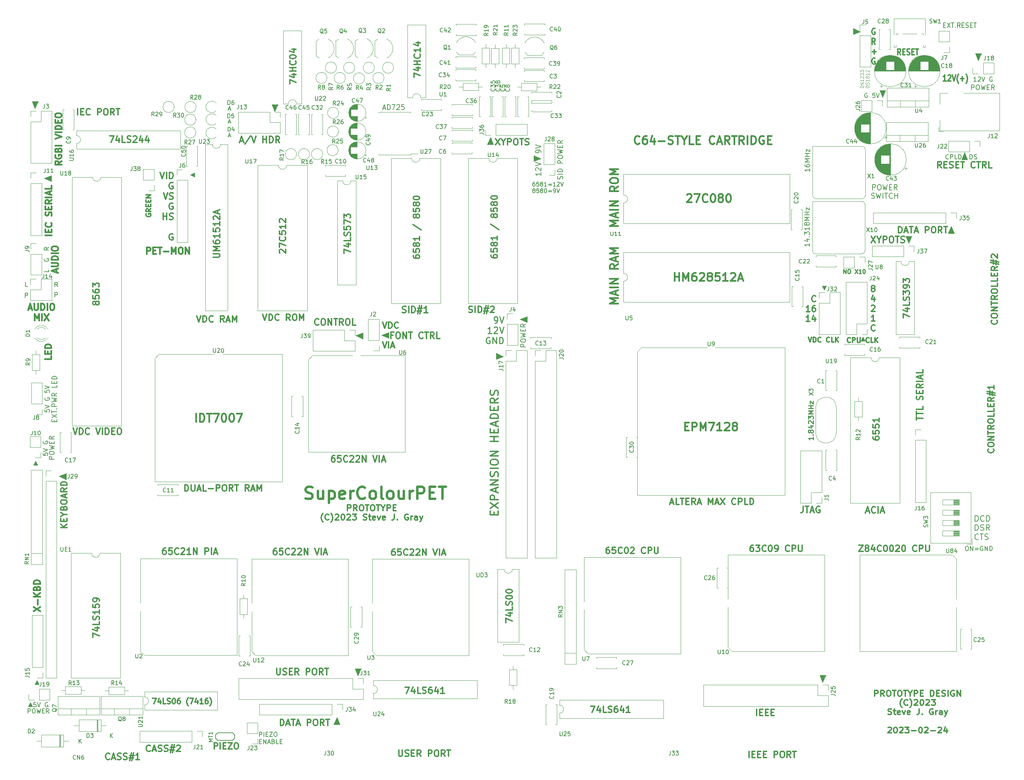
<source format=gbr>
G04 #@! TF.GenerationSoftware,KiCad,Pcbnew,(6.0.5)*
G04 #@! TF.CreationDate,2023-02-24T21:08:20-05:00*
G04 #@! TF.ProjectId,SuperColourPET,53757065-7243-46f6-9c6f-75725045542e,proto*
G04 #@! TF.SameCoordinates,Original*
G04 #@! TF.FileFunction,Legend,Top*
G04 #@! TF.FilePolarity,Positive*
%FSLAX46Y46*%
G04 Gerber Fmt 4.6, Leading zero omitted, Abs format (unit mm)*
G04 Created by KiCad (PCBNEW (6.0.5)) date 2023-02-24 21:08:20*
%MOMM*%
%LPD*%
G01*
G04 APERTURE LIST*
%ADD10C,0.120000*%
%ADD11C,0.200000*%
%ADD12C,0.350000*%
%ADD13C,0.300000*%
%ADD14C,0.400000*%
%ADD15C,0.390000*%
%ADD16C,0.250000*%
%ADD17C,0.600000*%
%ADD18C,0.100000*%
%ADD19C,0.150000*%
G04 APERTURE END LIST*
D10*
G36*
X281758000Y-124016000D02*
G01*
X281250000Y-123000000D01*
X282266000Y-123000000D01*
X281758000Y-124016000D01*
G37*
X281758000Y-124016000D02*
X281250000Y-123000000D01*
X282266000Y-123000000D01*
X281758000Y-124016000D01*
G36*
X200585800Y-88303000D02*
G01*
X199087200Y-88303000D01*
X199900000Y-86525000D01*
X200585800Y-88303000D01*
G37*
X200585800Y-88303000D02*
X199087200Y-88303000D01*
X199900000Y-86525000D01*
X200585800Y-88303000D01*
G36*
X168600000Y-136000000D02*
G01*
X166822000Y-135187200D01*
X168600000Y-134501400D01*
X168600000Y-136000000D01*
G37*
X168600000Y-136000000D02*
X166822000Y-135187200D01*
X168600000Y-134501400D01*
X168600000Y-136000000D01*
G36*
X316960800Y-92003000D02*
G01*
X315462200Y-92003000D01*
X316275000Y-90225000D01*
X316960800Y-92003000D01*
G37*
X316960800Y-92003000D02*
X315462200Y-92003000D01*
X316275000Y-90225000D01*
X316960800Y-92003000D01*
G36*
X92100400Y-97358200D02*
G01*
X90322400Y-96545400D01*
X92100400Y-95859600D01*
X92100400Y-97358200D01*
G37*
X92100400Y-97358200D02*
X90322400Y-96545400D01*
X92100400Y-95859600D01*
X92100400Y-97358200D01*
G36*
X87500000Y-226266000D02*
G01*
X86484000Y-226266000D01*
X86992000Y-225250000D01*
X87500000Y-226266000D01*
G37*
X87500000Y-226266000D02*
X86484000Y-226266000D01*
X86992000Y-225250000D01*
X87500000Y-226266000D01*
G36*
X212278000Y-91762800D02*
G01*
X210500000Y-92448600D01*
X210500000Y-90950000D01*
X212278000Y-91762800D01*
G37*
X212278000Y-91762800D02*
X210500000Y-92448600D01*
X210500000Y-90950000D01*
X212278000Y-91762800D01*
G36*
X162915600Y-230682800D02*
G01*
X161417000Y-230682800D01*
X162229800Y-228904800D01*
X162915600Y-230682800D01*
G37*
X162915600Y-230682800D02*
X161417000Y-230682800D01*
X162229800Y-228904800D01*
X162915600Y-230682800D01*
G36*
X203078000Y-140314200D02*
G01*
X201300000Y-141000000D01*
X201300000Y-139501400D01*
X203078000Y-140314200D01*
G37*
X203078000Y-140314200D02*
X201300000Y-141000000D01*
X201300000Y-139501400D01*
X203078000Y-140314200D01*
G36*
X281385800Y-220378000D02*
G01*
X280700000Y-218600000D01*
X282198600Y-218600000D01*
X281385800Y-220378000D01*
G37*
X281385800Y-220378000D02*
X280700000Y-218600000D01*
X282198600Y-218600000D01*
X281385800Y-220378000D01*
G36*
X146950000Y-80225000D02*
G01*
X146264200Y-78447000D01*
X147762800Y-78447000D01*
X146950000Y-80225000D01*
G37*
X146950000Y-80225000D02*
X146264200Y-78447000D01*
X147762800Y-78447000D01*
X146950000Y-80225000D01*
G36*
X208928000Y-131987800D02*
G01*
X207150000Y-131175000D01*
X208928000Y-130489200D01*
X208928000Y-131987800D01*
G37*
X208928000Y-131987800D02*
X207150000Y-131175000D01*
X208928000Y-130489200D01*
X208928000Y-131987800D01*
G36*
X127250000Y-96266000D02*
G01*
X126234000Y-95758000D01*
X127250000Y-95250000D01*
X127250000Y-96266000D01*
G37*
X127250000Y-96266000D02*
X126234000Y-95758000D01*
X127250000Y-95250000D01*
X127250000Y-96266000D01*
G36*
X313664600Y-110109000D02*
G01*
X312166000Y-110109000D01*
X312978800Y-108331000D01*
X313664600Y-110109000D01*
G37*
X313664600Y-110109000D02*
X312166000Y-110109000D01*
X312978800Y-108331000D01*
X313664600Y-110109000D01*
G36*
X296075000Y-76800000D02*
G01*
X295389200Y-75022000D01*
X296887800Y-75022000D01*
X296075000Y-76800000D01*
G37*
X296075000Y-76800000D02*
X295389200Y-75022000D01*
X296887800Y-75022000D01*
X296075000Y-76800000D01*
G36*
X174950000Y-135875000D02*
G01*
X173172000Y-135062200D01*
X174950000Y-134376400D01*
X174950000Y-135875000D01*
G37*
X174950000Y-135875000D02*
X173172000Y-135062200D01*
X174950000Y-134376400D01*
X174950000Y-135875000D01*
G36*
X88750000Y-167000000D02*
G01*
X87734000Y-167000000D01*
X88242000Y-165984000D01*
X88750000Y-167000000D01*
G37*
X88750000Y-167000000D02*
X87734000Y-167000000D01*
X88242000Y-165984000D01*
X88750000Y-167000000D01*
G36*
X88085800Y-79478000D02*
G01*
X87400000Y-77700000D01*
X88898600Y-77700000D01*
X88085800Y-79478000D01*
G37*
X88085800Y-79478000D02*
X87400000Y-77700000D01*
X88898600Y-77700000D01*
X88085800Y-79478000D01*
G36*
X302488600Y-112547400D02*
G01*
X301802800Y-110769400D01*
X303301400Y-110769400D01*
X302488600Y-112547400D01*
G37*
X302488600Y-112547400D02*
X301802800Y-110769400D01*
X303301400Y-110769400D01*
X302488600Y-112547400D01*
G36*
X95758000Y-170535600D02*
G01*
X93980000Y-169722800D01*
X95758000Y-169037000D01*
X95758000Y-170535600D01*
G37*
X95758000Y-170535600D02*
X93980000Y-169722800D01*
X95758000Y-169037000D01*
X95758000Y-170535600D01*
G36*
X319557400Y-67665600D02*
G01*
X318871600Y-65887600D01*
X320370200Y-65887600D01*
X319557400Y-67665600D01*
G37*
X319557400Y-67665600D02*
X318871600Y-65887600D01*
X320370200Y-65887600D01*
X319557400Y-67665600D01*
G36*
X89058000Y-220886000D02*
G01*
X88042000Y-220886000D01*
X88550000Y-219870000D01*
X89058000Y-220886000D01*
G37*
X89058000Y-220886000D02*
X88042000Y-220886000D01*
X88550000Y-219870000D01*
X89058000Y-220886000D01*
G36*
X167313110Y-218704222D02*
G01*
X166627310Y-216926222D01*
X168125910Y-216926222D01*
X167313110Y-218704222D01*
G37*
X167313110Y-218704222D02*
X166627310Y-216926222D01*
X168125910Y-216926222D01*
X167313110Y-218704222D01*
G36*
X290675000Y-60550000D02*
G01*
X288897000Y-61235800D01*
X288897000Y-59737200D01*
X290675000Y-60550000D01*
G37*
X290675000Y-60550000D02*
X288897000Y-61235800D01*
X288897000Y-59737200D01*
X290675000Y-60550000D01*
G36*
X291750000Y-136500000D02*
G01*
X290734000Y-136500000D01*
X291242000Y-135484000D01*
X291750000Y-136500000D01*
G37*
X291750000Y-136500000D02*
X290734000Y-136500000D01*
X291242000Y-135484000D01*
X291750000Y-136500000D01*
D11*
X311096428Y-58939285D02*
X311463095Y-58939285D01*
X311620238Y-59567857D02*
X311096428Y-59567857D01*
X311096428Y-58367857D01*
X311620238Y-58367857D01*
X311986904Y-58367857D02*
X312720238Y-59567857D01*
X312720238Y-58367857D02*
X311986904Y-59567857D01*
X312982142Y-58367857D02*
X313610714Y-58367857D01*
X313296428Y-59567857D02*
X313296428Y-58367857D01*
X313977380Y-59453571D02*
X314029761Y-59510714D01*
X313977380Y-59567857D01*
X313925000Y-59510714D01*
X313977380Y-59453571D01*
X313977380Y-59567857D01*
X315129761Y-59567857D02*
X314763095Y-58996428D01*
X314501190Y-59567857D02*
X314501190Y-58367857D01*
X314920238Y-58367857D01*
X315025000Y-58425000D01*
X315077380Y-58482142D01*
X315129761Y-58596428D01*
X315129761Y-58767857D01*
X315077380Y-58882142D01*
X315025000Y-58939285D01*
X314920238Y-58996428D01*
X314501190Y-58996428D01*
X315601190Y-58939285D02*
X315967857Y-58939285D01*
X316125000Y-59567857D02*
X315601190Y-59567857D01*
X315601190Y-58367857D01*
X316125000Y-58367857D01*
X316544047Y-59510714D02*
X316701190Y-59567857D01*
X316963095Y-59567857D01*
X317067857Y-59510714D01*
X317120238Y-59453571D01*
X317172619Y-59339285D01*
X317172619Y-59225000D01*
X317120238Y-59110714D01*
X317067857Y-59053571D01*
X316963095Y-58996428D01*
X316753571Y-58939285D01*
X316648809Y-58882142D01*
X316596428Y-58825000D01*
X316544047Y-58710714D01*
X316544047Y-58596428D01*
X316596428Y-58482142D01*
X316648809Y-58425000D01*
X316753571Y-58367857D01*
X317015476Y-58367857D01*
X317172619Y-58425000D01*
X317644047Y-58939285D02*
X318010714Y-58939285D01*
X318167857Y-59567857D02*
X317644047Y-59567857D01*
X317644047Y-58367857D01*
X318167857Y-58367857D01*
X318482142Y-58367857D02*
X319110714Y-58367857D01*
X318796428Y-59567857D02*
X318796428Y-58367857D01*
D12*
X164801428Y-178186333D02*
X164801428Y-176786333D01*
X165372857Y-176786333D01*
X165515714Y-176853000D01*
X165587142Y-176919666D01*
X165658571Y-177053000D01*
X165658571Y-177253000D01*
X165587142Y-177386333D01*
X165515714Y-177453000D01*
X165372857Y-177519666D01*
X164801428Y-177519666D01*
X167158571Y-178186333D02*
X166658571Y-177519666D01*
X166301428Y-178186333D02*
X166301428Y-176786333D01*
X166872857Y-176786333D01*
X167015714Y-176853000D01*
X167087142Y-176919666D01*
X167158571Y-177053000D01*
X167158571Y-177253000D01*
X167087142Y-177386333D01*
X167015714Y-177453000D01*
X166872857Y-177519666D01*
X166301428Y-177519666D01*
X168087142Y-176786333D02*
X168372857Y-176786333D01*
X168515714Y-176853000D01*
X168658571Y-176986333D01*
X168730000Y-177253000D01*
X168730000Y-177719666D01*
X168658571Y-177986333D01*
X168515714Y-178119666D01*
X168372857Y-178186333D01*
X168087142Y-178186333D01*
X167944285Y-178119666D01*
X167801428Y-177986333D01*
X167730000Y-177719666D01*
X167730000Y-177253000D01*
X167801428Y-176986333D01*
X167944285Y-176853000D01*
X168087142Y-176786333D01*
X169158571Y-176786333D02*
X170015714Y-176786333D01*
X169587142Y-178186333D02*
X169587142Y-176786333D01*
X170801428Y-176786333D02*
X171087142Y-176786333D01*
X171230000Y-176853000D01*
X171372857Y-176986333D01*
X171444285Y-177253000D01*
X171444285Y-177719666D01*
X171372857Y-177986333D01*
X171230000Y-178119666D01*
X171087142Y-178186333D01*
X170801428Y-178186333D01*
X170658571Y-178119666D01*
X170515714Y-177986333D01*
X170444285Y-177719666D01*
X170444285Y-177253000D01*
X170515714Y-176986333D01*
X170658571Y-176853000D01*
X170801428Y-176786333D01*
X171872857Y-176786333D02*
X172730000Y-176786333D01*
X172301428Y-178186333D02*
X172301428Y-176786333D01*
X173515714Y-177519666D02*
X173515714Y-178186333D01*
X173015714Y-176786333D02*
X173515714Y-177519666D01*
X174015714Y-176786333D01*
X174515714Y-178186333D02*
X174515714Y-176786333D01*
X175087142Y-176786333D01*
X175230000Y-176853000D01*
X175301428Y-176919666D01*
X175372857Y-177053000D01*
X175372857Y-177253000D01*
X175301428Y-177386333D01*
X175230000Y-177453000D01*
X175087142Y-177519666D01*
X174515714Y-177519666D01*
X176015714Y-177453000D02*
X176515714Y-177453000D01*
X176730000Y-178186333D02*
X176015714Y-178186333D01*
X176015714Y-176786333D01*
X176730000Y-176786333D01*
X158801428Y-180973666D02*
X158730000Y-180907000D01*
X158587142Y-180707000D01*
X158515714Y-180573666D01*
X158444285Y-180373666D01*
X158372857Y-180040333D01*
X158372857Y-179773666D01*
X158444285Y-179440333D01*
X158515714Y-179240333D01*
X158587142Y-179107000D01*
X158730000Y-178907000D01*
X158801428Y-178840333D01*
X160230000Y-180307000D02*
X160158571Y-180373666D01*
X159944285Y-180440333D01*
X159801428Y-180440333D01*
X159587142Y-180373666D01*
X159444285Y-180240333D01*
X159372857Y-180107000D01*
X159301428Y-179840333D01*
X159301428Y-179640333D01*
X159372857Y-179373666D01*
X159444285Y-179240333D01*
X159587142Y-179107000D01*
X159801428Y-179040333D01*
X159944285Y-179040333D01*
X160158571Y-179107000D01*
X160230000Y-179173666D01*
X160730000Y-180973666D02*
X160801428Y-180907000D01*
X160944285Y-180707000D01*
X161015714Y-180573666D01*
X161087142Y-180373666D01*
X161158571Y-180040333D01*
X161158571Y-179773666D01*
X161087142Y-179440333D01*
X161015714Y-179240333D01*
X160944285Y-179107000D01*
X160801428Y-178907000D01*
X160730000Y-178840333D01*
X161801428Y-179173666D02*
X161872857Y-179107000D01*
X162015714Y-179040333D01*
X162372857Y-179040333D01*
X162515714Y-179107000D01*
X162587142Y-179173666D01*
X162658571Y-179307000D01*
X162658571Y-179440333D01*
X162587142Y-179640333D01*
X161730000Y-180440333D01*
X162658571Y-180440333D01*
X163587142Y-179040333D02*
X163730000Y-179040333D01*
X163872857Y-179107000D01*
X163944285Y-179173666D01*
X164015714Y-179307000D01*
X164087142Y-179573666D01*
X164087142Y-179907000D01*
X164015714Y-180173666D01*
X163944285Y-180307000D01*
X163872857Y-180373666D01*
X163730000Y-180440333D01*
X163587142Y-180440333D01*
X163444285Y-180373666D01*
X163372857Y-180307000D01*
X163301428Y-180173666D01*
X163230000Y-179907000D01*
X163230000Y-179573666D01*
X163301428Y-179307000D01*
X163372857Y-179173666D01*
X163444285Y-179107000D01*
X163587142Y-179040333D01*
X164658571Y-179173666D02*
X164730000Y-179107000D01*
X164872857Y-179040333D01*
X165230000Y-179040333D01*
X165372857Y-179107000D01*
X165444285Y-179173666D01*
X165515714Y-179307000D01*
X165515714Y-179440333D01*
X165444285Y-179640333D01*
X164587142Y-180440333D01*
X165515714Y-180440333D01*
X166015714Y-179040333D02*
X166944285Y-179040333D01*
X166444285Y-179573666D01*
X166658571Y-179573666D01*
X166801428Y-179640333D01*
X166872857Y-179707000D01*
X166944285Y-179840333D01*
X166944285Y-180173666D01*
X166872857Y-180307000D01*
X166801428Y-180373666D01*
X166658571Y-180440333D01*
X166230000Y-180440333D01*
X166087142Y-180373666D01*
X166015714Y-180307000D01*
X168658571Y-180373666D02*
X168872857Y-180440333D01*
X169230000Y-180440333D01*
X169372857Y-180373666D01*
X169444285Y-180307000D01*
X169515714Y-180173666D01*
X169515714Y-180040333D01*
X169444285Y-179907000D01*
X169372857Y-179840333D01*
X169230000Y-179773666D01*
X168944285Y-179707000D01*
X168801428Y-179640333D01*
X168730000Y-179573666D01*
X168658571Y-179440333D01*
X168658571Y-179307000D01*
X168730000Y-179173666D01*
X168801428Y-179107000D01*
X168944285Y-179040333D01*
X169301428Y-179040333D01*
X169515714Y-179107000D01*
X169944285Y-179507000D02*
X170515714Y-179507000D01*
X170158571Y-179040333D02*
X170158571Y-180240333D01*
X170230000Y-180373666D01*
X170372857Y-180440333D01*
X170515714Y-180440333D01*
X171587142Y-180373666D02*
X171444285Y-180440333D01*
X171158571Y-180440333D01*
X171015714Y-180373666D01*
X170944285Y-180240333D01*
X170944285Y-179707000D01*
X171015714Y-179573666D01*
X171158571Y-179507000D01*
X171444285Y-179507000D01*
X171587142Y-179573666D01*
X171658571Y-179707000D01*
X171658571Y-179840333D01*
X170944285Y-179973666D01*
X172158571Y-179507000D02*
X172515714Y-180440333D01*
X172872857Y-179507000D01*
X174015714Y-180373666D02*
X173872857Y-180440333D01*
X173587142Y-180440333D01*
X173444285Y-180373666D01*
X173372857Y-180240333D01*
X173372857Y-179707000D01*
X173444285Y-179573666D01*
X173587142Y-179507000D01*
X173872857Y-179507000D01*
X174015714Y-179573666D01*
X174087142Y-179707000D01*
X174087142Y-179840333D01*
X173372857Y-179973666D01*
X176301428Y-179040333D02*
X176301428Y-180040333D01*
X176230000Y-180240333D01*
X176087142Y-180373666D01*
X175872857Y-180440333D01*
X175730000Y-180440333D01*
X177015714Y-180307000D02*
X177087142Y-180373666D01*
X177015714Y-180440333D01*
X176944285Y-180373666D01*
X177015714Y-180307000D01*
X177015714Y-180440333D01*
X179658571Y-179107000D02*
X179515714Y-179040333D01*
X179301428Y-179040333D01*
X179087142Y-179107000D01*
X178944285Y-179240333D01*
X178872857Y-179373666D01*
X178801428Y-179640333D01*
X178801428Y-179840333D01*
X178872857Y-180107000D01*
X178944285Y-180240333D01*
X179087142Y-180373666D01*
X179301428Y-180440333D01*
X179444285Y-180440333D01*
X179658571Y-180373666D01*
X179730000Y-180307000D01*
X179730000Y-179840333D01*
X179444285Y-179840333D01*
X180372857Y-180440333D02*
X180372857Y-179507000D01*
X180372857Y-179773666D02*
X180444285Y-179640333D01*
X180515714Y-179573666D01*
X180658571Y-179507000D01*
X180801428Y-179507000D01*
X181944285Y-180440333D02*
X181944285Y-179707000D01*
X181872857Y-179573666D01*
X181730000Y-179507000D01*
X181444285Y-179507000D01*
X181301428Y-179573666D01*
X181944285Y-180373666D02*
X181801428Y-180440333D01*
X181444285Y-180440333D01*
X181301428Y-180373666D01*
X181230000Y-180240333D01*
X181230000Y-180107000D01*
X181301428Y-179973666D01*
X181444285Y-179907000D01*
X181801428Y-179907000D01*
X181944285Y-179840333D01*
X182515714Y-179507000D02*
X182872857Y-180440333D01*
X183230000Y-179507000D02*
X182872857Y-180440333D01*
X182730000Y-180773666D01*
X182658571Y-180840333D01*
X182515714Y-180907000D01*
D13*
X173387857Y-131888571D02*
X173887857Y-133388571D01*
X174387857Y-131888571D01*
X174887857Y-133388571D02*
X174887857Y-131888571D01*
X175245000Y-131888571D01*
X175459285Y-131960000D01*
X175602142Y-132102857D01*
X175673571Y-132245714D01*
X175745000Y-132531428D01*
X175745000Y-132745714D01*
X175673571Y-133031428D01*
X175602142Y-133174285D01*
X175459285Y-133317142D01*
X175245000Y-133388571D01*
X174887857Y-133388571D01*
X177245000Y-133245714D02*
X177173571Y-133317142D01*
X176959285Y-133388571D01*
X176816428Y-133388571D01*
X176602142Y-133317142D01*
X176459285Y-133174285D01*
X176387857Y-133031428D01*
X176316428Y-132745714D01*
X176316428Y-132531428D01*
X176387857Y-132245714D01*
X176459285Y-132102857D01*
X176602142Y-131960000D01*
X176816428Y-131888571D01*
X176959285Y-131888571D01*
X177173571Y-131960000D01*
X177245000Y-132031428D01*
X173387857Y-136718571D02*
X173887857Y-138218571D01*
X174387857Y-136718571D01*
X174887857Y-138218571D02*
X174887857Y-136718571D01*
X175530714Y-137790000D02*
X176245000Y-137790000D01*
X175387857Y-138218571D02*
X175887857Y-136718571D01*
X176387857Y-138218571D01*
X194555000Y-129456428D02*
X194777857Y-129530714D01*
X195149285Y-129530714D01*
X195297857Y-129456428D01*
X195372142Y-129382142D01*
X195446428Y-129233571D01*
X195446428Y-129085000D01*
X195372142Y-128936428D01*
X195297857Y-128862142D01*
X195149285Y-128787857D01*
X194852142Y-128713571D01*
X194703571Y-128639285D01*
X194629285Y-128565000D01*
X194555000Y-128416428D01*
X194555000Y-128267857D01*
X194629285Y-128119285D01*
X194703571Y-128045000D01*
X194852142Y-127970714D01*
X195223571Y-127970714D01*
X195446428Y-128045000D01*
X196115000Y-129530714D02*
X196115000Y-127970714D01*
X196857857Y-129530714D02*
X196857857Y-127970714D01*
X197229285Y-127970714D01*
X197452142Y-128045000D01*
X197600714Y-128193571D01*
X197675000Y-128342142D01*
X197749285Y-128639285D01*
X197749285Y-128862142D01*
X197675000Y-129159285D01*
X197600714Y-129307857D01*
X197452142Y-129456428D01*
X197229285Y-129530714D01*
X196857857Y-129530714D01*
X198343571Y-128490714D02*
X199457857Y-128490714D01*
X198789285Y-127822142D02*
X198343571Y-129827857D01*
X199309285Y-129159285D02*
X198195000Y-129159285D01*
X198863571Y-129827857D02*
X199309285Y-127822142D01*
X199903571Y-128119285D02*
X199977857Y-128045000D01*
X200126428Y-127970714D01*
X200497857Y-127970714D01*
X200646428Y-128045000D01*
X200720714Y-128119285D01*
X200795000Y-128267857D01*
X200795000Y-128416428D01*
X200720714Y-128639285D01*
X199829285Y-129530714D01*
X200795000Y-129530714D01*
D11*
X92961904Y-125722619D02*
X92961904Y-124622619D01*
X93380952Y-124622619D01*
X93485714Y-124675000D01*
X93538095Y-124727380D01*
X93590476Y-124832142D01*
X93590476Y-124989285D01*
X93538095Y-125094047D01*
X93485714Y-125146428D01*
X93380952Y-125198809D01*
X92961904Y-125198809D01*
X316676428Y-186897619D02*
X316885952Y-186897619D01*
X316990714Y-186950000D01*
X317095476Y-187054761D01*
X317147857Y-187264285D01*
X317147857Y-187630952D01*
X317095476Y-187840476D01*
X316990714Y-187945238D01*
X316885952Y-187997619D01*
X316676428Y-187997619D01*
X316571666Y-187945238D01*
X316466904Y-187840476D01*
X316414523Y-187630952D01*
X316414523Y-187264285D01*
X316466904Y-187054761D01*
X316571666Y-186950000D01*
X316676428Y-186897619D01*
X317619285Y-187997619D02*
X317619285Y-186897619D01*
X318247857Y-187997619D01*
X318247857Y-186897619D01*
X318771666Y-187421428D02*
X319609761Y-187421428D01*
X319609761Y-187735714D02*
X318771666Y-187735714D01*
X320709761Y-186950000D02*
X320605000Y-186897619D01*
X320447857Y-186897619D01*
X320290714Y-186950000D01*
X320185952Y-187054761D01*
X320133571Y-187159523D01*
X320081190Y-187369047D01*
X320081190Y-187526190D01*
X320133571Y-187735714D01*
X320185952Y-187840476D01*
X320290714Y-187945238D01*
X320447857Y-187997619D01*
X320552619Y-187997619D01*
X320709761Y-187945238D01*
X320762142Y-187892857D01*
X320762142Y-187526190D01*
X320552619Y-187526190D01*
X321233571Y-187997619D02*
X321233571Y-186897619D01*
X321862142Y-187997619D01*
X321862142Y-186897619D01*
X322385952Y-187997619D02*
X322385952Y-186897619D01*
X322647857Y-186897619D01*
X322805000Y-186950000D01*
X322909761Y-187054761D01*
X322962142Y-187159523D01*
X323014523Y-187369047D01*
X323014523Y-187526190D01*
X322962142Y-187735714D01*
X322909761Y-187840476D01*
X322805000Y-187945238D01*
X322647857Y-187997619D01*
X322385952Y-187997619D01*
D13*
X177360000Y-236945714D02*
X177360000Y-238208571D01*
X177434285Y-238357142D01*
X177508571Y-238431428D01*
X177657142Y-238505714D01*
X177954285Y-238505714D01*
X178102857Y-238431428D01*
X178177142Y-238357142D01*
X178251428Y-238208571D01*
X178251428Y-236945714D01*
X178920000Y-238431428D02*
X179142857Y-238505714D01*
X179514285Y-238505714D01*
X179662857Y-238431428D01*
X179737142Y-238357142D01*
X179811428Y-238208571D01*
X179811428Y-238060000D01*
X179737142Y-237911428D01*
X179662857Y-237837142D01*
X179514285Y-237762857D01*
X179217142Y-237688571D01*
X179068571Y-237614285D01*
X178994285Y-237540000D01*
X178920000Y-237391428D01*
X178920000Y-237242857D01*
X178994285Y-237094285D01*
X179068571Y-237020000D01*
X179217142Y-236945714D01*
X179588571Y-236945714D01*
X179811428Y-237020000D01*
X180480000Y-237688571D02*
X181000000Y-237688571D01*
X181222857Y-238505714D02*
X180480000Y-238505714D01*
X180480000Y-236945714D01*
X181222857Y-236945714D01*
X182782857Y-238505714D02*
X182262857Y-237762857D01*
X181891428Y-238505714D02*
X181891428Y-236945714D01*
X182485714Y-236945714D01*
X182634285Y-237020000D01*
X182708571Y-237094285D01*
X182782857Y-237242857D01*
X182782857Y-237465714D01*
X182708571Y-237614285D01*
X182634285Y-237688571D01*
X182485714Y-237762857D01*
X181891428Y-237762857D01*
X184640000Y-238505714D02*
X184640000Y-236945714D01*
X185234285Y-236945714D01*
X185382857Y-237020000D01*
X185457142Y-237094285D01*
X185531428Y-237242857D01*
X185531428Y-237465714D01*
X185457142Y-237614285D01*
X185382857Y-237688571D01*
X185234285Y-237762857D01*
X184640000Y-237762857D01*
X186497142Y-236945714D02*
X186794285Y-236945714D01*
X186942857Y-237020000D01*
X187091428Y-237168571D01*
X187165714Y-237465714D01*
X187165714Y-237985714D01*
X187091428Y-238282857D01*
X186942857Y-238431428D01*
X186794285Y-238505714D01*
X186497142Y-238505714D01*
X186348571Y-238431428D01*
X186200000Y-238282857D01*
X186125714Y-237985714D01*
X186125714Y-237465714D01*
X186200000Y-237168571D01*
X186348571Y-237020000D01*
X186497142Y-236945714D01*
X188725714Y-238505714D02*
X188205714Y-237762857D01*
X187834285Y-238505714D02*
X187834285Y-236945714D01*
X188428571Y-236945714D01*
X188577142Y-237020000D01*
X188651428Y-237094285D01*
X188725714Y-237242857D01*
X188725714Y-237465714D01*
X188651428Y-237614285D01*
X188577142Y-237688571D01*
X188428571Y-237762857D01*
X187834285Y-237762857D01*
X189171428Y-236945714D02*
X190062857Y-236945714D01*
X189617142Y-238505714D02*
X189617142Y-236945714D01*
D14*
X127565771Y-156314661D02*
X127565771Y-154314661D01*
X128518152Y-156314661D02*
X128518152Y-154314661D01*
X128994342Y-154314661D01*
X129280057Y-154409900D01*
X129470533Y-154600376D01*
X129565771Y-154790852D01*
X129661009Y-155171804D01*
X129661009Y-155457519D01*
X129565771Y-155838471D01*
X129470533Y-156028947D01*
X129280057Y-156219423D01*
X128994342Y-156314661D01*
X128518152Y-156314661D01*
X130232438Y-154314661D02*
X131375295Y-154314661D01*
X130803866Y-156314661D02*
X130803866Y-154314661D01*
X131851485Y-154314661D02*
X133184819Y-154314661D01*
X132327676Y-156314661D01*
X134327676Y-154314661D02*
X134518152Y-154314661D01*
X134708628Y-154409900D01*
X134803866Y-154505138D01*
X134899104Y-154695614D01*
X134994342Y-155076566D01*
X134994342Y-155552757D01*
X134899104Y-155933709D01*
X134803866Y-156124185D01*
X134708628Y-156219423D01*
X134518152Y-156314661D01*
X134327676Y-156314661D01*
X134137200Y-156219423D01*
X134041961Y-156124185D01*
X133946723Y-155933709D01*
X133851485Y-155552757D01*
X133851485Y-155076566D01*
X133946723Y-154695614D01*
X134041961Y-154505138D01*
X134137200Y-154409900D01*
X134327676Y-154314661D01*
X136232438Y-154314661D02*
X136422914Y-154314661D01*
X136613390Y-154409900D01*
X136708628Y-154505138D01*
X136803866Y-154695614D01*
X136899104Y-155076566D01*
X136899104Y-155552757D01*
X136803866Y-155933709D01*
X136708628Y-156124185D01*
X136613390Y-156219423D01*
X136422914Y-156314661D01*
X136232438Y-156314661D01*
X136041961Y-156219423D01*
X135946723Y-156124185D01*
X135851485Y-155933709D01*
X135756247Y-155552757D01*
X135756247Y-155076566D01*
X135851485Y-154695614D01*
X135946723Y-154505138D01*
X136041961Y-154409900D01*
X136232438Y-154314661D01*
X137565771Y-154314661D02*
X138899104Y-154314661D01*
X138041961Y-156314661D01*
D13*
X132071428Y-236678571D02*
X132071428Y-235178571D01*
X132642857Y-235178571D01*
X132785714Y-235250000D01*
X132857142Y-235321428D01*
X132928571Y-235464285D01*
X132928571Y-235678571D01*
X132857142Y-235821428D01*
X132785714Y-235892857D01*
X132642857Y-235964285D01*
X132071428Y-235964285D01*
X133571428Y-236678571D02*
X133571428Y-235178571D01*
X134285714Y-235892857D02*
X134785714Y-235892857D01*
X135000000Y-236678571D02*
X134285714Y-236678571D01*
X134285714Y-235178571D01*
X135000000Y-235178571D01*
X135500000Y-235178571D02*
X136500000Y-235178571D01*
X135500000Y-236678571D01*
X136500000Y-236678571D01*
X137357142Y-235178571D02*
X137642857Y-235178571D01*
X137785714Y-235250000D01*
X137928571Y-235392857D01*
X138000000Y-235678571D01*
X138000000Y-236178571D01*
X137928571Y-236464285D01*
X137785714Y-236607142D01*
X137642857Y-236678571D01*
X137357142Y-236678571D01*
X137214285Y-236607142D01*
X137071428Y-236464285D01*
X137000000Y-236178571D01*
X137000000Y-235678571D01*
X137071428Y-235392857D01*
X137214285Y-235250000D01*
X137357142Y-235178571D01*
X181113514Y-71752914D02*
X181113514Y-70712914D01*
X182673514Y-71381485D01*
X181633514Y-69450057D02*
X182673514Y-69450057D01*
X181039228Y-69821485D02*
X182153514Y-70192914D01*
X182153514Y-69227200D01*
X182673514Y-68632914D02*
X181113514Y-68632914D01*
X181856371Y-68632914D02*
X181856371Y-67741485D01*
X182673514Y-67741485D02*
X181113514Y-67741485D01*
X182524942Y-66107200D02*
X182599228Y-66181485D01*
X182673514Y-66404342D01*
X182673514Y-66552914D01*
X182599228Y-66775771D01*
X182450657Y-66924342D01*
X182302085Y-66998628D01*
X182004942Y-67072914D01*
X181782085Y-67072914D01*
X181484942Y-66998628D01*
X181336371Y-66924342D01*
X181187800Y-66775771D01*
X181113514Y-66552914D01*
X181113514Y-66404342D01*
X181187800Y-66181485D01*
X181262085Y-66107200D01*
X182673514Y-64621485D02*
X182673514Y-65512914D01*
X182673514Y-65067200D02*
X181113514Y-65067200D01*
X181336371Y-65215771D01*
X181484942Y-65364342D01*
X181559228Y-65512914D01*
X181633514Y-63284342D02*
X182673514Y-63284342D01*
X181039228Y-63655771D02*
X182153514Y-64027200D01*
X182153514Y-63061485D01*
D12*
X294164285Y-223725333D02*
X294164285Y-222325333D01*
X294735714Y-222325333D01*
X294878571Y-222392000D01*
X294950000Y-222458666D01*
X295021428Y-222592000D01*
X295021428Y-222792000D01*
X294950000Y-222925333D01*
X294878571Y-222992000D01*
X294735714Y-223058666D01*
X294164285Y-223058666D01*
X296521428Y-223725333D02*
X296021428Y-223058666D01*
X295664285Y-223725333D02*
X295664285Y-222325333D01*
X296235714Y-222325333D01*
X296378571Y-222392000D01*
X296450000Y-222458666D01*
X296521428Y-222592000D01*
X296521428Y-222792000D01*
X296450000Y-222925333D01*
X296378571Y-222992000D01*
X296235714Y-223058666D01*
X295664285Y-223058666D01*
X297450000Y-222325333D02*
X297735714Y-222325333D01*
X297878571Y-222392000D01*
X298021428Y-222525333D01*
X298092857Y-222792000D01*
X298092857Y-223258666D01*
X298021428Y-223525333D01*
X297878571Y-223658666D01*
X297735714Y-223725333D01*
X297450000Y-223725333D01*
X297307142Y-223658666D01*
X297164285Y-223525333D01*
X297092857Y-223258666D01*
X297092857Y-222792000D01*
X297164285Y-222525333D01*
X297307142Y-222392000D01*
X297450000Y-222325333D01*
X298521428Y-222325333D02*
X299378571Y-222325333D01*
X298950000Y-223725333D02*
X298950000Y-222325333D01*
X300164285Y-222325333D02*
X300450000Y-222325333D01*
X300592857Y-222392000D01*
X300735714Y-222525333D01*
X300807142Y-222792000D01*
X300807142Y-223258666D01*
X300735714Y-223525333D01*
X300592857Y-223658666D01*
X300450000Y-223725333D01*
X300164285Y-223725333D01*
X300021428Y-223658666D01*
X299878571Y-223525333D01*
X299807142Y-223258666D01*
X299807142Y-222792000D01*
X299878571Y-222525333D01*
X300021428Y-222392000D01*
X300164285Y-222325333D01*
X301235714Y-222325333D02*
X302092857Y-222325333D01*
X301664285Y-223725333D02*
X301664285Y-222325333D01*
X302878571Y-223058666D02*
X302878571Y-223725333D01*
X302378571Y-222325333D02*
X302878571Y-223058666D01*
X303378571Y-222325333D01*
X303878571Y-223725333D02*
X303878571Y-222325333D01*
X304450000Y-222325333D01*
X304592857Y-222392000D01*
X304664285Y-222458666D01*
X304735714Y-222592000D01*
X304735714Y-222792000D01*
X304664285Y-222925333D01*
X304592857Y-222992000D01*
X304450000Y-223058666D01*
X303878571Y-223058666D01*
X305378571Y-222992000D02*
X305878571Y-222992000D01*
X306092857Y-223725333D02*
X305378571Y-223725333D01*
X305378571Y-222325333D01*
X306092857Y-222325333D01*
X307878571Y-223725333D02*
X307878571Y-222325333D01*
X308235714Y-222325333D01*
X308450000Y-222392000D01*
X308592857Y-222525333D01*
X308664285Y-222658666D01*
X308735714Y-222925333D01*
X308735714Y-223125333D01*
X308664285Y-223392000D01*
X308592857Y-223525333D01*
X308450000Y-223658666D01*
X308235714Y-223725333D01*
X307878571Y-223725333D01*
X309378571Y-222992000D02*
X309878571Y-222992000D01*
X310092857Y-223725333D02*
X309378571Y-223725333D01*
X309378571Y-222325333D01*
X310092857Y-222325333D01*
X310664285Y-223658666D02*
X310878571Y-223725333D01*
X311235714Y-223725333D01*
X311378571Y-223658666D01*
X311450000Y-223592000D01*
X311521428Y-223458666D01*
X311521428Y-223325333D01*
X311450000Y-223192000D01*
X311378571Y-223125333D01*
X311235714Y-223058666D01*
X310950000Y-222992000D01*
X310807142Y-222925333D01*
X310735714Y-222858666D01*
X310664285Y-222725333D01*
X310664285Y-222592000D01*
X310735714Y-222458666D01*
X310807142Y-222392000D01*
X310950000Y-222325333D01*
X311307142Y-222325333D01*
X311521428Y-222392000D01*
X312164285Y-223725333D02*
X312164285Y-222325333D01*
X313664285Y-222392000D02*
X313521428Y-222325333D01*
X313307142Y-222325333D01*
X313092857Y-222392000D01*
X312950000Y-222525333D01*
X312878571Y-222658666D01*
X312807142Y-222925333D01*
X312807142Y-223125333D01*
X312878571Y-223392000D01*
X312950000Y-223525333D01*
X313092857Y-223658666D01*
X313307142Y-223725333D01*
X313450000Y-223725333D01*
X313664285Y-223658666D01*
X313735714Y-223592000D01*
X313735714Y-223125333D01*
X313450000Y-223125333D01*
X314378571Y-223725333D02*
X314378571Y-222325333D01*
X315235714Y-223725333D01*
X315235714Y-222325333D01*
X300878571Y-226512666D02*
X300807142Y-226446000D01*
X300664285Y-226246000D01*
X300592857Y-226112666D01*
X300521428Y-225912666D01*
X300450000Y-225579333D01*
X300450000Y-225312666D01*
X300521428Y-224979333D01*
X300592857Y-224779333D01*
X300664285Y-224646000D01*
X300807142Y-224446000D01*
X300878571Y-224379333D01*
X302307142Y-225846000D02*
X302235714Y-225912666D01*
X302021428Y-225979333D01*
X301878571Y-225979333D01*
X301664285Y-225912666D01*
X301521428Y-225779333D01*
X301450000Y-225646000D01*
X301378571Y-225379333D01*
X301378571Y-225179333D01*
X301450000Y-224912666D01*
X301521428Y-224779333D01*
X301664285Y-224646000D01*
X301878571Y-224579333D01*
X302021428Y-224579333D01*
X302235714Y-224646000D01*
X302307142Y-224712666D01*
X302807142Y-226512666D02*
X302878571Y-226446000D01*
X303021428Y-226246000D01*
X303092857Y-226112666D01*
X303164285Y-225912666D01*
X303235714Y-225579333D01*
X303235714Y-225312666D01*
X303164285Y-224979333D01*
X303092857Y-224779333D01*
X303021428Y-224646000D01*
X302878571Y-224446000D01*
X302807142Y-224379333D01*
X303878571Y-224712666D02*
X303950000Y-224646000D01*
X304092857Y-224579333D01*
X304450000Y-224579333D01*
X304592857Y-224646000D01*
X304664285Y-224712666D01*
X304735714Y-224846000D01*
X304735714Y-224979333D01*
X304664285Y-225179333D01*
X303807142Y-225979333D01*
X304735714Y-225979333D01*
X305664285Y-224579333D02*
X305807142Y-224579333D01*
X305950000Y-224646000D01*
X306021428Y-224712666D01*
X306092857Y-224846000D01*
X306164285Y-225112666D01*
X306164285Y-225446000D01*
X306092857Y-225712666D01*
X306021428Y-225846000D01*
X305950000Y-225912666D01*
X305807142Y-225979333D01*
X305664285Y-225979333D01*
X305521428Y-225912666D01*
X305450000Y-225846000D01*
X305378571Y-225712666D01*
X305307142Y-225446000D01*
X305307142Y-225112666D01*
X305378571Y-224846000D01*
X305450000Y-224712666D01*
X305521428Y-224646000D01*
X305664285Y-224579333D01*
X306735714Y-224712666D02*
X306807142Y-224646000D01*
X306950000Y-224579333D01*
X307307142Y-224579333D01*
X307450000Y-224646000D01*
X307521428Y-224712666D01*
X307592857Y-224846000D01*
X307592857Y-224979333D01*
X307521428Y-225179333D01*
X306664285Y-225979333D01*
X307592857Y-225979333D01*
X308092857Y-224579333D02*
X309021428Y-224579333D01*
X308521428Y-225112666D01*
X308735714Y-225112666D01*
X308878571Y-225179333D01*
X308950000Y-225246000D01*
X309021428Y-225379333D01*
X309021428Y-225712666D01*
X308950000Y-225846000D01*
X308878571Y-225912666D01*
X308735714Y-225979333D01*
X308307142Y-225979333D01*
X308164285Y-225912666D01*
X308092857Y-225846000D01*
X297450000Y-228166666D02*
X297664285Y-228233333D01*
X298021428Y-228233333D01*
X298164285Y-228166666D01*
X298235714Y-228100000D01*
X298307142Y-227966666D01*
X298307142Y-227833333D01*
X298235714Y-227700000D01*
X298164285Y-227633333D01*
X298021428Y-227566666D01*
X297735714Y-227500000D01*
X297592857Y-227433333D01*
X297521428Y-227366666D01*
X297450000Y-227233333D01*
X297450000Y-227100000D01*
X297521428Y-226966666D01*
X297592857Y-226900000D01*
X297735714Y-226833333D01*
X298092857Y-226833333D01*
X298307142Y-226900000D01*
X298735714Y-227300000D02*
X299307142Y-227300000D01*
X298950000Y-226833333D02*
X298950000Y-228033333D01*
X299021428Y-228166666D01*
X299164285Y-228233333D01*
X299307142Y-228233333D01*
X300378571Y-228166666D02*
X300235714Y-228233333D01*
X299950000Y-228233333D01*
X299807142Y-228166666D01*
X299735714Y-228033333D01*
X299735714Y-227500000D01*
X299807142Y-227366666D01*
X299950000Y-227300000D01*
X300235714Y-227300000D01*
X300378571Y-227366666D01*
X300450000Y-227500000D01*
X300450000Y-227633333D01*
X299735714Y-227766666D01*
X300950000Y-227300000D02*
X301307142Y-228233333D01*
X301664285Y-227300000D01*
X302807142Y-228166666D02*
X302664285Y-228233333D01*
X302378571Y-228233333D01*
X302235714Y-228166666D01*
X302164285Y-228033333D01*
X302164285Y-227500000D01*
X302235714Y-227366666D01*
X302378571Y-227300000D01*
X302664285Y-227300000D01*
X302807142Y-227366666D01*
X302878571Y-227500000D01*
X302878571Y-227633333D01*
X302164285Y-227766666D01*
X305092857Y-226833333D02*
X305092857Y-227833333D01*
X305021428Y-228033333D01*
X304878571Y-228166666D01*
X304664285Y-228233333D01*
X304521428Y-228233333D01*
X305807142Y-228100000D02*
X305878571Y-228166666D01*
X305807142Y-228233333D01*
X305735714Y-228166666D01*
X305807142Y-228100000D01*
X305807142Y-228233333D01*
X308450000Y-226900000D02*
X308307142Y-226833333D01*
X308092857Y-226833333D01*
X307878571Y-226900000D01*
X307735714Y-227033333D01*
X307664285Y-227166666D01*
X307592857Y-227433333D01*
X307592857Y-227633333D01*
X307664285Y-227900000D01*
X307735714Y-228033333D01*
X307878571Y-228166666D01*
X308092857Y-228233333D01*
X308235714Y-228233333D01*
X308450000Y-228166666D01*
X308521428Y-228100000D01*
X308521428Y-227633333D01*
X308235714Y-227633333D01*
X309164285Y-228233333D02*
X309164285Y-227300000D01*
X309164285Y-227566666D02*
X309235714Y-227433333D01*
X309307142Y-227366666D01*
X309450000Y-227300000D01*
X309592857Y-227300000D01*
X310735714Y-228233333D02*
X310735714Y-227500000D01*
X310664285Y-227366666D01*
X310521428Y-227300000D01*
X310235714Y-227300000D01*
X310092857Y-227366666D01*
X310735714Y-228166666D02*
X310592857Y-228233333D01*
X310235714Y-228233333D01*
X310092857Y-228166666D01*
X310021428Y-228033333D01*
X310021428Y-227900000D01*
X310092857Y-227766666D01*
X310235714Y-227700000D01*
X310592857Y-227700000D01*
X310735714Y-227633333D01*
X311307142Y-227300000D02*
X311664285Y-228233333D01*
X312021428Y-227300000D02*
X311664285Y-228233333D01*
X311521428Y-228566666D01*
X311450000Y-228633333D01*
X311307142Y-228700000D01*
X297414285Y-231474666D02*
X297485714Y-231408000D01*
X297628571Y-231341333D01*
X297985714Y-231341333D01*
X298128571Y-231408000D01*
X298200000Y-231474666D01*
X298271428Y-231608000D01*
X298271428Y-231741333D01*
X298200000Y-231941333D01*
X297342857Y-232741333D01*
X298271428Y-232741333D01*
X299200000Y-231341333D02*
X299342857Y-231341333D01*
X299485714Y-231408000D01*
X299557142Y-231474666D01*
X299628571Y-231608000D01*
X299700000Y-231874666D01*
X299700000Y-232208000D01*
X299628571Y-232474666D01*
X299557142Y-232608000D01*
X299485714Y-232674666D01*
X299342857Y-232741333D01*
X299200000Y-232741333D01*
X299057142Y-232674666D01*
X298985714Y-232608000D01*
X298914285Y-232474666D01*
X298842857Y-232208000D01*
X298842857Y-231874666D01*
X298914285Y-231608000D01*
X298985714Y-231474666D01*
X299057142Y-231408000D01*
X299200000Y-231341333D01*
X300271428Y-231474666D02*
X300342857Y-231408000D01*
X300485714Y-231341333D01*
X300842857Y-231341333D01*
X300985714Y-231408000D01*
X301057142Y-231474666D01*
X301128571Y-231608000D01*
X301128571Y-231741333D01*
X301057142Y-231941333D01*
X300200000Y-232741333D01*
X301128571Y-232741333D01*
X301628571Y-231341333D02*
X302557142Y-231341333D01*
X302057142Y-231874666D01*
X302271428Y-231874666D01*
X302414285Y-231941333D01*
X302485714Y-232008000D01*
X302557142Y-232141333D01*
X302557142Y-232474666D01*
X302485714Y-232608000D01*
X302414285Y-232674666D01*
X302271428Y-232741333D01*
X301842857Y-232741333D01*
X301700000Y-232674666D01*
X301628571Y-232608000D01*
X303200000Y-232208000D02*
X304342857Y-232208000D01*
X305342857Y-231341333D02*
X305485714Y-231341333D01*
X305628571Y-231408000D01*
X305700000Y-231474666D01*
X305771428Y-231608000D01*
X305842857Y-231874666D01*
X305842857Y-232208000D01*
X305771428Y-232474666D01*
X305700000Y-232608000D01*
X305628571Y-232674666D01*
X305485714Y-232741333D01*
X305342857Y-232741333D01*
X305200000Y-232674666D01*
X305128571Y-232608000D01*
X305057142Y-232474666D01*
X304985714Y-232208000D01*
X304985714Y-231874666D01*
X305057142Y-231608000D01*
X305128571Y-231474666D01*
X305200000Y-231408000D01*
X305342857Y-231341333D01*
X306414285Y-231474666D02*
X306485714Y-231408000D01*
X306628571Y-231341333D01*
X306985714Y-231341333D01*
X307128571Y-231408000D01*
X307200000Y-231474666D01*
X307271428Y-231608000D01*
X307271428Y-231741333D01*
X307200000Y-231941333D01*
X306342857Y-232741333D01*
X307271428Y-232741333D01*
X307914285Y-232208000D02*
X309057142Y-232208000D01*
X309700000Y-231474666D02*
X309771428Y-231408000D01*
X309914285Y-231341333D01*
X310271428Y-231341333D01*
X310414285Y-231408000D01*
X310485714Y-231474666D01*
X310557142Y-231608000D01*
X310557142Y-231741333D01*
X310485714Y-231941333D01*
X309628571Y-232741333D01*
X310557142Y-232741333D01*
X311842857Y-231808000D02*
X311842857Y-232741333D01*
X311485714Y-231274666D02*
X311128571Y-232274666D01*
X312057142Y-232274666D01*
D13*
X147330571Y-187435914D02*
X147033428Y-187435914D01*
X146884857Y-187510200D01*
X146810571Y-187584485D01*
X146662000Y-187807342D01*
X146587714Y-188104485D01*
X146587714Y-188698771D01*
X146662000Y-188847342D01*
X146736285Y-188921628D01*
X146884857Y-188995914D01*
X147182000Y-188995914D01*
X147330571Y-188921628D01*
X147404857Y-188847342D01*
X147479142Y-188698771D01*
X147479142Y-188327342D01*
X147404857Y-188178771D01*
X147330571Y-188104485D01*
X147182000Y-188030200D01*
X146884857Y-188030200D01*
X146736285Y-188104485D01*
X146662000Y-188178771D01*
X146587714Y-188327342D01*
X148890571Y-187435914D02*
X148147714Y-187435914D01*
X148073428Y-188178771D01*
X148147714Y-188104485D01*
X148296285Y-188030200D01*
X148667714Y-188030200D01*
X148816285Y-188104485D01*
X148890571Y-188178771D01*
X148964857Y-188327342D01*
X148964857Y-188698771D01*
X148890571Y-188847342D01*
X148816285Y-188921628D01*
X148667714Y-188995914D01*
X148296285Y-188995914D01*
X148147714Y-188921628D01*
X148073428Y-188847342D01*
X150524857Y-188847342D02*
X150450571Y-188921628D01*
X150227714Y-188995914D01*
X150079142Y-188995914D01*
X149856285Y-188921628D01*
X149707714Y-188773057D01*
X149633428Y-188624485D01*
X149559142Y-188327342D01*
X149559142Y-188104485D01*
X149633428Y-187807342D01*
X149707714Y-187658771D01*
X149856285Y-187510200D01*
X150079142Y-187435914D01*
X150227714Y-187435914D01*
X150450571Y-187510200D01*
X150524857Y-187584485D01*
X151119142Y-187584485D02*
X151193428Y-187510200D01*
X151342000Y-187435914D01*
X151713428Y-187435914D01*
X151862000Y-187510200D01*
X151936285Y-187584485D01*
X152010571Y-187733057D01*
X152010571Y-187881628D01*
X151936285Y-188104485D01*
X151044857Y-188995914D01*
X152010571Y-188995914D01*
X152604857Y-187584485D02*
X152679142Y-187510200D01*
X152827714Y-187435914D01*
X153199142Y-187435914D01*
X153347714Y-187510200D01*
X153422000Y-187584485D01*
X153496285Y-187733057D01*
X153496285Y-187881628D01*
X153422000Y-188104485D01*
X152530571Y-188995914D01*
X153496285Y-188995914D01*
X154164857Y-188995914D02*
X154164857Y-187435914D01*
X155056285Y-188995914D01*
X155056285Y-187435914D01*
X156764857Y-187435914D02*
X157284857Y-188995914D01*
X157804857Y-187435914D01*
X158324857Y-188995914D02*
X158324857Y-187435914D01*
X158993428Y-188550200D02*
X159736285Y-188550200D01*
X158844857Y-188995914D02*
X159364857Y-187435914D01*
X159884857Y-188995914D01*
D11*
X318813333Y-180779333D02*
X318813333Y-179379333D01*
X319146666Y-179379333D01*
X319346666Y-179446000D01*
X319480000Y-179579333D01*
X319546666Y-179712666D01*
X319613333Y-179979333D01*
X319613333Y-180179333D01*
X319546666Y-180446000D01*
X319480000Y-180579333D01*
X319346666Y-180712666D01*
X319146666Y-180779333D01*
X318813333Y-180779333D01*
X321013333Y-180646000D02*
X320946666Y-180712666D01*
X320746666Y-180779333D01*
X320613333Y-180779333D01*
X320413333Y-180712666D01*
X320280000Y-180579333D01*
X320213333Y-180446000D01*
X320146666Y-180179333D01*
X320146666Y-179979333D01*
X320213333Y-179712666D01*
X320280000Y-179579333D01*
X320413333Y-179446000D01*
X320613333Y-179379333D01*
X320746666Y-179379333D01*
X320946666Y-179446000D01*
X321013333Y-179512666D01*
X321613333Y-180779333D02*
X321613333Y-179379333D01*
X321946666Y-179379333D01*
X322146666Y-179446000D01*
X322280000Y-179579333D01*
X322346666Y-179712666D01*
X322413333Y-179979333D01*
X322413333Y-180179333D01*
X322346666Y-180446000D01*
X322280000Y-180579333D01*
X322146666Y-180712666D01*
X321946666Y-180779333D01*
X321613333Y-180779333D01*
X318813333Y-183033333D02*
X318813333Y-181633333D01*
X319146666Y-181633333D01*
X319346666Y-181700000D01*
X319480000Y-181833333D01*
X319546666Y-181966666D01*
X319613333Y-182233333D01*
X319613333Y-182433333D01*
X319546666Y-182700000D01*
X319480000Y-182833333D01*
X319346666Y-182966666D01*
X319146666Y-183033333D01*
X318813333Y-183033333D01*
X320146666Y-182966666D02*
X320346666Y-183033333D01*
X320680000Y-183033333D01*
X320813333Y-182966666D01*
X320880000Y-182900000D01*
X320946666Y-182766666D01*
X320946666Y-182633333D01*
X320880000Y-182500000D01*
X320813333Y-182433333D01*
X320680000Y-182366666D01*
X320413333Y-182300000D01*
X320280000Y-182233333D01*
X320213333Y-182166666D01*
X320146666Y-182033333D01*
X320146666Y-181900000D01*
X320213333Y-181766666D01*
X320280000Y-181700000D01*
X320413333Y-181633333D01*
X320746666Y-181633333D01*
X320946666Y-181700000D01*
X322346666Y-183033333D02*
X321880000Y-182366666D01*
X321546666Y-183033333D02*
X321546666Y-181633333D01*
X322080000Y-181633333D01*
X322213333Y-181700000D01*
X322280000Y-181766666D01*
X322346666Y-181900000D01*
X322346666Y-182100000D01*
X322280000Y-182233333D01*
X322213333Y-182300000D01*
X322080000Y-182366666D01*
X321546666Y-182366666D01*
X319613333Y-185154000D02*
X319546666Y-185220666D01*
X319346666Y-185287333D01*
X319213333Y-185287333D01*
X319013333Y-185220666D01*
X318880000Y-185087333D01*
X318813333Y-184954000D01*
X318746666Y-184687333D01*
X318746666Y-184487333D01*
X318813333Y-184220666D01*
X318880000Y-184087333D01*
X319013333Y-183954000D01*
X319213333Y-183887333D01*
X319346666Y-183887333D01*
X319546666Y-183954000D01*
X319613333Y-184020666D01*
X320013333Y-183887333D02*
X320813333Y-183887333D01*
X320413333Y-185287333D02*
X320413333Y-183887333D01*
X321213333Y-185220666D02*
X321413333Y-185287333D01*
X321746666Y-185287333D01*
X321880000Y-185220666D01*
X321946666Y-185154000D01*
X322013333Y-185020666D01*
X322013333Y-184887333D01*
X321946666Y-184754000D01*
X321880000Y-184687333D01*
X321746666Y-184620666D01*
X321480000Y-184554000D01*
X321346666Y-184487333D01*
X321280000Y-184420666D01*
X321213333Y-184287333D01*
X321213333Y-184154000D01*
X321280000Y-184020666D01*
X321346666Y-183954000D01*
X321480000Y-183887333D01*
X321813333Y-183887333D01*
X322013333Y-183954000D01*
X278215657Y-94230571D02*
X278215657Y-94916285D01*
X278215657Y-94573428D02*
X277015657Y-94573428D01*
X277187085Y-94687714D01*
X277301371Y-94802000D01*
X277358514Y-94916285D01*
X277015657Y-93202000D02*
X277015657Y-93430571D01*
X277072800Y-93544857D01*
X277129942Y-93602000D01*
X277301371Y-93716285D01*
X277529942Y-93773428D01*
X277987085Y-93773428D01*
X278101371Y-93716285D01*
X278158514Y-93659142D01*
X278215657Y-93544857D01*
X278215657Y-93316285D01*
X278158514Y-93202000D01*
X278101371Y-93144857D01*
X277987085Y-93087714D01*
X277701371Y-93087714D01*
X277587085Y-93144857D01*
X277529942Y-93202000D01*
X277472800Y-93316285D01*
X277472800Y-93544857D01*
X277529942Y-93659142D01*
X277587085Y-93716285D01*
X277701371Y-93773428D01*
X278215657Y-92573428D02*
X277015657Y-92573428D01*
X277872800Y-92173428D01*
X277015657Y-91773428D01*
X278215657Y-91773428D01*
X278215657Y-91202000D02*
X277015657Y-91202000D01*
X277587085Y-91202000D02*
X277587085Y-90516285D01*
X278215657Y-90516285D02*
X277015657Y-90516285D01*
X277415657Y-90059142D02*
X277415657Y-89430571D01*
X278215657Y-90059142D01*
X278215657Y-89430571D01*
D13*
X148208285Y-114903042D02*
X148134000Y-114828757D01*
X148059714Y-114680185D01*
X148059714Y-114308757D01*
X148134000Y-114160185D01*
X148208285Y-114085900D01*
X148356857Y-114011614D01*
X148505428Y-114011614D01*
X148728285Y-114085900D01*
X149619714Y-114977328D01*
X149619714Y-114011614D01*
X148059714Y-113491614D02*
X148059714Y-112451614D01*
X149619714Y-113120185D01*
X149471142Y-110965900D02*
X149545428Y-111040185D01*
X149619714Y-111263042D01*
X149619714Y-111411614D01*
X149545428Y-111634471D01*
X149396857Y-111783042D01*
X149248285Y-111857328D01*
X148951142Y-111931614D01*
X148728285Y-111931614D01*
X148431142Y-111857328D01*
X148282571Y-111783042D01*
X148134000Y-111634471D01*
X148059714Y-111411614D01*
X148059714Y-111263042D01*
X148134000Y-111040185D01*
X148208285Y-110965900D01*
X148059714Y-109554471D02*
X148059714Y-110297328D01*
X148802571Y-110371614D01*
X148728285Y-110297328D01*
X148654000Y-110148757D01*
X148654000Y-109777328D01*
X148728285Y-109628757D01*
X148802571Y-109554471D01*
X148951142Y-109480185D01*
X149322571Y-109480185D01*
X149471142Y-109554471D01*
X149545428Y-109628757D01*
X149619714Y-109777328D01*
X149619714Y-110148757D01*
X149545428Y-110297328D01*
X149471142Y-110371614D01*
X149619714Y-107994471D02*
X149619714Y-108885900D01*
X149619714Y-108440185D02*
X148059714Y-108440185D01*
X148282571Y-108588757D01*
X148431142Y-108737328D01*
X148505428Y-108885900D01*
X148208285Y-107400185D02*
X148134000Y-107325900D01*
X148059714Y-107177328D01*
X148059714Y-106805900D01*
X148134000Y-106657328D01*
X148208285Y-106583042D01*
X148356857Y-106508757D01*
X148505428Y-106508757D01*
X148728285Y-106583042D01*
X149619714Y-107474471D01*
X149619714Y-106508757D01*
X102320514Y-209284914D02*
X102320514Y-208244914D01*
X103880514Y-208913485D01*
X102840514Y-206982057D02*
X103880514Y-206982057D01*
X102246228Y-207353485D02*
X103360514Y-207724914D01*
X103360514Y-206759200D01*
X103880514Y-205422057D02*
X103880514Y-206164914D01*
X102320514Y-206164914D01*
X103806228Y-204976342D02*
X103880514Y-204753485D01*
X103880514Y-204382057D01*
X103806228Y-204233485D01*
X103731942Y-204159200D01*
X103583371Y-204084914D01*
X103434800Y-204084914D01*
X103286228Y-204159200D01*
X103211942Y-204233485D01*
X103137657Y-204382057D01*
X103063371Y-204679200D01*
X102989085Y-204827771D01*
X102914800Y-204902057D01*
X102766228Y-204976342D01*
X102617657Y-204976342D01*
X102469085Y-204902057D01*
X102394800Y-204827771D01*
X102320514Y-204679200D01*
X102320514Y-204307771D01*
X102394800Y-204084914D01*
X103880514Y-202599200D02*
X103880514Y-203490628D01*
X103880514Y-203044914D02*
X102320514Y-203044914D01*
X102543371Y-203193485D01*
X102691942Y-203342057D01*
X102766228Y-203490628D01*
X102320514Y-201187771D02*
X102320514Y-201930628D01*
X103063371Y-202004914D01*
X102989085Y-201930628D01*
X102914800Y-201782057D01*
X102914800Y-201410628D01*
X102989085Y-201262057D01*
X103063371Y-201187771D01*
X103211942Y-201113485D01*
X103583371Y-201113485D01*
X103731942Y-201187771D01*
X103806228Y-201262057D01*
X103880514Y-201410628D01*
X103880514Y-201782057D01*
X103806228Y-201930628D01*
X103731942Y-202004914D01*
X103880514Y-200370628D02*
X103880514Y-200073485D01*
X103806228Y-199924914D01*
X103731942Y-199850628D01*
X103509085Y-199702057D01*
X103211942Y-199627771D01*
X102617657Y-199627771D01*
X102469085Y-199702057D01*
X102394800Y-199776342D01*
X102320514Y-199924914D01*
X102320514Y-200222057D01*
X102394800Y-200370628D01*
X102469085Y-200444914D01*
X102617657Y-200519200D01*
X102989085Y-200519200D01*
X103137657Y-200444914D01*
X103211942Y-200370628D01*
X103286228Y-200222057D01*
X103286228Y-199924914D01*
X103211942Y-199776342D01*
X103137657Y-199702057D01*
X102989085Y-199627771D01*
D11*
X293622619Y-99416595D02*
X293622619Y-98116595D01*
X294117857Y-98116595D01*
X294241666Y-98178500D01*
X294303571Y-98240404D01*
X294365476Y-98364214D01*
X294365476Y-98549928D01*
X294303571Y-98673738D01*
X294241666Y-98735642D01*
X294117857Y-98797547D01*
X293622619Y-98797547D01*
X295170238Y-98116595D02*
X295417857Y-98116595D01*
X295541666Y-98178500D01*
X295665476Y-98302309D01*
X295727380Y-98549928D01*
X295727380Y-98983261D01*
X295665476Y-99230880D01*
X295541666Y-99354690D01*
X295417857Y-99416595D01*
X295170238Y-99416595D01*
X295046428Y-99354690D01*
X294922619Y-99230880D01*
X294860714Y-98983261D01*
X294860714Y-98549928D01*
X294922619Y-98302309D01*
X295046428Y-98178500D01*
X295170238Y-98116595D01*
X296160714Y-98116595D02*
X296470238Y-99416595D01*
X296717857Y-98488023D01*
X296965476Y-99416595D01*
X297275000Y-98116595D01*
X297770238Y-98735642D02*
X298203571Y-98735642D01*
X298389285Y-99416595D02*
X297770238Y-99416595D01*
X297770238Y-98116595D01*
X298389285Y-98116595D01*
X299689285Y-99416595D02*
X299255952Y-98797547D01*
X298946428Y-99416595D02*
X298946428Y-98116595D01*
X299441666Y-98116595D01*
X299565476Y-98178500D01*
X299627380Y-98240404D01*
X299689285Y-98364214D01*
X299689285Y-98549928D01*
X299627380Y-98673738D01*
X299565476Y-98735642D01*
X299441666Y-98797547D01*
X298946428Y-98797547D01*
X293375000Y-101447690D02*
X293560714Y-101509595D01*
X293870238Y-101509595D01*
X293994047Y-101447690D01*
X294055952Y-101385785D01*
X294117857Y-101261976D01*
X294117857Y-101138166D01*
X294055952Y-101014357D01*
X293994047Y-100952452D01*
X293870238Y-100890547D01*
X293622619Y-100828642D01*
X293498809Y-100766738D01*
X293436904Y-100704833D01*
X293375000Y-100581023D01*
X293375000Y-100457214D01*
X293436904Y-100333404D01*
X293498809Y-100271500D01*
X293622619Y-100209595D01*
X293932142Y-100209595D01*
X294117857Y-100271500D01*
X294551190Y-100209595D02*
X294860714Y-101509595D01*
X295108333Y-100581023D01*
X295355952Y-101509595D01*
X295665476Y-100209595D01*
X296160714Y-101509595D02*
X296160714Y-100209595D01*
X296594047Y-100209595D02*
X297336904Y-100209595D01*
X296965476Y-101509595D02*
X296965476Y-100209595D01*
X298513095Y-101385785D02*
X298451190Y-101447690D01*
X298265476Y-101509595D01*
X298141666Y-101509595D01*
X297955952Y-101447690D01*
X297832142Y-101323880D01*
X297770238Y-101200071D01*
X297708333Y-100952452D01*
X297708333Y-100766738D01*
X297770238Y-100519119D01*
X297832142Y-100395309D01*
X297955952Y-100271500D01*
X298141666Y-100209595D01*
X298265476Y-100209595D01*
X298451190Y-100271500D01*
X298513095Y-100333404D01*
X299070238Y-101509595D02*
X299070238Y-100209595D01*
X299070238Y-100828642D02*
X299813095Y-100828642D01*
X299813095Y-101509595D02*
X299813095Y-100209595D01*
D13*
X199995714Y-115408571D02*
X199995714Y-115705714D01*
X200070000Y-115854285D01*
X200144285Y-115928571D01*
X200367142Y-116077142D01*
X200664285Y-116151428D01*
X201258571Y-116151428D01*
X201407142Y-116077142D01*
X201481428Y-116002857D01*
X201555714Y-115854285D01*
X201555714Y-115557142D01*
X201481428Y-115408571D01*
X201407142Y-115334285D01*
X201258571Y-115260000D01*
X200887142Y-115260000D01*
X200738571Y-115334285D01*
X200664285Y-115408571D01*
X200590000Y-115557142D01*
X200590000Y-115854285D01*
X200664285Y-116002857D01*
X200738571Y-116077142D01*
X200887142Y-116151428D01*
X199995714Y-113848571D02*
X199995714Y-114591428D01*
X200738571Y-114665714D01*
X200664285Y-114591428D01*
X200590000Y-114442857D01*
X200590000Y-114071428D01*
X200664285Y-113922857D01*
X200738571Y-113848571D01*
X200887142Y-113774285D01*
X201258571Y-113774285D01*
X201407142Y-113848571D01*
X201481428Y-113922857D01*
X201555714Y-114071428D01*
X201555714Y-114442857D01*
X201481428Y-114591428D01*
X201407142Y-114665714D01*
X200664285Y-112882857D02*
X200590000Y-113031428D01*
X200515714Y-113105714D01*
X200367142Y-113180000D01*
X200292857Y-113180000D01*
X200144285Y-113105714D01*
X200070000Y-113031428D01*
X199995714Y-112882857D01*
X199995714Y-112585714D01*
X200070000Y-112437142D01*
X200144285Y-112362857D01*
X200292857Y-112288571D01*
X200367142Y-112288571D01*
X200515714Y-112362857D01*
X200590000Y-112437142D01*
X200664285Y-112585714D01*
X200664285Y-112882857D01*
X200738571Y-113031428D01*
X200812857Y-113105714D01*
X200961428Y-113180000D01*
X201258571Y-113180000D01*
X201407142Y-113105714D01*
X201481428Y-113031428D01*
X201555714Y-112882857D01*
X201555714Y-112585714D01*
X201481428Y-112437142D01*
X201407142Y-112362857D01*
X201258571Y-112288571D01*
X200961428Y-112288571D01*
X200812857Y-112362857D01*
X200738571Y-112437142D01*
X200664285Y-112585714D01*
X201555714Y-110802857D02*
X201555714Y-111694285D01*
X201555714Y-111248571D02*
X199995714Y-111248571D01*
X200218571Y-111397142D01*
X200367142Y-111545714D01*
X200441428Y-111694285D01*
X199921428Y-107831428D02*
X201927142Y-109168571D01*
X200664285Y-105900000D02*
X200590000Y-106048571D01*
X200515714Y-106122857D01*
X200367142Y-106197142D01*
X200292857Y-106197142D01*
X200144285Y-106122857D01*
X200070000Y-106048571D01*
X199995714Y-105900000D01*
X199995714Y-105602857D01*
X200070000Y-105454285D01*
X200144285Y-105380000D01*
X200292857Y-105305714D01*
X200367142Y-105305714D01*
X200515714Y-105380000D01*
X200590000Y-105454285D01*
X200664285Y-105602857D01*
X200664285Y-105900000D01*
X200738571Y-106048571D01*
X200812857Y-106122857D01*
X200961428Y-106197142D01*
X201258571Y-106197142D01*
X201407142Y-106122857D01*
X201481428Y-106048571D01*
X201555714Y-105900000D01*
X201555714Y-105602857D01*
X201481428Y-105454285D01*
X201407142Y-105380000D01*
X201258571Y-105305714D01*
X200961428Y-105305714D01*
X200812857Y-105380000D01*
X200738571Y-105454285D01*
X200664285Y-105602857D01*
X199995714Y-103894285D02*
X199995714Y-104637142D01*
X200738571Y-104711428D01*
X200664285Y-104637142D01*
X200590000Y-104488571D01*
X200590000Y-104117142D01*
X200664285Y-103968571D01*
X200738571Y-103894285D01*
X200887142Y-103820000D01*
X201258571Y-103820000D01*
X201407142Y-103894285D01*
X201481428Y-103968571D01*
X201555714Y-104117142D01*
X201555714Y-104488571D01*
X201481428Y-104637142D01*
X201407142Y-104711428D01*
X200664285Y-102928571D02*
X200590000Y-103077142D01*
X200515714Y-103151428D01*
X200367142Y-103225714D01*
X200292857Y-103225714D01*
X200144285Y-103151428D01*
X200070000Y-103077142D01*
X199995714Y-102928571D01*
X199995714Y-102631428D01*
X200070000Y-102482857D01*
X200144285Y-102408571D01*
X200292857Y-102334285D01*
X200367142Y-102334285D01*
X200515714Y-102408571D01*
X200590000Y-102482857D01*
X200664285Y-102631428D01*
X200664285Y-102928571D01*
X200738571Y-103077142D01*
X200812857Y-103151428D01*
X200961428Y-103225714D01*
X201258571Y-103225714D01*
X201407142Y-103151428D01*
X201481428Y-103077142D01*
X201555714Y-102928571D01*
X201555714Y-102631428D01*
X201481428Y-102482857D01*
X201407142Y-102408571D01*
X201258571Y-102334285D01*
X200961428Y-102334285D01*
X200812857Y-102408571D01*
X200738571Y-102482857D01*
X200664285Y-102631428D01*
X199995714Y-101368571D02*
X199995714Y-101220000D01*
X200070000Y-101071428D01*
X200144285Y-100997142D01*
X200292857Y-100922857D01*
X200590000Y-100848571D01*
X200961428Y-100848571D01*
X201258571Y-100922857D01*
X201407142Y-100997142D01*
X201481428Y-101071428D01*
X201555714Y-101220000D01*
X201555714Y-101368571D01*
X201481428Y-101517142D01*
X201407142Y-101591428D01*
X201258571Y-101665714D01*
X200961428Y-101740000D01*
X200590000Y-101740000D01*
X200292857Y-101665714D01*
X200144285Y-101591428D01*
X200070000Y-101517142D01*
X199995714Y-101368571D01*
D11*
X317928971Y-74812457D02*
X317928971Y-73612457D01*
X318386114Y-73612457D01*
X318500400Y-73669600D01*
X318557542Y-73726742D01*
X318614685Y-73841028D01*
X318614685Y-74012457D01*
X318557542Y-74126742D01*
X318500400Y-74183885D01*
X318386114Y-74241028D01*
X317928971Y-74241028D01*
X319357542Y-73612457D02*
X319586114Y-73612457D01*
X319700400Y-73669600D01*
X319814685Y-73783885D01*
X319871828Y-74012457D01*
X319871828Y-74412457D01*
X319814685Y-74641028D01*
X319700400Y-74755314D01*
X319586114Y-74812457D01*
X319357542Y-74812457D01*
X319243257Y-74755314D01*
X319128971Y-74641028D01*
X319071828Y-74412457D01*
X319071828Y-74012457D01*
X319128971Y-73783885D01*
X319243257Y-73669600D01*
X319357542Y-73612457D01*
X320271828Y-73612457D02*
X320557542Y-74812457D01*
X320786114Y-73955314D01*
X321014685Y-74812457D01*
X321300400Y-73612457D01*
X321757542Y-74183885D02*
X322157542Y-74183885D01*
X322328971Y-74812457D02*
X321757542Y-74812457D01*
X321757542Y-73612457D01*
X322328971Y-73612457D01*
X323528971Y-74812457D02*
X323128971Y-74241028D01*
X322843257Y-74812457D02*
X322843257Y-73612457D01*
X323300400Y-73612457D01*
X323414685Y-73669600D01*
X323471828Y-73726742D01*
X323528971Y-73841028D01*
X323528971Y-74012457D01*
X323471828Y-74126742D01*
X323414685Y-74183885D01*
X323300400Y-74241028D01*
X322843257Y-74241028D01*
D15*
X115500000Y-115080714D02*
X115500000Y-113520714D01*
X116094285Y-113520714D01*
X116242857Y-113595000D01*
X116317142Y-113669285D01*
X116391428Y-113817857D01*
X116391428Y-114040714D01*
X116317142Y-114189285D01*
X116242857Y-114263571D01*
X116094285Y-114337857D01*
X115500000Y-114337857D01*
X117060000Y-114263571D02*
X117580000Y-114263571D01*
X117802857Y-115080714D02*
X117060000Y-115080714D01*
X117060000Y-113520714D01*
X117802857Y-113520714D01*
X118248571Y-113520714D02*
X119140000Y-113520714D01*
X118694285Y-115080714D02*
X118694285Y-113520714D01*
X119660000Y-114486428D02*
X120848571Y-114486428D01*
X121591428Y-115080714D02*
X121591428Y-113520714D01*
X122111428Y-114635000D01*
X122631428Y-113520714D01*
X122631428Y-115080714D01*
X123671428Y-113520714D02*
X123968571Y-113520714D01*
X124117142Y-113595000D01*
X124265714Y-113743571D01*
X124340000Y-114040714D01*
X124340000Y-114560714D01*
X124265714Y-114857857D01*
X124117142Y-115006428D01*
X123968571Y-115080714D01*
X123671428Y-115080714D01*
X123522857Y-115006428D01*
X123374285Y-114857857D01*
X123300000Y-114560714D01*
X123300000Y-114040714D01*
X123374285Y-113743571D01*
X123522857Y-113595000D01*
X123671428Y-113520714D01*
X125008571Y-115080714D02*
X125008571Y-113520714D01*
X125900000Y-115080714D01*
X125900000Y-113520714D01*
D11*
X91480419Y-118970914D02*
X91480419Y-119494723D01*
X90380419Y-119494723D01*
X90432800Y-116351866D02*
X90380419Y-116456628D01*
X90380419Y-116613771D01*
X90432800Y-116770914D01*
X90537561Y-116875676D01*
X90642323Y-116928057D01*
X90851847Y-116980438D01*
X91008990Y-116980438D01*
X91218514Y-116928057D01*
X91323276Y-116875676D01*
X91428038Y-116770914D01*
X91480419Y-116613771D01*
X91480419Y-116509009D01*
X91428038Y-116351866D01*
X91375657Y-116299485D01*
X91008990Y-116299485D01*
X91008990Y-116509009D01*
X91480419Y-113523295D02*
X90956609Y-113889961D01*
X91480419Y-114151866D02*
X90380419Y-114151866D01*
X90380419Y-113732819D01*
X90432800Y-113628057D01*
X90485180Y-113575676D01*
X90589942Y-113523295D01*
X90747085Y-113523295D01*
X90851847Y-113575676D01*
X90904228Y-113628057D01*
X90956609Y-113732819D01*
X90956609Y-114151866D01*
D13*
X116976190Y-224288095D02*
X117842857Y-224288095D01*
X117285714Y-225588095D01*
X118895238Y-224721428D02*
X118895238Y-225588095D01*
X118585714Y-224226190D02*
X118276190Y-225154761D01*
X119080952Y-225154761D01*
X120195238Y-225588095D02*
X119576190Y-225588095D01*
X119576190Y-224288095D01*
X120566666Y-225526190D02*
X120752380Y-225588095D01*
X121061904Y-225588095D01*
X121185714Y-225526190D01*
X121247619Y-225464285D01*
X121309523Y-225340476D01*
X121309523Y-225216666D01*
X121247619Y-225092857D01*
X121185714Y-225030952D01*
X121061904Y-224969047D01*
X120814285Y-224907142D01*
X120690476Y-224845238D01*
X120628571Y-224783333D01*
X120566666Y-224659523D01*
X120566666Y-224535714D01*
X120628571Y-224411904D01*
X120690476Y-224350000D01*
X120814285Y-224288095D01*
X121123809Y-224288095D01*
X121309523Y-224350000D01*
X122114285Y-224288095D02*
X122238095Y-224288095D01*
X122361904Y-224350000D01*
X122423809Y-224411904D01*
X122485714Y-224535714D01*
X122547619Y-224783333D01*
X122547619Y-225092857D01*
X122485714Y-225340476D01*
X122423809Y-225464285D01*
X122361904Y-225526190D01*
X122238095Y-225588095D01*
X122114285Y-225588095D01*
X121990476Y-225526190D01*
X121928571Y-225464285D01*
X121866666Y-225340476D01*
X121804761Y-225092857D01*
X121804761Y-224783333D01*
X121866666Y-224535714D01*
X121928571Y-224411904D01*
X121990476Y-224350000D01*
X122114285Y-224288095D01*
X123661904Y-224288095D02*
X123414285Y-224288095D01*
X123290476Y-224350000D01*
X123228571Y-224411904D01*
X123104761Y-224597619D01*
X123042857Y-224845238D01*
X123042857Y-225340476D01*
X123104761Y-225464285D01*
X123166666Y-225526190D01*
X123290476Y-225588095D01*
X123538095Y-225588095D01*
X123661904Y-225526190D01*
X123723809Y-225464285D01*
X123785714Y-225340476D01*
X123785714Y-225030952D01*
X123723809Y-224907142D01*
X123661904Y-224845238D01*
X123538095Y-224783333D01*
X123290476Y-224783333D01*
X123166666Y-224845238D01*
X123104761Y-224907142D01*
X123042857Y-225030952D01*
X125704761Y-226083333D02*
X125642857Y-226021428D01*
X125519047Y-225835714D01*
X125457142Y-225711904D01*
X125395238Y-225526190D01*
X125333333Y-225216666D01*
X125333333Y-224969047D01*
X125395238Y-224659523D01*
X125457142Y-224473809D01*
X125519047Y-224350000D01*
X125642857Y-224164285D01*
X125704761Y-224102380D01*
X126076190Y-224288095D02*
X126942857Y-224288095D01*
X126385714Y-225588095D01*
X127995238Y-224721428D02*
X127995238Y-225588095D01*
X127685714Y-224226190D02*
X127376190Y-225154761D01*
X128180952Y-225154761D01*
X129357142Y-225588095D02*
X128614285Y-225588095D01*
X128985714Y-225588095D02*
X128985714Y-224288095D01*
X128861904Y-224473809D01*
X128738095Y-224597619D01*
X128614285Y-224659523D01*
X130471428Y-224288095D02*
X130223809Y-224288095D01*
X130100000Y-224350000D01*
X130038095Y-224411904D01*
X129914285Y-224597619D01*
X129852380Y-224845238D01*
X129852380Y-225340476D01*
X129914285Y-225464285D01*
X129976190Y-225526190D01*
X130100000Y-225588095D01*
X130347619Y-225588095D01*
X130471428Y-225526190D01*
X130533333Y-225464285D01*
X130595238Y-225340476D01*
X130595238Y-225030952D01*
X130533333Y-224907142D01*
X130471428Y-224845238D01*
X130347619Y-224783333D01*
X130100000Y-224783333D01*
X129976190Y-224845238D01*
X129914285Y-224907142D01*
X129852380Y-225030952D01*
X131028571Y-226083333D02*
X131090476Y-226021428D01*
X131214285Y-225835714D01*
X131276190Y-225711904D01*
X131338095Y-225526190D01*
X131400000Y-225216666D01*
X131400000Y-224969047D01*
X131338095Y-224659523D01*
X131276190Y-224473809D01*
X131214285Y-224350000D01*
X131090476Y-224164285D01*
X131028571Y-224102380D01*
X293633542Y-123540828D02*
X293490685Y-123469400D01*
X293419257Y-123397971D01*
X293347828Y-123255114D01*
X293347828Y-123183685D01*
X293419257Y-123040828D01*
X293490685Y-122969400D01*
X293633542Y-122897971D01*
X293919257Y-122897971D01*
X294062114Y-122969400D01*
X294133542Y-123040828D01*
X294204971Y-123183685D01*
X294204971Y-123255114D01*
X294133542Y-123397971D01*
X294062114Y-123469400D01*
X293919257Y-123540828D01*
X293633542Y-123540828D01*
X293490685Y-123612257D01*
X293419257Y-123683685D01*
X293347828Y-123826542D01*
X293347828Y-124112257D01*
X293419257Y-124255114D01*
X293490685Y-124326542D01*
X293633542Y-124397971D01*
X293919257Y-124397971D01*
X294062114Y-124326542D01*
X294133542Y-124255114D01*
X294204971Y-124112257D01*
X294204971Y-123826542D01*
X294133542Y-123683685D01*
X294062114Y-123612257D01*
X293919257Y-123540828D01*
X294062114Y-125812971D02*
X294062114Y-126812971D01*
X293704971Y-125241542D02*
X293347828Y-126312971D01*
X294276400Y-126312971D01*
X293347828Y-127870828D02*
X293419257Y-127799400D01*
X293562114Y-127727971D01*
X293919257Y-127727971D01*
X294062114Y-127799400D01*
X294133542Y-127870828D01*
X294204971Y-128013685D01*
X294204971Y-128156542D01*
X294133542Y-128370828D01*
X293276400Y-129227971D01*
X294204971Y-129227971D01*
X294204971Y-131642971D02*
X293347828Y-131642971D01*
X293776400Y-131642971D02*
X293776400Y-130142971D01*
X293633542Y-130357257D01*
X293490685Y-130500114D01*
X293347828Y-130571542D01*
X294240685Y-133915114D02*
X294169257Y-133986542D01*
X293954971Y-134057971D01*
X293812114Y-134057971D01*
X293597828Y-133986542D01*
X293454971Y-133843685D01*
X293383542Y-133700828D01*
X293312114Y-133415114D01*
X293312114Y-133200828D01*
X293383542Y-132915114D01*
X293454971Y-132772257D01*
X293597828Y-132629400D01*
X293812114Y-132557971D01*
X293954971Y-132557971D01*
X294169257Y-132629400D01*
X294240685Y-132700828D01*
X203670714Y-205672857D02*
X203670714Y-204632857D01*
X205230714Y-205301428D01*
X204190714Y-203370000D02*
X205230714Y-203370000D01*
X203596428Y-203741428D02*
X204710714Y-204112857D01*
X204710714Y-203147142D01*
X205230714Y-201810000D02*
X205230714Y-202552857D01*
X203670714Y-202552857D01*
X205156428Y-201364285D02*
X205230714Y-201141428D01*
X205230714Y-200770000D01*
X205156428Y-200621428D01*
X205082142Y-200547142D01*
X204933571Y-200472857D01*
X204785000Y-200472857D01*
X204636428Y-200547142D01*
X204562142Y-200621428D01*
X204487857Y-200770000D01*
X204413571Y-201067142D01*
X204339285Y-201215714D01*
X204265000Y-201290000D01*
X204116428Y-201364285D01*
X203967857Y-201364285D01*
X203819285Y-201290000D01*
X203745000Y-201215714D01*
X203670714Y-201067142D01*
X203670714Y-200695714D01*
X203745000Y-200472857D01*
X203670714Y-199507142D02*
X203670714Y-199358571D01*
X203745000Y-199210000D01*
X203819285Y-199135714D01*
X203967857Y-199061428D01*
X204265000Y-198987142D01*
X204636428Y-198987142D01*
X204933571Y-199061428D01*
X205082142Y-199135714D01*
X205156428Y-199210000D01*
X205230714Y-199358571D01*
X205230714Y-199507142D01*
X205156428Y-199655714D01*
X205082142Y-199730000D01*
X204933571Y-199804285D01*
X204636428Y-199878571D01*
X204265000Y-199878571D01*
X203967857Y-199804285D01*
X203819285Y-199730000D01*
X203745000Y-199655714D01*
X203670714Y-199507142D01*
X203670714Y-198021428D02*
X203670714Y-197872857D01*
X203745000Y-197724285D01*
X203819285Y-197650000D01*
X203967857Y-197575714D01*
X204265000Y-197501428D01*
X204636428Y-197501428D01*
X204933571Y-197575714D01*
X205082142Y-197650000D01*
X205156428Y-197724285D01*
X205230714Y-197872857D01*
X205230714Y-198021428D01*
X205156428Y-198170000D01*
X205082142Y-198244285D01*
X204933571Y-198318571D01*
X204636428Y-198392857D01*
X204265000Y-198392857D01*
X203967857Y-198318571D01*
X203819285Y-198244285D01*
X203745000Y-198170000D01*
X203670714Y-198021428D01*
D11*
X143166904Y-233637119D02*
X143166904Y-232537119D01*
X143585952Y-232537119D01*
X143690714Y-232589500D01*
X143743095Y-232641880D01*
X143795476Y-232746642D01*
X143795476Y-232903785D01*
X143743095Y-233008547D01*
X143690714Y-233060928D01*
X143585952Y-233113309D01*
X143166904Y-233113309D01*
X144266904Y-233637119D02*
X144266904Y-232537119D01*
X144790714Y-233060928D02*
X145157380Y-233060928D01*
X145314523Y-233637119D02*
X144790714Y-233637119D01*
X144790714Y-232537119D01*
X145314523Y-232537119D01*
X145681190Y-232537119D02*
X146414523Y-232537119D01*
X145681190Y-233637119D01*
X146414523Y-233637119D01*
X147043095Y-232537119D02*
X147252619Y-232537119D01*
X147357380Y-232589500D01*
X147462142Y-232694261D01*
X147514523Y-232903785D01*
X147514523Y-233270452D01*
X147462142Y-233479976D01*
X147357380Y-233584738D01*
X147252619Y-233637119D01*
X147043095Y-233637119D01*
X146938333Y-233584738D01*
X146833571Y-233479976D01*
X146781190Y-233270452D01*
X146781190Y-232903785D01*
X146833571Y-232694261D01*
X146938333Y-232589500D01*
X147043095Y-232537119D01*
X143166904Y-234831928D02*
X143533571Y-234831928D01*
X143690714Y-235408119D02*
X143166904Y-235408119D01*
X143166904Y-234308119D01*
X143690714Y-234308119D01*
X144162142Y-235408119D02*
X144162142Y-234308119D01*
X144790714Y-235408119D01*
X144790714Y-234308119D01*
X145262142Y-235093833D02*
X145785952Y-235093833D01*
X145157380Y-235408119D02*
X145524047Y-234308119D01*
X145890714Y-235408119D01*
X146624047Y-234831928D02*
X146781190Y-234884309D01*
X146833571Y-234936690D01*
X146885952Y-235041452D01*
X146885952Y-235198595D01*
X146833571Y-235303357D01*
X146781190Y-235355738D01*
X146676428Y-235408119D01*
X146257380Y-235408119D01*
X146257380Y-234308119D01*
X146624047Y-234308119D01*
X146728809Y-234360500D01*
X146781190Y-234412880D01*
X146833571Y-234517642D01*
X146833571Y-234622404D01*
X146781190Y-234727166D01*
X146728809Y-234779547D01*
X146624047Y-234831928D01*
X146257380Y-234831928D01*
X147881190Y-235408119D02*
X147357380Y-235408119D01*
X147357380Y-234308119D01*
X148247857Y-234831928D02*
X148614523Y-234831928D01*
X148771666Y-235408119D02*
X148247857Y-235408119D01*
X148247857Y-234308119D01*
X148771666Y-234308119D01*
D13*
X127776914Y-130311314D02*
X128296914Y-131871314D01*
X128816914Y-130311314D01*
X129336914Y-131871314D02*
X129336914Y-130311314D01*
X129708342Y-130311314D01*
X129931200Y-130385600D01*
X130079771Y-130534171D01*
X130154057Y-130682742D01*
X130228342Y-130979885D01*
X130228342Y-131202742D01*
X130154057Y-131499885D01*
X130079771Y-131648457D01*
X129931200Y-131797028D01*
X129708342Y-131871314D01*
X129336914Y-131871314D01*
X131788342Y-131722742D02*
X131714057Y-131797028D01*
X131491200Y-131871314D01*
X131342628Y-131871314D01*
X131119771Y-131797028D01*
X130971200Y-131648457D01*
X130896914Y-131499885D01*
X130822628Y-131202742D01*
X130822628Y-130979885D01*
X130896914Y-130682742D01*
X130971200Y-130534171D01*
X131119771Y-130385600D01*
X131342628Y-130311314D01*
X131491200Y-130311314D01*
X131714057Y-130385600D01*
X131788342Y-130459885D01*
X134536914Y-131871314D02*
X134016914Y-131128457D01*
X133645485Y-131871314D02*
X133645485Y-130311314D01*
X134239771Y-130311314D01*
X134388342Y-130385600D01*
X134462628Y-130459885D01*
X134536914Y-130608457D01*
X134536914Y-130831314D01*
X134462628Y-130979885D01*
X134388342Y-131054171D01*
X134239771Y-131128457D01*
X133645485Y-131128457D01*
X135131200Y-131425600D02*
X135874057Y-131425600D01*
X134982628Y-131871314D02*
X135502628Y-130311314D01*
X136022628Y-131871314D01*
X136542628Y-131871314D02*
X136542628Y-130311314D01*
X137062628Y-131425600D01*
X137582628Y-130311314D01*
X137582628Y-131871314D01*
X98573571Y-81030714D02*
X98573571Y-79470714D01*
X99316428Y-80213571D02*
X99836428Y-80213571D01*
X100059285Y-81030714D02*
X99316428Y-81030714D01*
X99316428Y-79470714D01*
X100059285Y-79470714D01*
X101619285Y-80882142D02*
X101545000Y-80956428D01*
X101322142Y-81030714D01*
X101173571Y-81030714D01*
X100950714Y-80956428D01*
X100802142Y-80807857D01*
X100727857Y-80659285D01*
X100653571Y-80362142D01*
X100653571Y-80139285D01*
X100727857Y-79842142D01*
X100802142Y-79693571D01*
X100950714Y-79545000D01*
X101173571Y-79470714D01*
X101322142Y-79470714D01*
X101545000Y-79545000D01*
X101619285Y-79619285D01*
X103476428Y-81030714D02*
X103476428Y-79470714D01*
X104070714Y-79470714D01*
X104219285Y-79545000D01*
X104293571Y-79619285D01*
X104367857Y-79767857D01*
X104367857Y-79990714D01*
X104293571Y-80139285D01*
X104219285Y-80213571D01*
X104070714Y-80287857D01*
X103476428Y-80287857D01*
X105333571Y-79470714D02*
X105630714Y-79470714D01*
X105779285Y-79545000D01*
X105927857Y-79693571D01*
X106002142Y-79990714D01*
X106002142Y-80510714D01*
X105927857Y-80807857D01*
X105779285Y-80956428D01*
X105630714Y-81030714D01*
X105333571Y-81030714D01*
X105185000Y-80956428D01*
X105036428Y-80807857D01*
X104962142Y-80510714D01*
X104962142Y-79990714D01*
X105036428Y-79693571D01*
X105185000Y-79545000D01*
X105333571Y-79470714D01*
X107562142Y-81030714D02*
X107042142Y-80287857D01*
X106670714Y-81030714D02*
X106670714Y-79470714D01*
X107265000Y-79470714D01*
X107413571Y-79545000D01*
X107487857Y-79619285D01*
X107562142Y-79767857D01*
X107562142Y-79990714D01*
X107487857Y-80139285D01*
X107413571Y-80213571D01*
X107265000Y-80287857D01*
X106670714Y-80287857D01*
X108007857Y-79470714D02*
X108899285Y-79470714D01*
X108453571Y-81030714D02*
X108453571Y-79470714D01*
X288185600Y-136775771D02*
X288128457Y-136832914D01*
X287957028Y-136890057D01*
X287842742Y-136890057D01*
X287671314Y-136832914D01*
X287557028Y-136718628D01*
X287499885Y-136604342D01*
X287442742Y-136375771D01*
X287442742Y-136204342D01*
X287499885Y-135975771D01*
X287557028Y-135861485D01*
X287671314Y-135747200D01*
X287842742Y-135690057D01*
X287957028Y-135690057D01*
X288128457Y-135747200D01*
X288185600Y-135804342D01*
X288699885Y-136890057D02*
X288699885Y-135690057D01*
X289157028Y-135690057D01*
X289271314Y-135747200D01*
X289328457Y-135804342D01*
X289385600Y-135918628D01*
X289385600Y-136090057D01*
X289328457Y-136204342D01*
X289271314Y-136261485D01*
X289157028Y-136318628D01*
X288699885Y-136318628D01*
X289899885Y-135690057D02*
X289899885Y-136661485D01*
X289957028Y-136775771D01*
X290014171Y-136832914D01*
X290128457Y-136890057D01*
X290357028Y-136890057D01*
X290471314Y-136832914D01*
X290528457Y-136775771D01*
X290585600Y-136661485D01*
X290585600Y-135690057D01*
X292757028Y-136775771D02*
X292699885Y-136832914D01*
X292528457Y-136890057D01*
X292414171Y-136890057D01*
X292242742Y-136832914D01*
X292128457Y-136718628D01*
X292071314Y-136604342D01*
X292014171Y-136375771D01*
X292014171Y-136204342D01*
X292071314Y-135975771D01*
X292128457Y-135861485D01*
X292242742Y-135747200D01*
X292414171Y-135690057D01*
X292528457Y-135690057D01*
X292699885Y-135747200D01*
X292757028Y-135804342D01*
X293842742Y-136890057D02*
X293271314Y-136890057D01*
X293271314Y-135690057D01*
X294242742Y-136890057D02*
X294242742Y-135690057D01*
X294928457Y-136890057D02*
X294414171Y-136204342D01*
X294928457Y-135690057D02*
X294242742Y-136375771D01*
X131845714Y-115970000D02*
X133108571Y-115970000D01*
X133257142Y-115895714D01*
X133331428Y-115821428D01*
X133405714Y-115672857D01*
X133405714Y-115375714D01*
X133331428Y-115227142D01*
X133257142Y-115152857D01*
X133108571Y-115078571D01*
X131845714Y-115078571D01*
X133405714Y-114335714D02*
X131845714Y-114335714D01*
X132960000Y-113815714D01*
X131845714Y-113295714D01*
X133405714Y-113295714D01*
X131845714Y-111884285D02*
X131845714Y-112181428D01*
X131920000Y-112330000D01*
X131994285Y-112404285D01*
X132217142Y-112552857D01*
X132514285Y-112627142D01*
X133108571Y-112627142D01*
X133257142Y-112552857D01*
X133331428Y-112478571D01*
X133405714Y-112330000D01*
X133405714Y-112032857D01*
X133331428Y-111884285D01*
X133257142Y-111810000D01*
X133108571Y-111735714D01*
X132737142Y-111735714D01*
X132588571Y-111810000D01*
X132514285Y-111884285D01*
X132440000Y-112032857D01*
X132440000Y-112330000D01*
X132514285Y-112478571D01*
X132588571Y-112552857D01*
X132737142Y-112627142D01*
X133405714Y-110250000D02*
X133405714Y-111141428D01*
X133405714Y-110695714D02*
X131845714Y-110695714D01*
X132068571Y-110844285D01*
X132217142Y-110992857D01*
X132291428Y-111141428D01*
X131845714Y-108838571D02*
X131845714Y-109581428D01*
X132588571Y-109655714D01*
X132514285Y-109581428D01*
X132440000Y-109432857D01*
X132440000Y-109061428D01*
X132514285Y-108912857D01*
X132588571Y-108838571D01*
X132737142Y-108764285D01*
X133108571Y-108764285D01*
X133257142Y-108838571D01*
X133331428Y-108912857D01*
X133405714Y-109061428D01*
X133405714Y-109432857D01*
X133331428Y-109581428D01*
X133257142Y-109655714D01*
X133405714Y-107278571D02*
X133405714Y-108170000D01*
X133405714Y-107724285D02*
X131845714Y-107724285D01*
X132068571Y-107872857D01*
X132217142Y-108021428D01*
X132291428Y-108170000D01*
X131994285Y-106684285D02*
X131920000Y-106610000D01*
X131845714Y-106461428D01*
X131845714Y-106090000D01*
X131920000Y-105941428D01*
X131994285Y-105867142D01*
X132142857Y-105792857D01*
X132291428Y-105792857D01*
X132514285Y-105867142D01*
X133405714Y-106758571D01*
X133405714Y-105792857D01*
X132960000Y-105198571D02*
X132960000Y-104455714D01*
X133405714Y-105347142D02*
X131845714Y-104827142D01*
X133405714Y-104307142D01*
X294193685Y-59851400D02*
X294079400Y-59779971D01*
X293907971Y-59779971D01*
X293736542Y-59851400D01*
X293622257Y-59994257D01*
X293565114Y-60137114D01*
X293507971Y-60422828D01*
X293507971Y-60637114D01*
X293565114Y-60922828D01*
X293622257Y-61065685D01*
X293736542Y-61208542D01*
X293907971Y-61279971D01*
X294022257Y-61279971D01*
X294193685Y-61208542D01*
X294250828Y-61137114D01*
X294250828Y-60637114D01*
X294022257Y-60637114D01*
X294250828Y-63694971D02*
X293850828Y-62980685D01*
X293565114Y-63694971D02*
X293565114Y-62194971D01*
X294022257Y-62194971D01*
X294136542Y-62266400D01*
X294193685Y-62337828D01*
X294250828Y-62480685D01*
X294250828Y-62694971D01*
X294193685Y-62837828D01*
X294136542Y-62909257D01*
X294022257Y-62980685D01*
X293565114Y-62980685D01*
X293565114Y-65538542D02*
X294479400Y-65538542D01*
X294022257Y-66109971D02*
X294022257Y-64967114D01*
X294193685Y-67096400D02*
X294079400Y-67024971D01*
X293907971Y-67024971D01*
X293736542Y-67096400D01*
X293622257Y-67239257D01*
X293565114Y-67382114D01*
X293507971Y-67667828D01*
X293507971Y-67882114D01*
X293565114Y-68167828D01*
X293622257Y-68310685D01*
X293736542Y-68453542D01*
X293907971Y-68524971D01*
X294022257Y-68524971D01*
X294193685Y-68453542D01*
X294250828Y-68382114D01*
X294250828Y-67882114D01*
X294022257Y-67882114D01*
X304402914Y-155924114D02*
X304402914Y-155032685D01*
X305962914Y-155478400D02*
X304402914Y-155478400D01*
X304402914Y-154735542D02*
X304402914Y-153844114D01*
X305962914Y-154289828D02*
X304402914Y-154289828D01*
X305962914Y-152581257D02*
X305962914Y-153324114D01*
X304402914Y-153324114D01*
X305888628Y-150946971D02*
X305962914Y-150724114D01*
X305962914Y-150352685D01*
X305888628Y-150204114D01*
X305814342Y-150129828D01*
X305665771Y-150055542D01*
X305517200Y-150055542D01*
X305368628Y-150129828D01*
X305294342Y-150204114D01*
X305220057Y-150352685D01*
X305145771Y-150649828D01*
X305071485Y-150798400D01*
X304997200Y-150872685D01*
X304848628Y-150946971D01*
X304700057Y-150946971D01*
X304551485Y-150872685D01*
X304477200Y-150798400D01*
X304402914Y-150649828D01*
X304402914Y-150278400D01*
X304477200Y-150055542D01*
X305145771Y-149386971D02*
X305145771Y-148866971D01*
X305962914Y-148644114D02*
X305962914Y-149386971D01*
X304402914Y-149386971D01*
X304402914Y-148644114D01*
X305962914Y-147084114D02*
X305220057Y-147604114D01*
X305962914Y-147975542D02*
X304402914Y-147975542D01*
X304402914Y-147381257D01*
X304477200Y-147232685D01*
X304551485Y-147158400D01*
X304700057Y-147084114D01*
X304922914Y-147084114D01*
X305071485Y-147158400D01*
X305145771Y-147232685D01*
X305220057Y-147381257D01*
X305220057Y-147975542D01*
X305962914Y-146415542D02*
X304402914Y-146415542D01*
X305517200Y-145746971D02*
X305517200Y-145004114D01*
X305962914Y-145895542D02*
X304402914Y-145375542D01*
X305962914Y-144855542D01*
X305962914Y-143592685D02*
X305962914Y-144335542D01*
X304402914Y-144335542D01*
D11*
X173525000Y-79350000D02*
X174096428Y-79350000D01*
X173410714Y-79692857D02*
X173810714Y-78492857D01*
X174210714Y-79692857D01*
X174610714Y-79692857D02*
X174610714Y-78492857D01*
X174896428Y-78492857D01*
X175067857Y-78550000D01*
X175182142Y-78664285D01*
X175239285Y-78778571D01*
X175296428Y-79007142D01*
X175296428Y-79178571D01*
X175239285Y-79407142D01*
X175182142Y-79521428D01*
X175067857Y-79635714D01*
X174896428Y-79692857D01*
X174610714Y-79692857D01*
X175696428Y-78492857D02*
X176496428Y-78492857D01*
X175982142Y-79692857D01*
X176896428Y-78607142D02*
X176953571Y-78550000D01*
X177067857Y-78492857D01*
X177353571Y-78492857D01*
X177467857Y-78550000D01*
X177525000Y-78607142D01*
X177582142Y-78721428D01*
X177582142Y-78835714D01*
X177525000Y-79007142D01*
X176839285Y-79692857D01*
X177582142Y-79692857D01*
X178667857Y-78492857D02*
X178096428Y-78492857D01*
X178039285Y-79064285D01*
X178096428Y-79007142D01*
X178210714Y-78950000D01*
X178496428Y-78950000D01*
X178610714Y-79007142D01*
X178667857Y-79064285D01*
X178725000Y-79178571D01*
X178725000Y-79464285D01*
X178667857Y-79578571D01*
X178610714Y-79635714D01*
X178496428Y-79692857D01*
X178210714Y-79692857D01*
X178096428Y-79635714D01*
X178039285Y-79578571D01*
X90532819Y-153367257D02*
X90532819Y-153891066D01*
X91056628Y-153943447D01*
X91004247Y-153891066D01*
X90951866Y-153786304D01*
X90951866Y-153524400D01*
X91004247Y-153419638D01*
X91056628Y-153367257D01*
X91161390Y-153314876D01*
X91423295Y-153314876D01*
X91528057Y-153367257D01*
X91580438Y-153419638D01*
X91632819Y-153524400D01*
X91632819Y-153786304D01*
X91580438Y-153891066D01*
X91528057Y-153943447D01*
X90532819Y-153000590D02*
X91632819Y-152633923D01*
X90532819Y-152267257D01*
X90585200Y-150486304D02*
X90532819Y-150591066D01*
X90532819Y-150748209D01*
X90585200Y-150905352D01*
X90689961Y-151010114D01*
X90794723Y-151062495D01*
X91004247Y-151114876D01*
X91161390Y-151114876D01*
X91370914Y-151062495D01*
X91475676Y-151010114D01*
X91580438Y-150905352D01*
X91632819Y-150748209D01*
X91632819Y-150643447D01*
X91580438Y-150486304D01*
X91528057Y-150433923D01*
X91161390Y-150433923D01*
X91161390Y-150643447D01*
X90532819Y-148600590D02*
X90532819Y-149124400D01*
X91056628Y-149176780D01*
X91004247Y-149124400D01*
X90951866Y-149019638D01*
X90951866Y-148757733D01*
X91004247Y-148652971D01*
X91056628Y-148600590D01*
X91161390Y-148548209D01*
X91423295Y-148548209D01*
X91528057Y-148600590D01*
X91580438Y-148652971D01*
X91632819Y-148757733D01*
X91632819Y-149019638D01*
X91580438Y-149124400D01*
X91528057Y-149176780D01*
X90532819Y-148233923D02*
X91632819Y-147867257D01*
X90532819Y-147500590D01*
D13*
X157725714Y-132482142D02*
X157651428Y-132556428D01*
X157428571Y-132630714D01*
X157280000Y-132630714D01*
X157057142Y-132556428D01*
X156908571Y-132407857D01*
X156834285Y-132259285D01*
X156760000Y-131962142D01*
X156760000Y-131739285D01*
X156834285Y-131442142D01*
X156908571Y-131293571D01*
X157057142Y-131145000D01*
X157280000Y-131070714D01*
X157428571Y-131070714D01*
X157651428Y-131145000D01*
X157725714Y-131219285D01*
X158691428Y-131070714D02*
X158988571Y-131070714D01*
X159137142Y-131145000D01*
X159285714Y-131293571D01*
X159360000Y-131590714D01*
X159360000Y-132110714D01*
X159285714Y-132407857D01*
X159137142Y-132556428D01*
X158988571Y-132630714D01*
X158691428Y-132630714D01*
X158542857Y-132556428D01*
X158394285Y-132407857D01*
X158320000Y-132110714D01*
X158320000Y-131590714D01*
X158394285Y-131293571D01*
X158542857Y-131145000D01*
X158691428Y-131070714D01*
X160028571Y-132630714D02*
X160028571Y-131070714D01*
X160920000Y-132630714D01*
X160920000Y-131070714D01*
X161440000Y-131070714D02*
X162331428Y-131070714D01*
X161885714Y-132630714D02*
X161885714Y-131070714D01*
X163742857Y-132630714D02*
X163222857Y-131887857D01*
X162851428Y-132630714D02*
X162851428Y-131070714D01*
X163445714Y-131070714D01*
X163594285Y-131145000D01*
X163668571Y-131219285D01*
X163742857Y-131367857D01*
X163742857Y-131590714D01*
X163668571Y-131739285D01*
X163594285Y-131813571D01*
X163445714Y-131887857D01*
X162851428Y-131887857D01*
X164708571Y-131070714D02*
X165005714Y-131070714D01*
X165154285Y-131145000D01*
X165302857Y-131293571D01*
X165377142Y-131590714D01*
X165377142Y-132110714D01*
X165302857Y-132407857D01*
X165154285Y-132556428D01*
X165005714Y-132630714D01*
X164708571Y-132630714D01*
X164560000Y-132556428D01*
X164411428Y-132407857D01*
X164337142Y-132110714D01*
X164337142Y-131590714D01*
X164411428Y-131293571D01*
X164560000Y-131145000D01*
X164708571Y-131070714D01*
X166788571Y-132630714D02*
X166045714Y-132630714D01*
X166045714Y-131070714D01*
X200739542Y-179233195D02*
X200739542Y-178566528D01*
X201787161Y-178280814D02*
X201787161Y-179233195D01*
X199787161Y-179233195D01*
X199787161Y-178280814D01*
X199787161Y-177614147D02*
X201787161Y-176280814D01*
X199787161Y-176280814D02*
X201787161Y-177614147D01*
X201787161Y-175518909D02*
X199787161Y-175518909D01*
X199787161Y-174757004D01*
X199882400Y-174566528D01*
X199977638Y-174471290D01*
X200168114Y-174376052D01*
X200453828Y-174376052D01*
X200644304Y-174471290D01*
X200739542Y-174566528D01*
X200834780Y-174757004D01*
X200834780Y-175518909D01*
X201215733Y-173614147D02*
X201215733Y-172661766D01*
X201787161Y-173804623D02*
X199787161Y-173137957D01*
X201787161Y-172471290D01*
X201787161Y-171804623D02*
X199787161Y-171804623D01*
X201787161Y-170661766D01*
X199787161Y-170661766D01*
X201691923Y-169804623D02*
X201787161Y-169518909D01*
X201787161Y-169042719D01*
X201691923Y-168852242D01*
X201596685Y-168757004D01*
X201406209Y-168661766D01*
X201215733Y-168661766D01*
X201025257Y-168757004D01*
X200930019Y-168852242D01*
X200834780Y-169042719D01*
X200739542Y-169423671D01*
X200644304Y-169614147D01*
X200549066Y-169709385D01*
X200358590Y-169804623D01*
X200168114Y-169804623D01*
X199977638Y-169709385D01*
X199882400Y-169614147D01*
X199787161Y-169423671D01*
X199787161Y-168947480D01*
X199882400Y-168661766D01*
X201787161Y-167804623D02*
X199787161Y-167804623D01*
X199787161Y-166471290D02*
X199787161Y-166090338D01*
X199882400Y-165899861D01*
X200072876Y-165709385D01*
X200453828Y-165614147D01*
X201120495Y-165614147D01*
X201501447Y-165709385D01*
X201691923Y-165899861D01*
X201787161Y-166090338D01*
X201787161Y-166471290D01*
X201691923Y-166661766D01*
X201501447Y-166852242D01*
X201120495Y-166947480D01*
X200453828Y-166947480D01*
X200072876Y-166852242D01*
X199882400Y-166661766D01*
X199787161Y-166471290D01*
X201787161Y-164757004D02*
X199787161Y-164757004D01*
X201787161Y-163614147D01*
X199787161Y-163614147D01*
X201787161Y-161137957D02*
X199787161Y-161137957D01*
X200739542Y-161137957D02*
X200739542Y-159995100D01*
X201787161Y-159995100D02*
X199787161Y-159995100D01*
X200739542Y-159042719D02*
X200739542Y-158376052D01*
X201787161Y-158090338D02*
X201787161Y-159042719D01*
X199787161Y-159042719D01*
X199787161Y-158090338D01*
X201215733Y-157328433D02*
X201215733Y-156376052D01*
X201787161Y-157518909D02*
X199787161Y-156852242D01*
X201787161Y-156185576D01*
X201787161Y-155518909D02*
X199787161Y-155518909D01*
X199787161Y-155042719D01*
X199882400Y-154757004D01*
X200072876Y-154566528D01*
X200263352Y-154471290D01*
X200644304Y-154376052D01*
X200930019Y-154376052D01*
X201310971Y-154471290D01*
X201501447Y-154566528D01*
X201691923Y-154757004D01*
X201787161Y-155042719D01*
X201787161Y-155518909D01*
X200739542Y-153518909D02*
X200739542Y-152852242D01*
X201787161Y-152566528D02*
X201787161Y-153518909D01*
X199787161Y-153518909D01*
X199787161Y-152566528D01*
X201787161Y-150566528D02*
X200834780Y-151233195D01*
X201787161Y-151709385D02*
X199787161Y-151709385D01*
X199787161Y-150947480D01*
X199882400Y-150757004D01*
X199977638Y-150661766D01*
X200168114Y-150566528D01*
X200453828Y-150566528D01*
X200644304Y-150661766D01*
X200739542Y-150757004D01*
X200834780Y-150947480D01*
X200834780Y-151709385D01*
X201691923Y-149804623D02*
X201787161Y-149518909D01*
X201787161Y-149042719D01*
X201691923Y-148852242D01*
X201596685Y-148757004D01*
X201406209Y-148661766D01*
X201215733Y-148661766D01*
X201025257Y-148757004D01*
X200930019Y-148852242D01*
X200834780Y-149042719D01*
X200739542Y-149423671D01*
X200644304Y-149614147D01*
X200549066Y-149709385D01*
X200358590Y-149804623D01*
X200168114Y-149804623D01*
X199977638Y-149709385D01*
X199882400Y-149614147D01*
X199787161Y-149423671D01*
X199787161Y-148947480D01*
X199882400Y-148661766D01*
D15*
X93274800Y-119590742D02*
X93274800Y-118847885D01*
X93720514Y-119739314D02*
X92160514Y-119219314D01*
X93720514Y-118699314D01*
X92160514Y-118179314D02*
X93423371Y-118179314D01*
X93571942Y-118105028D01*
X93646228Y-118030742D01*
X93720514Y-117882171D01*
X93720514Y-117585028D01*
X93646228Y-117436457D01*
X93571942Y-117362171D01*
X93423371Y-117287885D01*
X92160514Y-117287885D01*
X93720514Y-116545028D02*
X92160514Y-116545028D01*
X92160514Y-116173600D01*
X92234800Y-115950742D01*
X92383371Y-115802171D01*
X92531942Y-115727885D01*
X92829085Y-115653600D01*
X93051942Y-115653600D01*
X93349085Y-115727885D01*
X93497657Y-115802171D01*
X93646228Y-115950742D01*
X93720514Y-116173600D01*
X93720514Y-116545028D01*
X93720514Y-114985028D02*
X92160514Y-114985028D01*
X92160514Y-113945028D02*
X92160514Y-113647885D01*
X92234800Y-113499314D01*
X92383371Y-113350742D01*
X92680514Y-113276457D01*
X93200514Y-113276457D01*
X93497657Y-113350742D01*
X93646228Y-113499314D01*
X93720514Y-113647885D01*
X93720514Y-113945028D01*
X93646228Y-114093600D01*
X93497657Y-114242171D01*
X93200514Y-114316457D01*
X92680514Y-114316457D01*
X92383371Y-114242171D01*
X92234800Y-114093600D01*
X92160514Y-113945028D01*
D16*
X200885357Y-132119114D02*
X201182500Y-132119114D01*
X201331071Y-132044828D01*
X201405357Y-131970542D01*
X201553928Y-131747685D01*
X201628214Y-131450542D01*
X201628214Y-130856257D01*
X201553928Y-130707685D01*
X201479642Y-130633400D01*
X201331071Y-130559114D01*
X201033928Y-130559114D01*
X200885357Y-130633400D01*
X200811071Y-130707685D01*
X200736785Y-130856257D01*
X200736785Y-131227685D01*
X200811071Y-131376257D01*
X200885357Y-131450542D01*
X201033928Y-131524828D01*
X201331071Y-131524828D01*
X201479642Y-131450542D01*
X201553928Y-131376257D01*
X201628214Y-131227685D01*
X202073928Y-130559114D02*
X202593928Y-132119114D01*
X203113928Y-130559114D01*
X200142500Y-134630714D02*
X199251071Y-134630714D01*
X199696785Y-134630714D02*
X199696785Y-133070714D01*
X199548214Y-133293571D01*
X199399642Y-133442142D01*
X199251071Y-133516428D01*
X200736785Y-133219285D02*
X200811071Y-133145000D01*
X200959642Y-133070714D01*
X201331071Y-133070714D01*
X201479642Y-133145000D01*
X201553928Y-133219285D01*
X201628214Y-133367857D01*
X201628214Y-133516428D01*
X201553928Y-133739285D01*
X200662500Y-134630714D01*
X201628214Y-134630714D01*
X202073928Y-133070714D02*
X202593928Y-134630714D01*
X203113928Y-133070714D01*
X199696785Y-135656600D02*
X199548214Y-135582314D01*
X199325357Y-135582314D01*
X199102500Y-135656600D01*
X198953928Y-135805171D01*
X198879642Y-135953742D01*
X198805357Y-136250885D01*
X198805357Y-136473742D01*
X198879642Y-136770885D01*
X198953928Y-136919457D01*
X199102500Y-137068028D01*
X199325357Y-137142314D01*
X199473928Y-137142314D01*
X199696785Y-137068028D01*
X199771071Y-136993742D01*
X199771071Y-136473742D01*
X199473928Y-136473742D01*
X200439642Y-137142314D02*
X200439642Y-135582314D01*
X201331071Y-137142314D01*
X201331071Y-135582314D01*
X202073928Y-137142314D02*
X202073928Y-135582314D01*
X202445357Y-135582314D01*
X202668214Y-135656600D01*
X202816785Y-135805171D01*
X202891071Y-135953742D01*
X202965357Y-136250885D01*
X202965357Y-136473742D01*
X202891071Y-136770885D01*
X202816785Y-136919457D01*
X202668214Y-137068028D01*
X202445357Y-137142314D01*
X202073928Y-137142314D01*
D13*
X311714285Y-72703571D02*
X311028571Y-72703571D01*
X311371428Y-72703571D02*
X311371428Y-71203571D01*
X311257142Y-71417857D01*
X311142857Y-71560714D01*
X311028571Y-71632142D01*
X312171428Y-71346428D02*
X312228571Y-71275000D01*
X312342857Y-71203571D01*
X312628571Y-71203571D01*
X312742857Y-71275000D01*
X312800000Y-71346428D01*
X312857142Y-71489285D01*
X312857142Y-71632142D01*
X312800000Y-71846428D01*
X312114285Y-72703571D01*
X312857142Y-72703571D01*
X313200000Y-71203571D02*
X313600000Y-72703571D01*
X314000000Y-71203571D01*
X314742857Y-73275000D02*
X314685714Y-73203571D01*
X314571428Y-72989285D01*
X314514285Y-72846428D01*
X314457142Y-72632142D01*
X314400000Y-72275000D01*
X314400000Y-71989285D01*
X314457142Y-71632142D01*
X314514285Y-71417857D01*
X314571428Y-71275000D01*
X314685714Y-71060714D01*
X314742857Y-70989285D01*
X315200000Y-72132142D02*
X316114285Y-72132142D01*
X315657142Y-72703571D02*
X315657142Y-71560714D01*
X316571428Y-73275000D02*
X316628571Y-73203571D01*
X316742857Y-72989285D01*
X316800000Y-72846428D01*
X316857142Y-72632142D01*
X316914285Y-72275000D01*
X316914285Y-71989285D01*
X316857142Y-71632142D01*
X316800000Y-71417857D01*
X316742857Y-71275000D01*
X316628571Y-71060714D01*
X316571428Y-70989285D01*
D16*
X279073057Y-160073471D02*
X279073057Y-160759185D01*
X279073057Y-160416328D02*
X277873057Y-160416328D01*
X278044485Y-160530614D01*
X278158771Y-160644900D01*
X278215914Y-160759185D01*
X278958771Y-159559185D02*
X279015914Y-159502042D01*
X279073057Y-159559185D01*
X279015914Y-159616328D01*
X278958771Y-159559185D01*
X279073057Y-159559185D01*
X278387342Y-158816328D02*
X278330200Y-158930614D01*
X278273057Y-158987757D01*
X278158771Y-159044900D01*
X278101628Y-159044900D01*
X277987342Y-158987757D01*
X277930200Y-158930614D01*
X277873057Y-158816328D01*
X277873057Y-158587757D01*
X277930200Y-158473471D01*
X277987342Y-158416328D01*
X278101628Y-158359185D01*
X278158771Y-158359185D01*
X278273057Y-158416328D01*
X278330200Y-158473471D01*
X278387342Y-158587757D01*
X278387342Y-158816328D01*
X278444485Y-158930614D01*
X278501628Y-158987757D01*
X278615914Y-159044900D01*
X278844485Y-159044900D01*
X278958771Y-158987757D01*
X279015914Y-158930614D01*
X279073057Y-158816328D01*
X279073057Y-158587757D01*
X279015914Y-158473471D01*
X278958771Y-158416328D01*
X278844485Y-158359185D01*
X278615914Y-158359185D01*
X278501628Y-158416328D01*
X278444485Y-158473471D01*
X278387342Y-158587757D01*
X278273057Y-157330614D02*
X279073057Y-157330614D01*
X277815914Y-157616328D02*
X278673057Y-157902042D01*
X278673057Y-157159185D01*
X277987342Y-156759185D02*
X277930200Y-156702042D01*
X277873057Y-156587757D01*
X277873057Y-156302042D01*
X277930200Y-156187757D01*
X277987342Y-156130614D01*
X278101628Y-156073471D01*
X278215914Y-156073471D01*
X278387342Y-156130614D01*
X279073057Y-156816328D01*
X279073057Y-156073471D01*
X277873057Y-155673471D02*
X277873057Y-154930614D01*
X278330200Y-155330614D01*
X278330200Y-155159185D01*
X278387342Y-155044900D01*
X278444485Y-154987757D01*
X278558771Y-154930614D01*
X278844485Y-154930614D01*
X278958771Y-154987757D01*
X279015914Y-155044900D01*
X279073057Y-155159185D01*
X279073057Y-155502042D01*
X279015914Y-155616328D01*
X278958771Y-155673471D01*
X279073057Y-154416328D02*
X277873057Y-154416328D01*
X278730200Y-154016328D01*
X277873057Y-153616328D01*
X279073057Y-153616328D01*
X279073057Y-153044900D02*
X277873057Y-153044900D01*
X278444485Y-153044900D02*
X278444485Y-152359185D01*
X279073057Y-152359185D02*
X277873057Y-152359185D01*
X278273057Y-151902042D02*
X278273057Y-151273471D01*
X279073057Y-151902042D01*
X279073057Y-151273471D01*
D13*
X143954342Y-129917614D02*
X144474342Y-131477614D01*
X144994342Y-129917614D01*
X145514342Y-131477614D02*
X145514342Y-129917614D01*
X145885771Y-129917614D01*
X146108628Y-129991900D01*
X146257200Y-130140471D01*
X146331485Y-130289042D01*
X146405771Y-130586185D01*
X146405771Y-130809042D01*
X146331485Y-131106185D01*
X146257200Y-131254757D01*
X146108628Y-131403328D01*
X145885771Y-131477614D01*
X145514342Y-131477614D01*
X147965771Y-131329042D02*
X147891485Y-131403328D01*
X147668628Y-131477614D01*
X147520057Y-131477614D01*
X147297200Y-131403328D01*
X147148628Y-131254757D01*
X147074342Y-131106185D01*
X147000057Y-130809042D01*
X147000057Y-130586185D01*
X147074342Y-130289042D01*
X147148628Y-130140471D01*
X147297200Y-129991900D01*
X147520057Y-129917614D01*
X147668628Y-129917614D01*
X147891485Y-129991900D01*
X147965771Y-130066185D01*
X150714342Y-131477614D02*
X150194342Y-130734757D01*
X149822914Y-131477614D02*
X149822914Y-129917614D01*
X150417200Y-129917614D01*
X150565771Y-129991900D01*
X150640057Y-130066185D01*
X150714342Y-130214757D01*
X150714342Y-130437614D01*
X150640057Y-130586185D01*
X150565771Y-130660471D01*
X150417200Y-130734757D01*
X149822914Y-130734757D01*
X151680057Y-129917614D02*
X151977200Y-129917614D01*
X152125771Y-129991900D01*
X152274342Y-130140471D01*
X152348628Y-130437614D01*
X152348628Y-130957614D01*
X152274342Y-131254757D01*
X152125771Y-131403328D01*
X151977200Y-131477614D01*
X151680057Y-131477614D01*
X151531485Y-131403328D01*
X151382914Y-131254757D01*
X151308628Y-130957614D01*
X151308628Y-130437614D01*
X151382914Y-130140471D01*
X151531485Y-129991900D01*
X151680057Y-129917614D01*
X153017200Y-131477614D02*
X153017200Y-129917614D01*
X153537200Y-131031900D01*
X154057200Y-129917614D01*
X154057200Y-131477614D01*
D14*
X247536647Y-157451442D02*
X248203314Y-157451442D01*
X248489028Y-158499061D02*
X247536647Y-158499061D01*
X247536647Y-156499061D01*
X248489028Y-156499061D01*
X249346171Y-158499061D02*
X249346171Y-156499061D01*
X250108076Y-156499061D01*
X250298552Y-156594300D01*
X250393790Y-156689538D01*
X250489028Y-156880014D01*
X250489028Y-157165728D01*
X250393790Y-157356204D01*
X250298552Y-157451442D01*
X250108076Y-157546680D01*
X249346171Y-157546680D01*
X251346171Y-158499061D02*
X251346171Y-156499061D01*
X252012838Y-157927633D01*
X252679504Y-156499061D01*
X252679504Y-158499061D01*
X253441409Y-156499061D02*
X254774742Y-156499061D01*
X253917600Y-158499061D01*
X256584266Y-158499061D02*
X255441409Y-158499061D01*
X256012838Y-158499061D02*
X256012838Y-156499061D01*
X255822361Y-156784776D01*
X255631885Y-156975252D01*
X255441409Y-157070490D01*
X257346171Y-156689538D02*
X257441409Y-156594300D01*
X257631885Y-156499061D01*
X258108076Y-156499061D01*
X258298552Y-156594300D01*
X258393790Y-156689538D01*
X258489028Y-156880014D01*
X258489028Y-157070490D01*
X258393790Y-157356204D01*
X257250933Y-158499061D01*
X258489028Y-158499061D01*
X259631885Y-157356204D02*
X259441409Y-157260966D01*
X259346171Y-157165728D01*
X259250933Y-156975252D01*
X259250933Y-156880014D01*
X259346171Y-156689538D01*
X259441409Y-156594300D01*
X259631885Y-156499061D01*
X260012838Y-156499061D01*
X260203314Y-156594300D01*
X260298552Y-156689538D01*
X260393790Y-156880014D01*
X260393790Y-156975252D01*
X260298552Y-157165728D01*
X260203314Y-157260966D01*
X260012838Y-157356204D01*
X259631885Y-157356204D01*
X259441409Y-157451442D01*
X259346171Y-157546680D01*
X259250933Y-157737157D01*
X259250933Y-158118109D01*
X259346171Y-158308585D01*
X259441409Y-158403823D01*
X259631885Y-158499061D01*
X260012838Y-158499061D01*
X260203314Y-158403823D01*
X260298552Y-158308585D01*
X260393790Y-158118109D01*
X260393790Y-157737157D01*
X260298552Y-157546680D01*
X260203314Y-157451442D01*
X260012838Y-157356204D01*
D11*
X88321428Y-225272619D02*
X87797619Y-225272619D01*
X87745238Y-225796428D01*
X87797619Y-225744047D01*
X87902380Y-225691666D01*
X88164285Y-225691666D01*
X88269047Y-225744047D01*
X88321428Y-225796428D01*
X88373809Y-225901190D01*
X88373809Y-226163095D01*
X88321428Y-226267857D01*
X88269047Y-226320238D01*
X88164285Y-226372619D01*
X87902380Y-226372619D01*
X87797619Y-226320238D01*
X87745238Y-226267857D01*
X88688095Y-225272619D02*
X89054761Y-226372619D01*
X89421428Y-225272619D01*
X91202380Y-225325000D02*
X91097619Y-225272619D01*
X90940476Y-225272619D01*
X90783333Y-225325000D01*
X90678571Y-225429761D01*
X90626190Y-225534523D01*
X90573809Y-225744047D01*
X90573809Y-225901190D01*
X90626190Y-226110714D01*
X90678571Y-226215476D01*
X90783333Y-226320238D01*
X90940476Y-226372619D01*
X91045238Y-226372619D01*
X91202380Y-226320238D01*
X91254761Y-226267857D01*
X91254761Y-225901190D01*
X91045238Y-225901190D01*
D13*
X150595714Y-73395714D02*
X150595714Y-72355714D01*
X152155714Y-73024285D01*
X151115714Y-71092857D02*
X152155714Y-71092857D01*
X150521428Y-71464285D02*
X151635714Y-71835714D01*
X151635714Y-70870000D01*
X152155714Y-70275714D02*
X150595714Y-70275714D01*
X151338571Y-70275714D02*
X151338571Y-69384285D01*
X152155714Y-69384285D02*
X150595714Y-69384285D01*
X152007142Y-67750000D02*
X152081428Y-67824285D01*
X152155714Y-68047142D01*
X152155714Y-68195714D01*
X152081428Y-68418571D01*
X151932857Y-68567142D01*
X151784285Y-68641428D01*
X151487142Y-68715714D01*
X151264285Y-68715714D01*
X150967142Y-68641428D01*
X150818571Y-68567142D01*
X150670000Y-68418571D01*
X150595714Y-68195714D01*
X150595714Y-68047142D01*
X150670000Y-67824285D01*
X150744285Y-67750000D01*
X150595714Y-66784285D02*
X150595714Y-66635714D01*
X150670000Y-66487142D01*
X150744285Y-66412857D01*
X150892857Y-66338571D01*
X151190000Y-66264285D01*
X151561428Y-66264285D01*
X151858571Y-66338571D01*
X152007142Y-66412857D01*
X152081428Y-66487142D01*
X152155714Y-66635714D01*
X152155714Y-66784285D01*
X152081428Y-66932857D01*
X152007142Y-67007142D01*
X151858571Y-67081428D01*
X151561428Y-67155714D01*
X151190000Y-67155714D01*
X150892857Y-67081428D01*
X150744285Y-67007142D01*
X150670000Y-66932857D01*
X150595714Y-66784285D01*
X151115714Y-64927142D02*
X152155714Y-64927142D01*
X150521428Y-65298571D02*
X151635714Y-65670000D01*
X151635714Y-64704285D01*
X279681285Y-126746314D02*
X279609857Y-126817742D01*
X279395571Y-126889171D01*
X279252714Y-126889171D01*
X279038428Y-126817742D01*
X278895571Y-126674885D01*
X278824142Y-126532028D01*
X278752714Y-126246314D01*
X278752714Y-126032028D01*
X278824142Y-125746314D01*
X278895571Y-125603457D01*
X279038428Y-125460600D01*
X279252714Y-125389171D01*
X279395571Y-125389171D01*
X279609857Y-125460600D01*
X279681285Y-125532028D01*
X278252714Y-129304171D02*
X277395571Y-129304171D01*
X277824142Y-129304171D02*
X277824142Y-127804171D01*
X277681285Y-128018457D01*
X277538428Y-128161314D01*
X277395571Y-128232742D01*
X279538428Y-127804171D02*
X279252714Y-127804171D01*
X279109857Y-127875600D01*
X279038428Y-127947028D01*
X278895571Y-128161314D01*
X278824142Y-128447028D01*
X278824142Y-129018457D01*
X278895571Y-129161314D01*
X278967000Y-129232742D01*
X279109857Y-129304171D01*
X279395571Y-129304171D01*
X279538428Y-129232742D01*
X279609857Y-129161314D01*
X279681285Y-129018457D01*
X279681285Y-128661314D01*
X279609857Y-128518457D01*
X279538428Y-128447028D01*
X279395571Y-128375600D01*
X279109857Y-128375600D01*
X278967000Y-128447028D01*
X278895571Y-128518457D01*
X278824142Y-128661314D01*
X278252714Y-131719171D02*
X277395571Y-131719171D01*
X277824142Y-131719171D02*
X277824142Y-130219171D01*
X277681285Y-130433457D01*
X277538428Y-130576314D01*
X277395571Y-130647742D01*
X279538428Y-130719171D02*
X279538428Y-131719171D01*
X279181285Y-130147742D02*
X278824142Y-131219171D01*
X279752714Y-131219171D01*
D15*
X87745714Y-202825714D02*
X89305714Y-201785714D01*
X87745714Y-201785714D02*
X89305714Y-202825714D01*
X88711428Y-201191428D02*
X88711428Y-200002857D01*
X89305714Y-199260000D02*
X87745714Y-199260000D01*
X89305714Y-198368571D02*
X88414285Y-199037142D01*
X87745714Y-198368571D02*
X88637142Y-199260000D01*
X88488571Y-197180000D02*
X88562857Y-196957142D01*
X88637142Y-196882857D01*
X88785714Y-196808571D01*
X89008571Y-196808571D01*
X89157142Y-196882857D01*
X89231428Y-196957142D01*
X89305714Y-197105714D01*
X89305714Y-197700000D01*
X87745714Y-197700000D01*
X87745714Y-197180000D01*
X87820000Y-197031428D01*
X87894285Y-196957142D01*
X88042857Y-196882857D01*
X88191428Y-196882857D01*
X88340000Y-196957142D01*
X88414285Y-197031428D01*
X88488571Y-197180000D01*
X88488571Y-197700000D01*
X89305714Y-196140000D02*
X87745714Y-196140000D01*
X87745714Y-195768571D01*
X87820000Y-195545714D01*
X87968571Y-195397142D01*
X88117142Y-195322857D01*
X88414285Y-195248571D01*
X88637142Y-195248571D01*
X88934285Y-195322857D01*
X89082857Y-195397142D01*
X89231428Y-195545714D01*
X89305714Y-195768571D01*
X89305714Y-196140000D01*
D13*
X293699914Y-160084528D02*
X293699914Y-160381671D01*
X293774200Y-160530242D01*
X293848485Y-160604528D01*
X294071342Y-160753100D01*
X294368485Y-160827385D01*
X294962771Y-160827385D01*
X295111342Y-160753100D01*
X295185628Y-160678814D01*
X295259914Y-160530242D01*
X295259914Y-160233100D01*
X295185628Y-160084528D01*
X295111342Y-160010242D01*
X294962771Y-159935957D01*
X294591342Y-159935957D01*
X294442771Y-160010242D01*
X294368485Y-160084528D01*
X294294200Y-160233100D01*
X294294200Y-160530242D01*
X294368485Y-160678814D01*
X294442771Y-160753100D01*
X294591342Y-160827385D01*
X293699914Y-158524528D02*
X293699914Y-159267385D01*
X294442771Y-159341671D01*
X294368485Y-159267385D01*
X294294200Y-159118814D01*
X294294200Y-158747385D01*
X294368485Y-158598814D01*
X294442771Y-158524528D01*
X294591342Y-158450242D01*
X294962771Y-158450242D01*
X295111342Y-158524528D01*
X295185628Y-158598814D01*
X295259914Y-158747385D01*
X295259914Y-159118814D01*
X295185628Y-159267385D01*
X295111342Y-159341671D01*
X293699914Y-157038814D02*
X293699914Y-157781671D01*
X294442771Y-157855957D01*
X294368485Y-157781671D01*
X294294200Y-157633100D01*
X294294200Y-157261671D01*
X294368485Y-157113100D01*
X294442771Y-157038814D01*
X294591342Y-156964528D01*
X294962771Y-156964528D01*
X295111342Y-157038814D01*
X295185628Y-157113100D01*
X295259914Y-157261671D01*
X295259914Y-157633100D01*
X295185628Y-157781671D01*
X295111342Y-157855957D01*
X295259914Y-155478814D02*
X295259914Y-156370242D01*
X295259914Y-155924528D02*
X293699914Y-155924528D01*
X293922771Y-156073100D01*
X294071342Y-156221671D01*
X294145628Y-156370242D01*
D17*
X154458571Y-175124285D02*
X154887142Y-175267142D01*
X155601428Y-175267142D01*
X155887142Y-175124285D01*
X156030000Y-174981428D01*
X156172857Y-174695714D01*
X156172857Y-174410000D01*
X156030000Y-174124285D01*
X155887142Y-173981428D01*
X155601428Y-173838571D01*
X155030000Y-173695714D01*
X154744285Y-173552857D01*
X154601428Y-173410000D01*
X154458571Y-173124285D01*
X154458571Y-172838571D01*
X154601428Y-172552857D01*
X154744285Y-172410000D01*
X155030000Y-172267142D01*
X155744285Y-172267142D01*
X156172857Y-172410000D01*
X158744285Y-173267142D02*
X158744285Y-175267142D01*
X157458571Y-173267142D02*
X157458571Y-174838571D01*
X157601428Y-175124285D01*
X157887142Y-175267142D01*
X158315714Y-175267142D01*
X158601428Y-175124285D01*
X158744285Y-174981428D01*
X160172857Y-173267142D02*
X160172857Y-176267142D01*
X160172857Y-173410000D02*
X160458571Y-173267142D01*
X161030000Y-173267142D01*
X161315714Y-173410000D01*
X161458571Y-173552857D01*
X161601428Y-173838571D01*
X161601428Y-174695714D01*
X161458571Y-174981428D01*
X161315714Y-175124285D01*
X161030000Y-175267142D01*
X160458571Y-175267142D01*
X160172857Y-175124285D01*
X164030000Y-175124285D02*
X163744285Y-175267142D01*
X163172857Y-175267142D01*
X162887142Y-175124285D01*
X162744285Y-174838571D01*
X162744285Y-173695714D01*
X162887142Y-173410000D01*
X163172857Y-173267142D01*
X163744285Y-173267142D01*
X164030000Y-173410000D01*
X164172857Y-173695714D01*
X164172857Y-173981428D01*
X162744285Y-174267142D01*
X165458571Y-175267142D02*
X165458571Y-173267142D01*
X165458571Y-173838571D02*
X165601428Y-173552857D01*
X165744285Y-173410000D01*
X166030000Y-173267142D01*
X166315714Y-173267142D01*
X169030000Y-174981428D02*
X168887142Y-175124285D01*
X168458571Y-175267142D01*
X168172857Y-175267142D01*
X167744285Y-175124285D01*
X167458571Y-174838571D01*
X167315714Y-174552857D01*
X167172857Y-173981428D01*
X167172857Y-173552857D01*
X167315714Y-172981428D01*
X167458571Y-172695714D01*
X167744285Y-172410000D01*
X168172857Y-172267142D01*
X168458571Y-172267142D01*
X168887142Y-172410000D01*
X169030000Y-172552857D01*
X170744285Y-175267142D02*
X170458571Y-175124285D01*
X170315714Y-174981428D01*
X170172857Y-174695714D01*
X170172857Y-173838571D01*
X170315714Y-173552857D01*
X170458571Y-173410000D01*
X170744285Y-173267142D01*
X171172857Y-173267142D01*
X171458571Y-173410000D01*
X171601428Y-173552857D01*
X171744285Y-173838571D01*
X171744285Y-174695714D01*
X171601428Y-174981428D01*
X171458571Y-175124285D01*
X171172857Y-175267142D01*
X170744285Y-175267142D01*
X173458571Y-175267142D02*
X173172857Y-175124285D01*
X173030000Y-174838571D01*
X173030000Y-172267142D01*
X175030000Y-175267142D02*
X174744285Y-175124285D01*
X174601428Y-174981428D01*
X174458571Y-174695714D01*
X174458571Y-173838571D01*
X174601428Y-173552857D01*
X174744285Y-173410000D01*
X175030000Y-173267142D01*
X175458571Y-173267142D01*
X175744285Y-173410000D01*
X175887142Y-173552857D01*
X176030000Y-173838571D01*
X176030000Y-174695714D01*
X175887142Y-174981428D01*
X175744285Y-175124285D01*
X175458571Y-175267142D01*
X175030000Y-175267142D01*
X178601428Y-173267142D02*
X178601428Y-175267142D01*
X177315714Y-173267142D02*
X177315714Y-174838571D01*
X177458571Y-175124285D01*
X177744285Y-175267142D01*
X178172857Y-175267142D01*
X178458571Y-175124285D01*
X178601428Y-174981428D01*
X180030000Y-175267142D02*
X180030000Y-173267142D01*
X180030000Y-173838571D02*
X180172857Y-173552857D01*
X180315714Y-173410000D01*
X180601428Y-173267142D01*
X180887142Y-173267142D01*
X181887142Y-175267142D02*
X181887142Y-172267142D01*
X183030000Y-172267142D01*
X183315714Y-172410000D01*
X183458571Y-172552857D01*
X183601428Y-172838571D01*
X183601428Y-173267142D01*
X183458571Y-173552857D01*
X183315714Y-173695714D01*
X183030000Y-173838571D01*
X181887142Y-173838571D01*
X184887142Y-173695714D02*
X185887142Y-173695714D01*
X186315714Y-175267142D02*
X184887142Y-175267142D01*
X184887142Y-172267142D01*
X186315714Y-172267142D01*
X187172857Y-172267142D02*
X188887142Y-172267142D01*
X188030000Y-175267142D02*
X188030000Y-172267142D01*
D11*
X93640476Y-123197619D02*
X93273809Y-122673809D01*
X93011904Y-123197619D02*
X93011904Y-122097619D01*
X93430952Y-122097619D01*
X93535714Y-122150000D01*
X93588095Y-122202380D01*
X93640476Y-122307142D01*
X93640476Y-122464285D01*
X93588095Y-122569047D01*
X93535714Y-122621428D01*
X93430952Y-122673809D01*
X93011904Y-122673809D01*
D13*
X201127142Y-86820714D02*
X202167142Y-88380714D01*
X202167142Y-86820714D02*
X201127142Y-88380714D01*
X203058571Y-87637857D02*
X203058571Y-88380714D01*
X202538571Y-86820714D02*
X203058571Y-87637857D01*
X203578571Y-86820714D01*
X204098571Y-88380714D02*
X204098571Y-86820714D01*
X204692857Y-86820714D01*
X204841428Y-86895000D01*
X204915714Y-86969285D01*
X204990000Y-87117857D01*
X204990000Y-87340714D01*
X204915714Y-87489285D01*
X204841428Y-87563571D01*
X204692857Y-87637857D01*
X204098571Y-87637857D01*
X205955714Y-86820714D02*
X206252857Y-86820714D01*
X206401428Y-86895000D01*
X206550000Y-87043571D01*
X206624285Y-87340714D01*
X206624285Y-87860714D01*
X206550000Y-88157857D01*
X206401428Y-88306428D01*
X206252857Y-88380714D01*
X205955714Y-88380714D01*
X205807142Y-88306428D01*
X205658571Y-88157857D01*
X205584285Y-87860714D01*
X205584285Y-87340714D01*
X205658571Y-87043571D01*
X205807142Y-86895000D01*
X205955714Y-86820714D01*
X207070000Y-86820714D02*
X207961428Y-86820714D01*
X207515714Y-88380714D02*
X207515714Y-86820714D01*
X208407142Y-88306428D02*
X208630000Y-88380714D01*
X209001428Y-88380714D01*
X209150000Y-88306428D01*
X209224285Y-88232142D01*
X209298571Y-88083571D01*
X209298571Y-87935000D01*
X209224285Y-87786428D01*
X209150000Y-87712142D01*
X209001428Y-87637857D01*
X208704285Y-87563571D01*
X208555714Y-87489285D01*
X208481428Y-87415000D01*
X208407142Y-87266428D01*
X208407142Y-87117857D01*
X208481428Y-86969285D01*
X208555714Y-86895000D01*
X208704285Y-86820714D01*
X209075714Y-86820714D01*
X209298571Y-86895000D01*
D14*
X245003085Y-121757961D02*
X245003085Y-119757961D01*
X245003085Y-120710342D02*
X246145942Y-120710342D01*
X246145942Y-121757961D02*
X246145942Y-119757961D01*
X247098323Y-121757961D02*
X247098323Y-119757961D01*
X247764990Y-121186533D01*
X248431657Y-119757961D01*
X248431657Y-121757961D01*
X250241180Y-119757961D02*
X249860228Y-119757961D01*
X249669752Y-119853200D01*
X249574514Y-119948438D01*
X249384038Y-120234152D01*
X249288800Y-120615104D01*
X249288800Y-121377009D01*
X249384038Y-121567485D01*
X249479276Y-121662723D01*
X249669752Y-121757961D01*
X250050704Y-121757961D01*
X250241180Y-121662723D01*
X250336419Y-121567485D01*
X250431657Y-121377009D01*
X250431657Y-120900819D01*
X250336419Y-120710342D01*
X250241180Y-120615104D01*
X250050704Y-120519866D01*
X249669752Y-120519866D01*
X249479276Y-120615104D01*
X249384038Y-120710342D01*
X249288800Y-120900819D01*
X251193561Y-119948438D02*
X251288800Y-119853200D01*
X251479276Y-119757961D01*
X251955466Y-119757961D01*
X252145942Y-119853200D01*
X252241180Y-119948438D01*
X252336419Y-120138914D01*
X252336419Y-120329390D01*
X252241180Y-120615104D01*
X251098323Y-121757961D01*
X252336419Y-121757961D01*
X253479276Y-120615104D02*
X253288800Y-120519866D01*
X253193561Y-120424628D01*
X253098323Y-120234152D01*
X253098323Y-120138914D01*
X253193561Y-119948438D01*
X253288800Y-119853200D01*
X253479276Y-119757961D01*
X253860228Y-119757961D01*
X254050704Y-119853200D01*
X254145942Y-119948438D01*
X254241180Y-120138914D01*
X254241180Y-120234152D01*
X254145942Y-120424628D01*
X254050704Y-120519866D01*
X253860228Y-120615104D01*
X253479276Y-120615104D01*
X253288800Y-120710342D01*
X253193561Y-120805580D01*
X253098323Y-120996057D01*
X253098323Y-121377009D01*
X253193561Y-121567485D01*
X253288800Y-121662723D01*
X253479276Y-121757961D01*
X253860228Y-121757961D01*
X254050704Y-121662723D01*
X254145942Y-121567485D01*
X254241180Y-121377009D01*
X254241180Y-120996057D01*
X254145942Y-120805580D01*
X254050704Y-120710342D01*
X253860228Y-120615104D01*
X256050704Y-119757961D02*
X255098323Y-119757961D01*
X255003085Y-120710342D01*
X255098323Y-120615104D01*
X255288800Y-120519866D01*
X255764990Y-120519866D01*
X255955466Y-120615104D01*
X256050704Y-120710342D01*
X256145942Y-120900819D01*
X256145942Y-121377009D01*
X256050704Y-121567485D01*
X255955466Y-121662723D01*
X255764990Y-121757961D01*
X255288800Y-121757961D01*
X255098323Y-121662723D01*
X255003085Y-121567485D01*
X258050704Y-121757961D02*
X256907847Y-121757961D01*
X257479276Y-121757961D02*
X257479276Y-119757961D01*
X257288800Y-120043676D01*
X257098323Y-120234152D01*
X256907847Y-120329390D01*
X258812609Y-119948438D02*
X258907847Y-119853200D01*
X259098323Y-119757961D01*
X259574514Y-119757961D01*
X259764990Y-119853200D01*
X259860228Y-119948438D01*
X259955466Y-120138914D01*
X259955466Y-120329390D01*
X259860228Y-120615104D01*
X258717371Y-121757961D01*
X259955466Y-121757961D01*
X260717371Y-121186533D02*
X261669752Y-121186533D01*
X260526895Y-121757961D02*
X261193561Y-119757961D01*
X261860228Y-121757961D01*
D13*
X300532142Y-66278571D02*
X300132142Y-65564285D01*
X299846428Y-66278571D02*
X299846428Y-64778571D01*
X300303571Y-64778571D01*
X300417857Y-64850000D01*
X300475000Y-64921428D01*
X300532142Y-65064285D01*
X300532142Y-65278571D01*
X300475000Y-65421428D01*
X300417857Y-65492857D01*
X300303571Y-65564285D01*
X299846428Y-65564285D01*
X301046428Y-65492857D02*
X301446428Y-65492857D01*
X301617857Y-66278571D02*
X301046428Y-66278571D01*
X301046428Y-64778571D01*
X301617857Y-64778571D01*
X302075000Y-66207142D02*
X302246428Y-66278571D01*
X302532142Y-66278571D01*
X302646428Y-66207142D01*
X302703571Y-66135714D01*
X302760714Y-65992857D01*
X302760714Y-65850000D01*
X302703571Y-65707142D01*
X302646428Y-65635714D01*
X302532142Y-65564285D01*
X302303571Y-65492857D01*
X302189285Y-65421428D01*
X302132142Y-65350000D01*
X302075000Y-65207142D01*
X302075000Y-65064285D01*
X302132142Y-64921428D01*
X302189285Y-64850000D01*
X302303571Y-64778571D01*
X302589285Y-64778571D01*
X302760714Y-64850000D01*
X303275000Y-65492857D02*
X303675000Y-65492857D01*
X303846428Y-66278571D02*
X303275000Y-66278571D01*
X303275000Y-64778571D01*
X303846428Y-64778571D01*
X304189285Y-64778571D02*
X304875000Y-64778571D01*
X304532142Y-66278571D02*
X304532142Y-64778571D01*
X293311142Y-110804114D02*
X294351142Y-112364114D01*
X294351142Y-110804114D02*
X293311142Y-112364114D01*
X295242571Y-111621257D02*
X295242571Y-112364114D01*
X294722571Y-110804114D02*
X295242571Y-111621257D01*
X295762571Y-110804114D01*
X296282571Y-112364114D02*
X296282571Y-110804114D01*
X296876857Y-110804114D01*
X297025428Y-110878400D01*
X297099714Y-110952685D01*
X297174000Y-111101257D01*
X297174000Y-111324114D01*
X297099714Y-111472685D01*
X297025428Y-111546971D01*
X296876857Y-111621257D01*
X296282571Y-111621257D01*
X298139714Y-110804114D02*
X298436857Y-110804114D01*
X298585428Y-110878400D01*
X298734000Y-111026971D01*
X298808285Y-111324114D01*
X298808285Y-111844114D01*
X298734000Y-112141257D01*
X298585428Y-112289828D01*
X298436857Y-112364114D01*
X298139714Y-112364114D01*
X297991142Y-112289828D01*
X297842571Y-112141257D01*
X297768285Y-111844114D01*
X297768285Y-111324114D01*
X297842571Y-111026971D01*
X297991142Y-110878400D01*
X298139714Y-110804114D01*
X299254000Y-110804114D02*
X300145428Y-110804114D01*
X299699714Y-112364114D02*
X299699714Y-110804114D01*
X300591142Y-112289828D02*
X300814000Y-112364114D01*
X301185428Y-112364114D01*
X301334000Y-112289828D01*
X301408285Y-112215542D01*
X301482571Y-112066971D01*
X301482571Y-111918400D01*
X301408285Y-111769828D01*
X301334000Y-111695542D01*
X301185428Y-111621257D01*
X300888285Y-111546971D01*
X300739714Y-111472685D01*
X300665428Y-111398400D01*
X300591142Y-111249828D01*
X300591142Y-111101257D01*
X300665428Y-110952685D01*
X300739714Y-110878400D01*
X300888285Y-110804114D01*
X301259714Y-110804114D01*
X301482571Y-110878400D01*
X147404600Y-216895714D02*
X147404600Y-218158571D01*
X147478885Y-218307142D01*
X147553171Y-218381428D01*
X147701742Y-218455714D01*
X147998885Y-218455714D01*
X148147457Y-218381428D01*
X148221742Y-218307142D01*
X148296028Y-218158571D01*
X148296028Y-216895714D01*
X148964600Y-218381428D02*
X149187457Y-218455714D01*
X149558885Y-218455714D01*
X149707457Y-218381428D01*
X149781742Y-218307142D01*
X149856028Y-218158571D01*
X149856028Y-218010000D01*
X149781742Y-217861428D01*
X149707457Y-217787142D01*
X149558885Y-217712857D01*
X149261742Y-217638571D01*
X149113171Y-217564285D01*
X149038885Y-217490000D01*
X148964600Y-217341428D01*
X148964600Y-217192857D01*
X149038885Y-217044285D01*
X149113171Y-216970000D01*
X149261742Y-216895714D01*
X149633171Y-216895714D01*
X149856028Y-216970000D01*
X150524600Y-217638571D02*
X151044600Y-217638571D01*
X151267457Y-218455714D02*
X150524600Y-218455714D01*
X150524600Y-216895714D01*
X151267457Y-216895714D01*
X152827457Y-218455714D02*
X152307457Y-217712857D01*
X151936028Y-218455714D02*
X151936028Y-216895714D01*
X152530314Y-216895714D01*
X152678885Y-216970000D01*
X152753171Y-217044285D01*
X152827457Y-217192857D01*
X152827457Y-217415714D01*
X152753171Y-217564285D01*
X152678885Y-217638571D01*
X152530314Y-217712857D01*
X151936028Y-217712857D01*
X154684600Y-218455714D02*
X154684600Y-216895714D01*
X155278885Y-216895714D01*
X155427457Y-216970000D01*
X155501742Y-217044285D01*
X155576028Y-217192857D01*
X155576028Y-217415714D01*
X155501742Y-217564285D01*
X155427457Y-217638571D01*
X155278885Y-217712857D01*
X154684600Y-217712857D01*
X156541742Y-216895714D02*
X156838885Y-216895714D01*
X156987457Y-216970000D01*
X157136028Y-217118571D01*
X157210314Y-217415714D01*
X157210314Y-217935714D01*
X157136028Y-218232857D01*
X156987457Y-218381428D01*
X156838885Y-218455714D01*
X156541742Y-218455714D01*
X156393171Y-218381428D01*
X156244600Y-218232857D01*
X156170314Y-217935714D01*
X156170314Y-217415714D01*
X156244600Y-217118571D01*
X156393171Y-216970000D01*
X156541742Y-216895714D01*
X158770314Y-218455714D02*
X158250314Y-217712857D01*
X157878885Y-218455714D02*
X157878885Y-216895714D01*
X158473171Y-216895714D01*
X158621742Y-216970000D01*
X158696028Y-217044285D01*
X158770314Y-217192857D01*
X158770314Y-217415714D01*
X158696028Y-217564285D01*
X158621742Y-217638571D01*
X158473171Y-217712857D01*
X157878885Y-217712857D01*
X159216028Y-216895714D02*
X160107457Y-216895714D01*
X159661742Y-218455714D02*
X159661742Y-216895714D01*
D11*
X86265476Y-123122619D02*
X85741666Y-123122619D01*
X85741666Y-122022619D01*
D13*
X299986485Y-109976514D02*
X299986485Y-108416514D01*
X300357914Y-108416514D01*
X300580771Y-108490800D01*
X300729342Y-108639371D01*
X300803628Y-108787942D01*
X300877914Y-109085085D01*
X300877914Y-109307942D01*
X300803628Y-109605085D01*
X300729342Y-109753657D01*
X300580771Y-109902228D01*
X300357914Y-109976514D01*
X299986485Y-109976514D01*
X301472200Y-109530800D02*
X302215057Y-109530800D01*
X301323628Y-109976514D02*
X301843628Y-108416514D01*
X302363628Y-109976514D01*
X302660771Y-108416514D02*
X303552200Y-108416514D01*
X303106485Y-109976514D02*
X303106485Y-108416514D01*
X303997914Y-109530800D02*
X304740771Y-109530800D01*
X303849342Y-109976514D02*
X304369342Y-108416514D01*
X304889342Y-109976514D01*
X306597914Y-109976514D02*
X306597914Y-108416514D01*
X307192200Y-108416514D01*
X307340771Y-108490800D01*
X307415057Y-108565085D01*
X307489342Y-108713657D01*
X307489342Y-108936514D01*
X307415057Y-109085085D01*
X307340771Y-109159371D01*
X307192200Y-109233657D01*
X306597914Y-109233657D01*
X308455057Y-108416514D02*
X308752200Y-108416514D01*
X308900771Y-108490800D01*
X309049342Y-108639371D01*
X309123628Y-108936514D01*
X309123628Y-109456514D01*
X309049342Y-109753657D01*
X308900771Y-109902228D01*
X308752200Y-109976514D01*
X308455057Y-109976514D01*
X308306485Y-109902228D01*
X308157914Y-109753657D01*
X308083628Y-109456514D01*
X308083628Y-108936514D01*
X308157914Y-108639371D01*
X308306485Y-108490800D01*
X308455057Y-108416514D01*
X310683628Y-109976514D02*
X310163628Y-109233657D01*
X309792200Y-109976514D02*
X309792200Y-108416514D01*
X310386485Y-108416514D01*
X310535057Y-108490800D01*
X310609342Y-108565085D01*
X310683628Y-108713657D01*
X310683628Y-108936514D01*
X310609342Y-109085085D01*
X310535057Y-109159371D01*
X310386485Y-109233657D01*
X309792200Y-109233657D01*
X311129342Y-108416514D02*
X312020771Y-108416514D01*
X311575057Y-109976514D02*
X311575057Y-108416514D01*
D15*
X86492857Y-128454200D02*
X87235714Y-128454200D01*
X86344285Y-128899914D02*
X86864285Y-127339914D01*
X87384285Y-128899914D01*
X87904285Y-127339914D02*
X87904285Y-128602771D01*
X87978571Y-128751342D01*
X88052857Y-128825628D01*
X88201428Y-128899914D01*
X88498571Y-128899914D01*
X88647142Y-128825628D01*
X88721428Y-128751342D01*
X88795714Y-128602771D01*
X88795714Y-127339914D01*
X89538571Y-128899914D02*
X89538571Y-127339914D01*
X89910000Y-127339914D01*
X90132857Y-127414200D01*
X90281428Y-127562771D01*
X90355714Y-127711342D01*
X90430000Y-128008485D01*
X90430000Y-128231342D01*
X90355714Y-128528485D01*
X90281428Y-128677057D01*
X90132857Y-128825628D01*
X89910000Y-128899914D01*
X89538571Y-128899914D01*
X91098571Y-128899914D02*
X91098571Y-127339914D01*
X92138571Y-127339914D02*
X92435714Y-127339914D01*
X92584285Y-127414200D01*
X92732857Y-127562771D01*
X92807142Y-127859914D01*
X92807142Y-128379914D01*
X92732857Y-128677057D01*
X92584285Y-128825628D01*
X92435714Y-128899914D01*
X92138571Y-128899914D01*
X91990000Y-128825628D01*
X91841428Y-128677057D01*
X91767142Y-128379914D01*
X91767142Y-127859914D01*
X91841428Y-127562771D01*
X91990000Y-127414200D01*
X92138571Y-127339914D01*
X88015714Y-131411514D02*
X88015714Y-129851514D01*
X88535714Y-130965800D01*
X89055714Y-129851514D01*
X89055714Y-131411514D01*
X89798571Y-131411514D02*
X89798571Y-129851514D01*
X90392857Y-129851514D02*
X91432857Y-131411514D01*
X91432857Y-129851514D02*
X90392857Y-131411514D01*
D14*
X236428571Y-87964285D02*
X236333333Y-88059523D01*
X236047619Y-88154761D01*
X235857142Y-88154761D01*
X235571428Y-88059523D01*
X235380952Y-87869047D01*
X235285714Y-87678571D01*
X235190476Y-87297619D01*
X235190476Y-87011904D01*
X235285714Y-86630952D01*
X235380952Y-86440476D01*
X235571428Y-86250000D01*
X235857142Y-86154761D01*
X236047619Y-86154761D01*
X236333333Y-86250000D01*
X236428571Y-86345238D01*
X238142857Y-86154761D02*
X237761904Y-86154761D01*
X237571428Y-86250000D01*
X237476190Y-86345238D01*
X237285714Y-86630952D01*
X237190476Y-87011904D01*
X237190476Y-87773809D01*
X237285714Y-87964285D01*
X237380952Y-88059523D01*
X237571428Y-88154761D01*
X237952380Y-88154761D01*
X238142857Y-88059523D01*
X238238095Y-87964285D01*
X238333333Y-87773809D01*
X238333333Y-87297619D01*
X238238095Y-87107142D01*
X238142857Y-87011904D01*
X237952380Y-86916666D01*
X237571428Y-86916666D01*
X237380952Y-87011904D01*
X237285714Y-87107142D01*
X237190476Y-87297619D01*
X240047619Y-86821428D02*
X240047619Y-88154761D01*
X239571428Y-86059523D02*
X239095238Y-87488095D01*
X240333333Y-87488095D01*
X241095238Y-87392857D02*
X242619047Y-87392857D01*
X243476190Y-88059523D02*
X243761904Y-88154761D01*
X244238095Y-88154761D01*
X244428571Y-88059523D01*
X244523809Y-87964285D01*
X244619047Y-87773809D01*
X244619047Y-87583333D01*
X244523809Y-87392857D01*
X244428571Y-87297619D01*
X244238095Y-87202380D01*
X243857142Y-87107142D01*
X243666666Y-87011904D01*
X243571428Y-86916666D01*
X243476190Y-86726190D01*
X243476190Y-86535714D01*
X243571428Y-86345238D01*
X243666666Y-86250000D01*
X243857142Y-86154761D01*
X244333333Y-86154761D01*
X244619047Y-86250000D01*
X245190476Y-86154761D02*
X246333333Y-86154761D01*
X245761904Y-88154761D02*
X245761904Y-86154761D01*
X247380952Y-87202380D02*
X247380952Y-88154761D01*
X246714285Y-86154761D02*
X247380952Y-87202380D01*
X248047619Y-86154761D01*
X249666666Y-88154761D02*
X248714285Y-88154761D01*
X248714285Y-86154761D01*
X250333333Y-87107142D02*
X251000000Y-87107142D01*
X251285714Y-88154761D02*
X250333333Y-88154761D01*
X250333333Y-86154761D01*
X251285714Y-86154761D01*
X254809523Y-87964285D02*
X254714285Y-88059523D01*
X254428571Y-88154761D01*
X254238095Y-88154761D01*
X253952380Y-88059523D01*
X253761904Y-87869047D01*
X253666666Y-87678571D01*
X253571428Y-87297619D01*
X253571428Y-87011904D01*
X253666666Y-86630952D01*
X253761904Y-86440476D01*
X253952380Y-86250000D01*
X254238095Y-86154761D01*
X254428571Y-86154761D01*
X254714285Y-86250000D01*
X254809523Y-86345238D01*
X255571428Y-87583333D02*
X256523809Y-87583333D01*
X255380952Y-88154761D02*
X256047619Y-86154761D01*
X256714285Y-88154761D01*
X258523809Y-88154761D02*
X257857142Y-87202380D01*
X257380952Y-88154761D02*
X257380952Y-86154761D01*
X258142857Y-86154761D01*
X258333333Y-86250000D01*
X258428571Y-86345238D01*
X258523809Y-86535714D01*
X258523809Y-86821428D01*
X258428571Y-87011904D01*
X258333333Y-87107142D01*
X258142857Y-87202380D01*
X257380952Y-87202380D01*
X259095238Y-86154761D02*
X260238095Y-86154761D01*
X259666666Y-88154761D02*
X259666666Y-86154761D01*
X262047619Y-88154761D02*
X261380952Y-87202380D01*
X260904761Y-88154761D02*
X260904761Y-86154761D01*
X261666666Y-86154761D01*
X261857142Y-86250000D01*
X261952380Y-86345238D01*
X262047619Y-86535714D01*
X262047619Y-86821428D01*
X261952380Y-87011904D01*
X261857142Y-87107142D01*
X261666666Y-87202380D01*
X260904761Y-87202380D01*
X262904761Y-88154761D02*
X262904761Y-86154761D01*
X263857142Y-88154761D02*
X263857142Y-86154761D01*
X264333333Y-86154761D01*
X264619047Y-86250000D01*
X264809523Y-86440476D01*
X264904761Y-86630952D01*
X265000000Y-87011904D01*
X265000000Y-87297619D01*
X264904761Y-87678571D01*
X264809523Y-87869047D01*
X264619047Y-88059523D01*
X264333333Y-88154761D01*
X263857142Y-88154761D01*
X266904761Y-86250000D02*
X266714285Y-86154761D01*
X266428571Y-86154761D01*
X266142857Y-86250000D01*
X265952380Y-86440476D01*
X265857142Y-86630952D01*
X265761904Y-87011904D01*
X265761904Y-87297619D01*
X265857142Y-87678571D01*
X265952380Y-87869047D01*
X266142857Y-88059523D01*
X266428571Y-88154761D01*
X266619047Y-88154761D01*
X266904761Y-88059523D01*
X267000000Y-87964285D01*
X267000000Y-87297619D01*
X266619047Y-87297619D01*
X267857142Y-87107142D02*
X268523809Y-87107142D01*
X268809523Y-88154761D02*
X267857142Y-88154761D01*
X267857142Y-86154761D01*
X268809523Y-86154761D01*
D16*
X286530952Y-119912380D02*
X286530952Y-118912380D01*
X287102380Y-119912380D01*
X287102380Y-118912380D01*
X287769047Y-118912380D02*
X287959523Y-118912380D01*
X288054761Y-118960000D01*
X288150000Y-119055238D01*
X288197619Y-119245714D01*
X288197619Y-119579047D01*
X288150000Y-119769523D01*
X288054761Y-119864761D01*
X287959523Y-119912380D01*
X287769047Y-119912380D01*
X287673809Y-119864761D01*
X287578571Y-119769523D01*
X287530952Y-119579047D01*
X287530952Y-119245714D01*
X287578571Y-119055238D01*
X287673809Y-118960000D01*
X287769047Y-118912380D01*
X289292857Y-118912380D02*
X289959523Y-119912380D01*
X289959523Y-118912380D02*
X289292857Y-119912380D01*
X290864285Y-119912380D02*
X290292857Y-119912380D01*
X290578571Y-119912380D02*
X290578571Y-118912380D01*
X290483333Y-119055238D01*
X290388095Y-119150476D01*
X290292857Y-119198095D01*
X291483333Y-118912380D02*
X291578571Y-118912380D01*
X291673809Y-118960000D01*
X291721428Y-119007619D01*
X291769047Y-119102857D01*
X291816666Y-119293333D01*
X291816666Y-119531428D01*
X291769047Y-119721904D01*
X291721428Y-119817142D01*
X291673809Y-119864761D01*
X291578571Y-119912380D01*
X291483333Y-119912380D01*
X291388095Y-119864761D01*
X291340476Y-119817142D01*
X291292857Y-119721904D01*
X291245238Y-119531428D01*
X291245238Y-119293333D01*
X291292857Y-119102857D01*
X291340476Y-119007619D01*
X291388095Y-118960000D01*
X291483333Y-118912380D01*
D11*
X208492857Y-137946428D02*
X207292857Y-137946428D01*
X207292857Y-137489285D01*
X207350000Y-137375000D01*
X207407142Y-137317857D01*
X207521428Y-137260714D01*
X207692857Y-137260714D01*
X207807142Y-137317857D01*
X207864285Y-137375000D01*
X207921428Y-137489285D01*
X207921428Y-137946428D01*
X207292857Y-136517857D02*
X207292857Y-136289285D01*
X207350000Y-136175000D01*
X207464285Y-136060714D01*
X207692857Y-136003571D01*
X208092857Y-136003571D01*
X208321428Y-136060714D01*
X208435714Y-136175000D01*
X208492857Y-136289285D01*
X208492857Y-136517857D01*
X208435714Y-136632142D01*
X208321428Y-136746428D01*
X208092857Y-136803571D01*
X207692857Y-136803571D01*
X207464285Y-136746428D01*
X207350000Y-136632142D01*
X207292857Y-136517857D01*
X207292857Y-135603571D02*
X208492857Y-135317857D01*
X207635714Y-135089285D01*
X208492857Y-134860714D01*
X207292857Y-134575000D01*
X207864285Y-134117857D02*
X207864285Y-133717857D01*
X208492857Y-133546428D02*
X208492857Y-134117857D01*
X207292857Y-134117857D01*
X207292857Y-133546428D01*
X208492857Y-132346428D02*
X207921428Y-132746428D01*
X208492857Y-133032142D02*
X207292857Y-133032142D01*
X207292857Y-132575000D01*
X207350000Y-132460714D01*
X207407142Y-132403571D01*
X207521428Y-132346428D01*
X207692857Y-132346428D01*
X207807142Y-132403571D01*
X207864285Y-132460714D01*
X207921428Y-132575000D01*
X207921428Y-133032142D01*
X319101200Y-72786019D02*
X318472628Y-72786019D01*
X318786914Y-72786019D02*
X318786914Y-71686019D01*
X318682152Y-71843161D01*
X318577390Y-71947923D01*
X318472628Y-72000304D01*
X319520247Y-71790780D02*
X319572628Y-71738400D01*
X319677390Y-71686019D01*
X319939295Y-71686019D01*
X320044057Y-71738400D01*
X320096438Y-71790780D01*
X320148819Y-71895542D01*
X320148819Y-72000304D01*
X320096438Y-72157447D01*
X319467866Y-72786019D01*
X320148819Y-72786019D01*
X320463104Y-71686019D02*
X320829771Y-72786019D01*
X321196438Y-71686019D01*
X322977390Y-71738400D02*
X322872628Y-71686019D01*
X322715485Y-71686019D01*
X322558342Y-71738400D01*
X322453580Y-71843161D01*
X322401200Y-71947923D01*
X322348819Y-72157447D01*
X322348819Y-72314590D01*
X322401200Y-72524114D01*
X322453580Y-72628876D01*
X322558342Y-72733638D01*
X322715485Y-72786019D01*
X322820247Y-72786019D01*
X322977390Y-72733638D01*
X323029771Y-72681257D01*
X323029771Y-72314590D01*
X322820247Y-72314590D01*
D13*
X180920714Y-115508571D02*
X180920714Y-115805714D01*
X180995000Y-115954285D01*
X181069285Y-116028571D01*
X181292142Y-116177142D01*
X181589285Y-116251428D01*
X182183571Y-116251428D01*
X182332142Y-116177142D01*
X182406428Y-116102857D01*
X182480714Y-115954285D01*
X182480714Y-115657142D01*
X182406428Y-115508571D01*
X182332142Y-115434285D01*
X182183571Y-115360000D01*
X181812142Y-115360000D01*
X181663571Y-115434285D01*
X181589285Y-115508571D01*
X181515000Y-115657142D01*
X181515000Y-115954285D01*
X181589285Y-116102857D01*
X181663571Y-116177142D01*
X181812142Y-116251428D01*
X180920714Y-113948571D02*
X180920714Y-114691428D01*
X181663571Y-114765714D01*
X181589285Y-114691428D01*
X181515000Y-114542857D01*
X181515000Y-114171428D01*
X181589285Y-114022857D01*
X181663571Y-113948571D01*
X181812142Y-113874285D01*
X182183571Y-113874285D01*
X182332142Y-113948571D01*
X182406428Y-114022857D01*
X182480714Y-114171428D01*
X182480714Y-114542857D01*
X182406428Y-114691428D01*
X182332142Y-114765714D01*
X181589285Y-112982857D02*
X181515000Y-113131428D01*
X181440714Y-113205714D01*
X181292142Y-113280000D01*
X181217857Y-113280000D01*
X181069285Y-113205714D01*
X180995000Y-113131428D01*
X180920714Y-112982857D01*
X180920714Y-112685714D01*
X180995000Y-112537142D01*
X181069285Y-112462857D01*
X181217857Y-112388571D01*
X181292142Y-112388571D01*
X181440714Y-112462857D01*
X181515000Y-112537142D01*
X181589285Y-112685714D01*
X181589285Y-112982857D01*
X181663571Y-113131428D01*
X181737857Y-113205714D01*
X181886428Y-113280000D01*
X182183571Y-113280000D01*
X182332142Y-113205714D01*
X182406428Y-113131428D01*
X182480714Y-112982857D01*
X182480714Y-112685714D01*
X182406428Y-112537142D01*
X182332142Y-112462857D01*
X182183571Y-112388571D01*
X181886428Y-112388571D01*
X181737857Y-112462857D01*
X181663571Y-112537142D01*
X181589285Y-112685714D01*
X182480714Y-110902857D02*
X182480714Y-111794285D01*
X182480714Y-111348571D02*
X180920714Y-111348571D01*
X181143571Y-111497142D01*
X181292142Y-111645714D01*
X181366428Y-111794285D01*
X180846428Y-107931428D02*
X182852142Y-109268571D01*
X181589285Y-106000000D02*
X181515000Y-106148571D01*
X181440714Y-106222857D01*
X181292142Y-106297142D01*
X181217857Y-106297142D01*
X181069285Y-106222857D01*
X180995000Y-106148571D01*
X180920714Y-106000000D01*
X180920714Y-105702857D01*
X180995000Y-105554285D01*
X181069285Y-105480000D01*
X181217857Y-105405714D01*
X181292142Y-105405714D01*
X181440714Y-105480000D01*
X181515000Y-105554285D01*
X181589285Y-105702857D01*
X181589285Y-106000000D01*
X181663571Y-106148571D01*
X181737857Y-106222857D01*
X181886428Y-106297142D01*
X182183571Y-106297142D01*
X182332142Y-106222857D01*
X182406428Y-106148571D01*
X182480714Y-106000000D01*
X182480714Y-105702857D01*
X182406428Y-105554285D01*
X182332142Y-105480000D01*
X182183571Y-105405714D01*
X181886428Y-105405714D01*
X181737857Y-105480000D01*
X181663571Y-105554285D01*
X181589285Y-105702857D01*
X180920714Y-103994285D02*
X180920714Y-104737142D01*
X181663571Y-104811428D01*
X181589285Y-104737142D01*
X181515000Y-104588571D01*
X181515000Y-104217142D01*
X181589285Y-104068571D01*
X181663571Y-103994285D01*
X181812142Y-103920000D01*
X182183571Y-103920000D01*
X182332142Y-103994285D01*
X182406428Y-104068571D01*
X182480714Y-104217142D01*
X182480714Y-104588571D01*
X182406428Y-104737142D01*
X182332142Y-104811428D01*
X181589285Y-103028571D02*
X181515000Y-103177142D01*
X181440714Y-103251428D01*
X181292142Y-103325714D01*
X181217857Y-103325714D01*
X181069285Y-103251428D01*
X180995000Y-103177142D01*
X180920714Y-103028571D01*
X180920714Y-102731428D01*
X180995000Y-102582857D01*
X181069285Y-102508571D01*
X181217857Y-102434285D01*
X181292142Y-102434285D01*
X181440714Y-102508571D01*
X181515000Y-102582857D01*
X181589285Y-102731428D01*
X181589285Y-103028571D01*
X181663571Y-103177142D01*
X181737857Y-103251428D01*
X181886428Y-103325714D01*
X182183571Y-103325714D01*
X182332142Y-103251428D01*
X182406428Y-103177142D01*
X182480714Y-103028571D01*
X182480714Y-102731428D01*
X182406428Y-102582857D01*
X182332142Y-102508571D01*
X182183571Y-102434285D01*
X181886428Y-102434285D01*
X181737857Y-102508571D01*
X181663571Y-102582857D01*
X181589285Y-102731428D01*
X180920714Y-101468571D02*
X180920714Y-101320000D01*
X180995000Y-101171428D01*
X181069285Y-101097142D01*
X181217857Y-101022857D01*
X181515000Y-100948571D01*
X181886428Y-100948571D01*
X182183571Y-101022857D01*
X182332142Y-101097142D01*
X182406428Y-101171428D01*
X182480714Y-101320000D01*
X182480714Y-101468571D01*
X182406428Y-101617142D01*
X182332142Y-101691428D01*
X182183571Y-101765714D01*
X181886428Y-101840000D01*
X181515000Y-101840000D01*
X181217857Y-101765714D01*
X181069285Y-101691428D01*
X180995000Y-101617142D01*
X180920714Y-101468571D01*
X116405714Y-237157142D02*
X116331428Y-237231428D01*
X116108571Y-237305714D01*
X115960000Y-237305714D01*
X115737142Y-237231428D01*
X115588571Y-237082857D01*
X115514285Y-236934285D01*
X115440000Y-236637142D01*
X115440000Y-236414285D01*
X115514285Y-236117142D01*
X115588571Y-235968571D01*
X115737142Y-235820000D01*
X115960000Y-235745714D01*
X116108571Y-235745714D01*
X116331428Y-235820000D01*
X116405714Y-235894285D01*
X117000000Y-236860000D02*
X117742857Y-236860000D01*
X116851428Y-237305714D02*
X117371428Y-235745714D01*
X117891428Y-237305714D01*
X118337142Y-237231428D02*
X118560000Y-237305714D01*
X118931428Y-237305714D01*
X119080000Y-237231428D01*
X119154285Y-237157142D01*
X119228571Y-237008571D01*
X119228571Y-236860000D01*
X119154285Y-236711428D01*
X119080000Y-236637142D01*
X118931428Y-236562857D01*
X118634285Y-236488571D01*
X118485714Y-236414285D01*
X118411428Y-236340000D01*
X118337142Y-236191428D01*
X118337142Y-236042857D01*
X118411428Y-235894285D01*
X118485714Y-235820000D01*
X118634285Y-235745714D01*
X119005714Y-235745714D01*
X119228571Y-235820000D01*
X119822857Y-237231428D02*
X120045714Y-237305714D01*
X120417142Y-237305714D01*
X120565714Y-237231428D01*
X120640000Y-237157142D01*
X120714285Y-237008571D01*
X120714285Y-236860000D01*
X120640000Y-236711428D01*
X120565714Y-236637142D01*
X120417142Y-236562857D01*
X120120000Y-236488571D01*
X119971428Y-236414285D01*
X119897142Y-236340000D01*
X119822857Y-236191428D01*
X119822857Y-236042857D01*
X119897142Y-235894285D01*
X119971428Y-235820000D01*
X120120000Y-235745714D01*
X120491428Y-235745714D01*
X120714285Y-235820000D01*
X121308571Y-236265714D02*
X122422857Y-236265714D01*
X121754285Y-235597142D02*
X121308571Y-237602857D01*
X122274285Y-236934285D02*
X121160000Y-236934285D01*
X121828571Y-237602857D02*
X122274285Y-235597142D01*
X122868571Y-235894285D02*
X122942857Y-235820000D01*
X123091428Y-235745714D01*
X123462857Y-235745714D01*
X123611428Y-235820000D01*
X123685714Y-235894285D01*
X123760000Y-236042857D01*
X123760000Y-236191428D01*
X123685714Y-236414285D01*
X122794285Y-237305714D01*
X123760000Y-237305714D01*
X120161942Y-187372414D02*
X119864800Y-187372414D01*
X119716228Y-187446700D01*
X119641942Y-187520985D01*
X119493371Y-187743842D01*
X119419085Y-188040985D01*
X119419085Y-188635271D01*
X119493371Y-188783842D01*
X119567657Y-188858128D01*
X119716228Y-188932414D01*
X120013371Y-188932414D01*
X120161942Y-188858128D01*
X120236228Y-188783842D01*
X120310514Y-188635271D01*
X120310514Y-188263842D01*
X120236228Y-188115271D01*
X120161942Y-188040985D01*
X120013371Y-187966700D01*
X119716228Y-187966700D01*
X119567657Y-188040985D01*
X119493371Y-188115271D01*
X119419085Y-188263842D01*
X121721942Y-187372414D02*
X120979085Y-187372414D01*
X120904800Y-188115271D01*
X120979085Y-188040985D01*
X121127657Y-187966700D01*
X121499085Y-187966700D01*
X121647657Y-188040985D01*
X121721942Y-188115271D01*
X121796228Y-188263842D01*
X121796228Y-188635271D01*
X121721942Y-188783842D01*
X121647657Y-188858128D01*
X121499085Y-188932414D01*
X121127657Y-188932414D01*
X120979085Y-188858128D01*
X120904800Y-188783842D01*
X123356228Y-188783842D02*
X123281942Y-188858128D01*
X123059085Y-188932414D01*
X122910514Y-188932414D01*
X122687657Y-188858128D01*
X122539085Y-188709557D01*
X122464800Y-188560985D01*
X122390514Y-188263842D01*
X122390514Y-188040985D01*
X122464800Y-187743842D01*
X122539085Y-187595271D01*
X122687657Y-187446700D01*
X122910514Y-187372414D01*
X123059085Y-187372414D01*
X123281942Y-187446700D01*
X123356228Y-187520985D01*
X123950514Y-187520985D02*
X124024800Y-187446700D01*
X124173371Y-187372414D01*
X124544800Y-187372414D01*
X124693371Y-187446700D01*
X124767657Y-187520985D01*
X124841942Y-187669557D01*
X124841942Y-187818128D01*
X124767657Y-188040985D01*
X123876228Y-188932414D01*
X124841942Y-188932414D01*
X126327657Y-188932414D02*
X125436228Y-188932414D01*
X125881942Y-188932414D02*
X125881942Y-187372414D01*
X125733371Y-187595271D01*
X125584800Y-187743842D01*
X125436228Y-187818128D01*
X126996228Y-188932414D02*
X126996228Y-187372414D01*
X127887657Y-188932414D01*
X127887657Y-187372414D01*
X129819085Y-188932414D02*
X129819085Y-187372414D01*
X130413371Y-187372414D01*
X130561942Y-187446700D01*
X130636228Y-187520985D01*
X130710514Y-187669557D01*
X130710514Y-187892414D01*
X130636228Y-188040985D01*
X130561942Y-188115271D01*
X130413371Y-188189557D01*
X129819085Y-188189557D01*
X131379085Y-188932414D02*
X131379085Y-187372414D01*
X132047657Y-188486700D02*
X132790514Y-188486700D01*
X131899085Y-188932414D02*
X132419085Y-187372414D01*
X132939085Y-188932414D01*
X102957485Y-127357842D02*
X102883200Y-127506414D01*
X102808914Y-127580700D01*
X102660342Y-127654985D01*
X102586057Y-127654985D01*
X102437485Y-127580700D01*
X102363200Y-127506414D01*
X102288914Y-127357842D01*
X102288914Y-127060700D01*
X102363200Y-126912128D01*
X102437485Y-126837842D01*
X102586057Y-126763557D01*
X102660342Y-126763557D01*
X102808914Y-126837842D01*
X102883200Y-126912128D01*
X102957485Y-127060700D01*
X102957485Y-127357842D01*
X103031771Y-127506414D01*
X103106057Y-127580700D01*
X103254628Y-127654985D01*
X103551771Y-127654985D01*
X103700342Y-127580700D01*
X103774628Y-127506414D01*
X103848914Y-127357842D01*
X103848914Y-127060700D01*
X103774628Y-126912128D01*
X103700342Y-126837842D01*
X103551771Y-126763557D01*
X103254628Y-126763557D01*
X103106057Y-126837842D01*
X103031771Y-126912128D01*
X102957485Y-127060700D01*
X102288914Y-125352128D02*
X102288914Y-126094985D01*
X103031771Y-126169271D01*
X102957485Y-126094985D01*
X102883200Y-125946414D01*
X102883200Y-125574985D01*
X102957485Y-125426414D01*
X103031771Y-125352128D01*
X103180342Y-125277842D01*
X103551771Y-125277842D01*
X103700342Y-125352128D01*
X103774628Y-125426414D01*
X103848914Y-125574985D01*
X103848914Y-125946414D01*
X103774628Y-126094985D01*
X103700342Y-126169271D01*
X102288914Y-123940700D02*
X102288914Y-124237842D01*
X102363200Y-124386414D01*
X102437485Y-124460700D01*
X102660342Y-124609271D01*
X102957485Y-124683557D01*
X103551771Y-124683557D01*
X103700342Y-124609271D01*
X103774628Y-124534985D01*
X103848914Y-124386414D01*
X103848914Y-124089271D01*
X103774628Y-123940700D01*
X103700342Y-123866414D01*
X103551771Y-123792128D01*
X103180342Y-123792128D01*
X103031771Y-123866414D01*
X102957485Y-123940700D01*
X102883200Y-124089271D01*
X102883200Y-124386414D01*
X102957485Y-124534985D01*
X103031771Y-124609271D01*
X103180342Y-124683557D01*
X102288914Y-123272128D02*
X102288914Y-122306414D01*
X102883200Y-122826414D01*
X102883200Y-122603557D01*
X102957485Y-122454985D01*
X103031771Y-122380700D01*
X103180342Y-122306414D01*
X103551771Y-122306414D01*
X103700342Y-122380700D01*
X103774628Y-122454985D01*
X103848914Y-122603557D01*
X103848914Y-123049271D01*
X103774628Y-123197842D01*
X103700342Y-123272128D01*
X324153142Y-131413885D02*
X324227428Y-131488171D01*
X324301714Y-131711028D01*
X324301714Y-131859600D01*
X324227428Y-132082457D01*
X324078857Y-132231028D01*
X323930285Y-132305314D01*
X323633142Y-132379600D01*
X323410285Y-132379600D01*
X323113142Y-132305314D01*
X322964571Y-132231028D01*
X322816000Y-132082457D01*
X322741714Y-131859600D01*
X322741714Y-131711028D01*
X322816000Y-131488171D01*
X322890285Y-131413885D01*
X322741714Y-130448171D02*
X322741714Y-130151028D01*
X322816000Y-130002457D01*
X322964571Y-129853885D01*
X323261714Y-129779600D01*
X323781714Y-129779600D01*
X324078857Y-129853885D01*
X324227428Y-130002457D01*
X324301714Y-130151028D01*
X324301714Y-130448171D01*
X324227428Y-130596742D01*
X324078857Y-130745314D01*
X323781714Y-130819600D01*
X323261714Y-130819600D01*
X322964571Y-130745314D01*
X322816000Y-130596742D01*
X322741714Y-130448171D01*
X324301714Y-129111028D02*
X322741714Y-129111028D01*
X324301714Y-128219600D01*
X322741714Y-128219600D01*
X322741714Y-127699600D02*
X322741714Y-126808171D01*
X324301714Y-127253885D02*
X322741714Y-127253885D01*
X324301714Y-125396742D02*
X323558857Y-125916742D01*
X324301714Y-126288171D02*
X322741714Y-126288171D01*
X322741714Y-125693885D01*
X322816000Y-125545314D01*
X322890285Y-125471028D01*
X323038857Y-125396742D01*
X323261714Y-125396742D01*
X323410285Y-125471028D01*
X323484571Y-125545314D01*
X323558857Y-125693885D01*
X323558857Y-126288171D01*
X322741714Y-124431028D02*
X322741714Y-124133885D01*
X322816000Y-123985314D01*
X322964571Y-123836742D01*
X323261714Y-123762457D01*
X323781714Y-123762457D01*
X324078857Y-123836742D01*
X324227428Y-123985314D01*
X324301714Y-124133885D01*
X324301714Y-124431028D01*
X324227428Y-124579600D01*
X324078857Y-124728171D01*
X323781714Y-124802457D01*
X323261714Y-124802457D01*
X322964571Y-124728171D01*
X322816000Y-124579600D01*
X322741714Y-124431028D01*
X324301714Y-122351028D02*
X324301714Y-123093885D01*
X322741714Y-123093885D01*
X324301714Y-121088171D02*
X324301714Y-121831028D01*
X322741714Y-121831028D01*
X323484571Y-120568171D02*
X323484571Y-120048171D01*
X324301714Y-119825314D02*
X324301714Y-120568171D01*
X322741714Y-120568171D01*
X322741714Y-119825314D01*
X324301714Y-118265314D02*
X323558857Y-118785314D01*
X324301714Y-119156742D02*
X322741714Y-119156742D01*
X322741714Y-118562457D01*
X322816000Y-118413885D01*
X322890285Y-118339600D01*
X323038857Y-118265314D01*
X323261714Y-118265314D01*
X323410285Y-118339600D01*
X323484571Y-118413885D01*
X323558857Y-118562457D01*
X323558857Y-119156742D01*
X323261714Y-117671028D02*
X323261714Y-116556742D01*
X322593142Y-117225314D02*
X324598857Y-117671028D01*
X323930285Y-116705314D02*
X323930285Y-117819600D01*
X324598857Y-117151028D02*
X322593142Y-116705314D01*
X322890285Y-116111028D02*
X322816000Y-116036742D01*
X322741714Y-115888171D01*
X322741714Y-115516742D01*
X322816000Y-115368171D01*
X322890285Y-115293885D01*
X323038857Y-115219600D01*
X323187428Y-115219600D01*
X323410285Y-115293885D01*
X324301714Y-116185314D01*
X324301714Y-115219600D01*
D11*
X292323809Y-75700000D02*
X292219047Y-75647619D01*
X292061904Y-75647619D01*
X291904761Y-75700000D01*
X291800000Y-75804761D01*
X291747619Y-75909523D01*
X291695238Y-76119047D01*
X291695238Y-76276190D01*
X291747619Y-76485714D01*
X291800000Y-76590476D01*
X291904761Y-76695238D01*
X292061904Y-76747619D01*
X292166666Y-76747619D01*
X292323809Y-76695238D01*
X292376190Y-76642857D01*
X292376190Y-76276190D01*
X292166666Y-76276190D01*
X294209523Y-75647619D02*
X293685714Y-75647619D01*
X293633333Y-76171428D01*
X293685714Y-76119047D01*
X293790476Y-76066666D01*
X294052380Y-76066666D01*
X294157142Y-76119047D01*
X294209523Y-76171428D01*
X294261904Y-76276190D01*
X294261904Y-76538095D01*
X294209523Y-76642857D01*
X294157142Y-76695238D01*
X294052380Y-76747619D01*
X293790476Y-76747619D01*
X293685714Y-76695238D01*
X293633333Y-76642857D01*
X294576190Y-75647619D02*
X294942857Y-76747619D01*
X295309523Y-75647619D01*
D13*
X323268114Y-163023428D02*
X323339542Y-163094857D01*
X323410971Y-163309142D01*
X323410971Y-163452000D01*
X323339542Y-163666285D01*
X323196685Y-163809142D01*
X323053828Y-163880571D01*
X322768114Y-163952000D01*
X322553828Y-163952000D01*
X322268114Y-163880571D01*
X322125257Y-163809142D01*
X321982400Y-163666285D01*
X321910971Y-163452000D01*
X321910971Y-163309142D01*
X321982400Y-163094857D01*
X322053828Y-163023428D01*
X321910971Y-162094857D02*
X321910971Y-161809142D01*
X321982400Y-161666285D01*
X322125257Y-161523428D01*
X322410971Y-161452000D01*
X322910971Y-161452000D01*
X323196685Y-161523428D01*
X323339542Y-161666285D01*
X323410971Y-161809142D01*
X323410971Y-162094857D01*
X323339542Y-162237714D01*
X323196685Y-162380571D01*
X322910971Y-162452000D01*
X322410971Y-162452000D01*
X322125257Y-162380571D01*
X321982400Y-162237714D01*
X321910971Y-162094857D01*
X323410971Y-160809142D02*
X321910971Y-160809142D01*
X323410971Y-159952000D01*
X321910971Y-159952000D01*
X321910971Y-159452000D02*
X321910971Y-158594857D01*
X323410971Y-159023428D02*
X321910971Y-159023428D01*
X323410971Y-157237714D02*
X322696685Y-157737714D01*
X323410971Y-158094857D02*
X321910971Y-158094857D01*
X321910971Y-157523428D01*
X321982400Y-157380571D01*
X322053828Y-157309142D01*
X322196685Y-157237714D01*
X322410971Y-157237714D01*
X322553828Y-157309142D01*
X322625257Y-157380571D01*
X322696685Y-157523428D01*
X322696685Y-158094857D01*
X321910971Y-156309142D02*
X321910971Y-156023428D01*
X321982400Y-155880571D01*
X322125257Y-155737714D01*
X322410971Y-155666285D01*
X322910971Y-155666285D01*
X323196685Y-155737714D01*
X323339542Y-155880571D01*
X323410971Y-156023428D01*
X323410971Y-156309142D01*
X323339542Y-156452000D01*
X323196685Y-156594857D01*
X322910971Y-156666285D01*
X322410971Y-156666285D01*
X322125257Y-156594857D01*
X321982400Y-156452000D01*
X321910971Y-156309142D01*
X323410971Y-154309142D02*
X323410971Y-155023428D01*
X321910971Y-155023428D01*
X323410971Y-153094857D02*
X323410971Y-153809142D01*
X321910971Y-153809142D01*
X322625257Y-152594857D02*
X322625257Y-152094857D01*
X323410971Y-151880571D02*
X323410971Y-152594857D01*
X321910971Y-152594857D01*
X321910971Y-151880571D01*
X323410971Y-150380571D02*
X322696685Y-150880571D01*
X323410971Y-151237714D02*
X321910971Y-151237714D01*
X321910971Y-150666285D01*
X321982400Y-150523428D01*
X322053828Y-150452000D01*
X322196685Y-150380571D01*
X322410971Y-150380571D01*
X322553828Y-150452000D01*
X322625257Y-150523428D01*
X322696685Y-150666285D01*
X322696685Y-151237714D01*
X322410971Y-149809142D02*
X322410971Y-148737714D01*
X321768114Y-149380571D02*
X323696685Y-149809142D01*
X323053828Y-148880571D02*
X323053828Y-149952000D01*
X323696685Y-149309142D02*
X321768114Y-148880571D01*
X323410971Y-147452000D02*
X323410971Y-148309142D01*
X323410971Y-147880571D02*
X321910971Y-147880571D01*
X322125257Y-148023428D01*
X322268114Y-148166285D01*
X322339542Y-148309142D01*
X106405714Y-239157142D02*
X106331428Y-239231428D01*
X106108571Y-239305714D01*
X105960000Y-239305714D01*
X105737142Y-239231428D01*
X105588571Y-239082857D01*
X105514285Y-238934285D01*
X105440000Y-238637142D01*
X105440000Y-238414285D01*
X105514285Y-238117142D01*
X105588571Y-237968571D01*
X105737142Y-237820000D01*
X105960000Y-237745714D01*
X106108571Y-237745714D01*
X106331428Y-237820000D01*
X106405714Y-237894285D01*
X107000000Y-238860000D02*
X107742857Y-238860000D01*
X106851428Y-239305714D02*
X107371428Y-237745714D01*
X107891428Y-239305714D01*
X108337142Y-239231428D02*
X108560000Y-239305714D01*
X108931428Y-239305714D01*
X109080000Y-239231428D01*
X109154285Y-239157142D01*
X109228571Y-239008571D01*
X109228571Y-238860000D01*
X109154285Y-238711428D01*
X109080000Y-238637142D01*
X108931428Y-238562857D01*
X108634285Y-238488571D01*
X108485714Y-238414285D01*
X108411428Y-238340000D01*
X108337142Y-238191428D01*
X108337142Y-238042857D01*
X108411428Y-237894285D01*
X108485714Y-237820000D01*
X108634285Y-237745714D01*
X109005714Y-237745714D01*
X109228571Y-237820000D01*
X109822857Y-239231428D02*
X110045714Y-239305714D01*
X110417142Y-239305714D01*
X110565714Y-239231428D01*
X110640000Y-239157142D01*
X110714285Y-239008571D01*
X110714285Y-238860000D01*
X110640000Y-238711428D01*
X110565714Y-238637142D01*
X110417142Y-238562857D01*
X110120000Y-238488571D01*
X109971428Y-238414285D01*
X109897142Y-238340000D01*
X109822857Y-238191428D01*
X109822857Y-238042857D01*
X109897142Y-237894285D01*
X109971428Y-237820000D01*
X110120000Y-237745714D01*
X110491428Y-237745714D01*
X110714285Y-237820000D01*
X111308571Y-238265714D02*
X112422857Y-238265714D01*
X111754285Y-237597142D02*
X111308571Y-239602857D01*
X112274285Y-238934285D02*
X111160000Y-238934285D01*
X111828571Y-239602857D02*
X112274285Y-237597142D01*
X113760000Y-239305714D02*
X112868571Y-239305714D01*
X113314285Y-239305714D02*
X113314285Y-237745714D01*
X113165714Y-237968571D01*
X113017142Y-238117142D01*
X112868571Y-238191428D01*
X228981542Y-187145714D02*
X228684400Y-187145714D01*
X228535828Y-187220000D01*
X228461542Y-187294285D01*
X228312971Y-187517142D01*
X228238685Y-187814285D01*
X228238685Y-188408571D01*
X228312971Y-188557142D01*
X228387257Y-188631428D01*
X228535828Y-188705714D01*
X228832971Y-188705714D01*
X228981542Y-188631428D01*
X229055828Y-188557142D01*
X229130114Y-188408571D01*
X229130114Y-188037142D01*
X229055828Y-187888571D01*
X228981542Y-187814285D01*
X228832971Y-187740000D01*
X228535828Y-187740000D01*
X228387257Y-187814285D01*
X228312971Y-187888571D01*
X228238685Y-188037142D01*
X230541542Y-187145714D02*
X229798685Y-187145714D01*
X229724400Y-187888571D01*
X229798685Y-187814285D01*
X229947257Y-187740000D01*
X230318685Y-187740000D01*
X230467257Y-187814285D01*
X230541542Y-187888571D01*
X230615828Y-188037142D01*
X230615828Y-188408571D01*
X230541542Y-188557142D01*
X230467257Y-188631428D01*
X230318685Y-188705714D01*
X229947257Y-188705714D01*
X229798685Y-188631428D01*
X229724400Y-188557142D01*
X232175828Y-188557142D02*
X232101542Y-188631428D01*
X231878685Y-188705714D01*
X231730114Y-188705714D01*
X231507257Y-188631428D01*
X231358685Y-188482857D01*
X231284400Y-188334285D01*
X231210114Y-188037142D01*
X231210114Y-187814285D01*
X231284400Y-187517142D01*
X231358685Y-187368571D01*
X231507257Y-187220000D01*
X231730114Y-187145714D01*
X231878685Y-187145714D01*
X232101542Y-187220000D01*
X232175828Y-187294285D01*
X233141542Y-187145714D02*
X233290114Y-187145714D01*
X233438685Y-187220000D01*
X233512971Y-187294285D01*
X233587257Y-187442857D01*
X233661542Y-187740000D01*
X233661542Y-188111428D01*
X233587257Y-188408571D01*
X233512971Y-188557142D01*
X233438685Y-188631428D01*
X233290114Y-188705714D01*
X233141542Y-188705714D01*
X232992971Y-188631428D01*
X232918685Y-188557142D01*
X232844400Y-188408571D01*
X232770114Y-188111428D01*
X232770114Y-187740000D01*
X232844400Y-187442857D01*
X232918685Y-187294285D01*
X232992971Y-187220000D01*
X233141542Y-187145714D01*
X234255828Y-187294285D02*
X234330114Y-187220000D01*
X234478685Y-187145714D01*
X234850114Y-187145714D01*
X234998685Y-187220000D01*
X235072971Y-187294285D01*
X235147257Y-187442857D01*
X235147257Y-187591428D01*
X235072971Y-187814285D01*
X234181542Y-188705714D01*
X235147257Y-188705714D01*
X237895828Y-188557142D02*
X237821542Y-188631428D01*
X237598685Y-188705714D01*
X237450114Y-188705714D01*
X237227257Y-188631428D01*
X237078685Y-188482857D01*
X237004400Y-188334285D01*
X236930114Y-188037142D01*
X236930114Y-187814285D01*
X237004400Y-187517142D01*
X237078685Y-187368571D01*
X237227257Y-187220000D01*
X237450114Y-187145714D01*
X237598685Y-187145714D01*
X237821542Y-187220000D01*
X237895828Y-187294285D01*
X238564400Y-188705714D02*
X238564400Y-187145714D01*
X239158685Y-187145714D01*
X239307257Y-187220000D01*
X239381542Y-187294285D01*
X239455828Y-187442857D01*
X239455828Y-187665714D01*
X239381542Y-187814285D01*
X239307257Y-187888571D01*
X239158685Y-187962857D01*
X238564400Y-187962857D01*
X240124400Y-187145714D02*
X240124400Y-188408571D01*
X240198685Y-188557142D01*
X240272971Y-188631428D01*
X240421542Y-188705714D01*
X240718685Y-188705714D01*
X240867257Y-188631428D01*
X240941542Y-188557142D01*
X241015828Y-188408571D01*
X241015828Y-187145714D01*
X118813571Y-95110914D02*
X119333571Y-96670914D01*
X119853571Y-95110914D01*
X120373571Y-96670914D02*
X120373571Y-95110914D01*
X121116428Y-96670914D02*
X121116428Y-95110914D01*
X121487857Y-95110914D01*
X121710714Y-95185200D01*
X121859285Y-95333771D01*
X121933571Y-95482342D01*
X122007857Y-95779485D01*
X122007857Y-96002342D01*
X121933571Y-96299485D01*
X121859285Y-96448057D01*
X121710714Y-96596628D01*
X121487857Y-96670914D01*
X121116428Y-96670914D01*
X121933571Y-97696800D02*
X121785000Y-97622514D01*
X121562142Y-97622514D01*
X121339285Y-97696800D01*
X121190714Y-97845371D01*
X121116428Y-97993942D01*
X121042142Y-98291085D01*
X121042142Y-98513942D01*
X121116428Y-98811085D01*
X121190714Y-98959657D01*
X121339285Y-99108228D01*
X121562142Y-99182514D01*
X121710714Y-99182514D01*
X121933571Y-99108228D01*
X122007857Y-99033942D01*
X122007857Y-98513942D01*
X121710714Y-98513942D01*
X119630714Y-100134114D02*
X120150714Y-101694114D01*
X120670714Y-100134114D01*
X121116428Y-101619828D02*
X121339285Y-101694114D01*
X121710714Y-101694114D01*
X121859285Y-101619828D01*
X121933571Y-101545542D01*
X122007857Y-101396971D01*
X122007857Y-101248400D01*
X121933571Y-101099828D01*
X121859285Y-101025542D01*
X121710714Y-100951257D01*
X121413571Y-100876971D01*
X121265000Y-100802685D01*
X121190714Y-100728400D01*
X121116428Y-100579828D01*
X121116428Y-100431257D01*
X121190714Y-100282685D01*
X121265000Y-100208400D01*
X121413571Y-100134114D01*
X121785000Y-100134114D01*
X122007857Y-100208400D01*
X121933571Y-102720000D02*
X121785000Y-102645714D01*
X121562142Y-102645714D01*
X121339285Y-102720000D01*
X121190714Y-102868571D01*
X121116428Y-103017142D01*
X121042142Y-103314285D01*
X121042142Y-103537142D01*
X121116428Y-103834285D01*
X121190714Y-103982857D01*
X121339285Y-104131428D01*
X121562142Y-104205714D01*
X121710714Y-104205714D01*
X121933571Y-104131428D01*
X122007857Y-104057142D01*
X122007857Y-103537142D01*
X121710714Y-103537142D01*
X119556428Y-106717314D02*
X119556428Y-105157314D01*
X119556428Y-105900171D02*
X120447857Y-105900171D01*
X120447857Y-106717314D02*
X120447857Y-105157314D01*
X121116428Y-106643028D02*
X121339285Y-106717314D01*
X121710714Y-106717314D01*
X121859285Y-106643028D01*
X121933571Y-106568742D01*
X122007857Y-106420171D01*
X122007857Y-106271600D01*
X121933571Y-106123028D01*
X121859285Y-106048742D01*
X121710714Y-105974457D01*
X121413571Y-105900171D01*
X121265000Y-105825885D01*
X121190714Y-105751600D01*
X121116428Y-105603028D01*
X121116428Y-105454457D01*
X121190714Y-105305885D01*
X121265000Y-105231600D01*
X121413571Y-105157314D01*
X121785000Y-105157314D01*
X122007857Y-105231600D01*
X121933571Y-110254800D02*
X121785000Y-110180514D01*
X121562142Y-110180514D01*
X121339285Y-110254800D01*
X121190714Y-110403371D01*
X121116428Y-110551942D01*
X121042142Y-110849085D01*
X121042142Y-111071942D01*
X121116428Y-111369085D01*
X121190714Y-111517657D01*
X121339285Y-111666228D01*
X121562142Y-111740514D01*
X121710714Y-111740514D01*
X121933571Y-111666228D01*
X122007857Y-111591942D01*
X122007857Y-111071942D01*
X121710714Y-111071942D01*
D14*
X248060247Y-100593638D02*
X248155485Y-100498400D01*
X248345961Y-100403161D01*
X248822152Y-100403161D01*
X249012628Y-100498400D01*
X249107866Y-100593638D01*
X249203104Y-100784114D01*
X249203104Y-100974590D01*
X249107866Y-101260304D01*
X247965009Y-102403161D01*
X249203104Y-102403161D01*
X249869771Y-100403161D02*
X251203104Y-100403161D01*
X250345961Y-102403161D01*
X253107866Y-102212685D02*
X253012628Y-102307923D01*
X252726914Y-102403161D01*
X252536438Y-102403161D01*
X252250723Y-102307923D01*
X252060247Y-102117447D01*
X251965009Y-101926971D01*
X251869771Y-101546019D01*
X251869771Y-101260304D01*
X251965009Y-100879352D01*
X252060247Y-100688876D01*
X252250723Y-100498400D01*
X252536438Y-100403161D01*
X252726914Y-100403161D01*
X253012628Y-100498400D01*
X253107866Y-100593638D01*
X254345961Y-100403161D02*
X254536438Y-100403161D01*
X254726914Y-100498400D01*
X254822152Y-100593638D01*
X254917390Y-100784114D01*
X255012628Y-101165066D01*
X255012628Y-101641257D01*
X254917390Y-102022209D01*
X254822152Y-102212685D01*
X254726914Y-102307923D01*
X254536438Y-102403161D01*
X254345961Y-102403161D01*
X254155485Y-102307923D01*
X254060247Y-102212685D01*
X253965009Y-102022209D01*
X253869771Y-101641257D01*
X253869771Y-101165066D01*
X253965009Y-100784114D01*
X254060247Y-100593638D01*
X254155485Y-100498400D01*
X254345961Y-100403161D01*
X256155485Y-101260304D02*
X255965009Y-101165066D01*
X255869771Y-101069828D01*
X255774533Y-100879352D01*
X255774533Y-100784114D01*
X255869771Y-100593638D01*
X255965009Y-100498400D01*
X256155485Y-100403161D01*
X256536438Y-100403161D01*
X256726914Y-100498400D01*
X256822152Y-100593638D01*
X256917390Y-100784114D01*
X256917390Y-100879352D01*
X256822152Y-101069828D01*
X256726914Y-101165066D01*
X256536438Y-101260304D01*
X256155485Y-101260304D01*
X255965009Y-101355542D01*
X255869771Y-101450780D01*
X255774533Y-101641257D01*
X255774533Y-102022209D01*
X255869771Y-102212685D01*
X255965009Y-102307923D01*
X256155485Y-102403161D01*
X256536438Y-102403161D01*
X256726914Y-102307923D01*
X256822152Y-102212685D01*
X256917390Y-102022209D01*
X256917390Y-101641257D01*
X256822152Y-101450780D01*
X256726914Y-101355542D01*
X256536438Y-101260304D01*
X258155485Y-100403161D02*
X258345961Y-100403161D01*
X258536438Y-100498400D01*
X258631676Y-100593638D01*
X258726914Y-100784114D01*
X258822152Y-101165066D01*
X258822152Y-101641257D01*
X258726914Y-102022209D01*
X258631676Y-102212685D01*
X258536438Y-102307923D01*
X258345961Y-102403161D01*
X258155485Y-102403161D01*
X257965009Y-102307923D01*
X257869771Y-102212685D01*
X257774533Y-102022209D01*
X257679295Y-101641257D01*
X257679295Y-101165066D01*
X257774533Y-100784114D01*
X257869771Y-100593638D01*
X257965009Y-100498400D01*
X258155485Y-100403161D01*
D13*
X106409285Y-86195714D02*
X107449285Y-86195714D01*
X106780714Y-87755714D01*
X108712142Y-86715714D02*
X108712142Y-87755714D01*
X108340714Y-86121428D02*
X107969285Y-87235714D01*
X108935000Y-87235714D01*
X110272142Y-87755714D02*
X109529285Y-87755714D01*
X109529285Y-86195714D01*
X110717857Y-87681428D02*
X110940714Y-87755714D01*
X111312142Y-87755714D01*
X111460714Y-87681428D01*
X111535000Y-87607142D01*
X111609285Y-87458571D01*
X111609285Y-87310000D01*
X111535000Y-87161428D01*
X111460714Y-87087142D01*
X111312142Y-87012857D01*
X111015000Y-86938571D01*
X110866428Y-86864285D01*
X110792142Y-86790000D01*
X110717857Y-86641428D01*
X110717857Y-86492857D01*
X110792142Y-86344285D01*
X110866428Y-86270000D01*
X111015000Y-86195714D01*
X111386428Y-86195714D01*
X111609285Y-86270000D01*
X112203571Y-86344285D02*
X112277857Y-86270000D01*
X112426428Y-86195714D01*
X112797857Y-86195714D01*
X112946428Y-86270000D01*
X113020714Y-86344285D01*
X113095000Y-86492857D01*
X113095000Y-86641428D01*
X113020714Y-86864285D01*
X112129285Y-87755714D01*
X113095000Y-87755714D01*
X114432142Y-86715714D02*
X114432142Y-87755714D01*
X114060714Y-86121428D02*
X113689285Y-87235714D01*
X114655000Y-87235714D01*
X115917857Y-86715714D02*
X115917857Y-87755714D01*
X115546428Y-86121428D02*
X115175000Y-87235714D01*
X116140714Y-87235714D01*
D15*
X92171114Y-110551800D02*
X90611114Y-110551800D01*
X91353971Y-109808942D02*
X91353971Y-109288942D01*
X92171114Y-109066085D02*
X92171114Y-109808942D01*
X90611114Y-109808942D01*
X90611114Y-109066085D01*
X92022542Y-107506085D02*
X92096828Y-107580371D01*
X92171114Y-107803228D01*
X92171114Y-107951800D01*
X92096828Y-108174657D01*
X91948257Y-108323228D01*
X91799685Y-108397514D01*
X91502542Y-108471800D01*
X91279685Y-108471800D01*
X90982542Y-108397514D01*
X90833971Y-108323228D01*
X90685400Y-108174657D01*
X90611114Y-107951800D01*
X90611114Y-107803228D01*
X90685400Y-107580371D01*
X90759685Y-107506085D01*
X92096828Y-105723228D02*
X92171114Y-105500371D01*
X92171114Y-105128942D01*
X92096828Y-104980371D01*
X92022542Y-104906085D01*
X91873971Y-104831800D01*
X91725400Y-104831800D01*
X91576828Y-104906085D01*
X91502542Y-104980371D01*
X91428257Y-105128942D01*
X91353971Y-105426085D01*
X91279685Y-105574657D01*
X91205400Y-105648942D01*
X91056828Y-105723228D01*
X90908257Y-105723228D01*
X90759685Y-105648942D01*
X90685400Y-105574657D01*
X90611114Y-105426085D01*
X90611114Y-105054657D01*
X90685400Y-104831800D01*
X91353971Y-104163228D02*
X91353971Y-103643228D01*
X92171114Y-103420371D02*
X92171114Y-104163228D01*
X90611114Y-104163228D01*
X90611114Y-103420371D01*
X92171114Y-101860371D02*
X91428257Y-102380371D01*
X92171114Y-102751800D02*
X90611114Y-102751800D01*
X90611114Y-102157514D01*
X90685400Y-102008942D01*
X90759685Y-101934657D01*
X90908257Y-101860371D01*
X91131114Y-101860371D01*
X91279685Y-101934657D01*
X91353971Y-102008942D01*
X91428257Y-102157514D01*
X91428257Y-102751800D01*
X92171114Y-101191800D02*
X90611114Y-101191800D01*
X91725400Y-100523228D02*
X91725400Y-99780371D01*
X92171114Y-100671800D02*
X90611114Y-100151800D01*
X92171114Y-99631800D01*
X92171114Y-98368942D02*
X92171114Y-99111800D01*
X90611114Y-99111800D01*
D11*
X85686904Y-125822619D02*
X85686904Y-124722619D01*
X86105952Y-124722619D01*
X86210714Y-124775000D01*
X86263095Y-124827380D01*
X86315476Y-124932142D01*
X86315476Y-125089285D01*
X86263095Y-125194047D01*
X86210714Y-125246428D01*
X86105952Y-125298809D01*
X85686904Y-125298809D01*
D13*
X124867257Y-173374914D02*
X124867257Y-171814914D01*
X125238685Y-171814914D01*
X125461542Y-171889200D01*
X125610114Y-172037771D01*
X125684400Y-172186342D01*
X125758685Y-172483485D01*
X125758685Y-172706342D01*
X125684400Y-173003485D01*
X125610114Y-173152057D01*
X125461542Y-173300628D01*
X125238685Y-173374914D01*
X124867257Y-173374914D01*
X126427257Y-171814914D02*
X126427257Y-173077771D01*
X126501542Y-173226342D01*
X126575828Y-173300628D01*
X126724400Y-173374914D01*
X127021542Y-173374914D01*
X127170114Y-173300628D01*
X127244400Y-173226342D01*
X127318685Y-173077771D01*
X127318685Y-171814914D01*
X127987257Y-172929200D02*
X128730114Y-172929200D01*
X127838685Y-173374914D02*
X128358685Y-171814914D01*
X128878685Y-173374914D01*
X130141542Y-173374914D02*
X129398685Y-173374914D01*
X129398685Y-171814914D01*
X130661542Y-172780628D02*
X131850114Y-172780628D01*
X132592971Y-173374914D02*
X132592971Y-171814914D01*
X133187257Y-171814914D01*
X133335828Y-171889200D01*
X133410114Y-171963485D01*
X133484400Y-172112057D01*
X133484400Y-172334914D01*
X133410114Y-172483485D01*
X133335828Y-172557771D01*
X133187257Y-172632057D01*
X132592971Y-172632057D01*
X134450114Y-171814914D02*
X134747257Y-171814914D01*
X134895828Y-171889200D01*
X135044400Y-172037771D01*
X135118685Y-172334914D01*
X135118685Y-172854914D01*
X135044400Y-173152057D01*
X134895828Y-173300628D01*
X134747257Y-173374914D01*
X134450114Y-173374914D01*
X134301542Y-173300628D01*
X134152971Y-173152057D01*
X134078685Y-172854914D01*
X134078685Y-172334914D01*
X134152971Y-172037771D01*
X134301542Y-171889200D01*
X134450114Y-171814914D01*
X136678685Y-173374914D02*
X136158685Y-172632057D01*
X135787257Y-173374914D02*
X135787257Y-171814914D01*
X136381542Y-171814914D01*
X136530114Y-171889200D01*
X136604400Y-171963485D01*
X136678685Y-172112057D01*
X136678685Y-172334914D01*
X136604400Y-172483485D01*
X136530114Y-172557771D01*
X136381542Y-172632057D01*
X135787257Y-172632057D01*
X137124400Y-171814914D02*
X138015828Y-171814914D01*
X137570114Y-173374914D02*
X137570114Y-171814914D01*
X140615828Y-173374914D02*
X140095828Y-172632057D01*
X139724400Y-173374914D02*
X139724400Y-171814914D01*
X140318685Y-171814914D01*
X140467257Y-171889200D01*
X140541542Y-171963485D01*
X140615828Y-172112057D01*
X140615828Y-172334914D01*
X140541542Y-172483485D01*
X140467257Y-172557771D01*
X140318685Y-172632057D01*
X139724400Y-172632057D01*
X141210114Y-172929200D02*
X141952971Y-172929200D01*
X141061542Y-173374914D02*
X141581542Y-171814914D01*
X142101542Y-173374914D01*
X142621542Y-173374914D02*
X142621542Y-171814914D01*
X143141542Y-172929200D01*
X143661542Y-171814914D01*
X143661542Y-173374914D01*
X276583200Y-177110814D02*
X276583200Y-178225100D01*
X276508914Y-178447957D01*
X276360342Y-178596528D01*
X276137485Y-178670814D01*
X275988914Y-178670814D01*
X277103200Y-177110814D02*
X277994628Y-177110814D01*
X277548914Y-178670814D02*
X277548914Y-177110814D01*
X278440342Y-178225100D02*
X279183200Y-178225100D01*
X278291771Y-178670814D02*
X278811771Y-177110814D01*
X279331771Y-178670814D01*
X280668914Y-177185100D02*
X280520342Y-177110814D01*
X280297485Y-177110814D01*
X280074628Y-177185100D01*
X279926057Y-177333671D01*
X279851771Y-177482242D01*
X279777485Y-177779385D01*
X279777485Y-178002242D01*
X279851771Y-178299385D01*
X279926057Y-178447957D01*
X280074628Y-178596528D01*
X280297485Y-178670814D01*
X280446057Y-178670814D01*
X280668914Y-178596528D01*
X280743200Y-178522242D01*
X280743200Y-178002242D01*
X280446057Y-178002242D01*
X178897085Y-221497314D02*
X179937085Y-221497314D01*
X179268514Y-223057314D01*
X181199942Y-222017314D02*
X181199942Y-223057314D01*
X180828514Y-221423028D02*
X180457085Y-222537314D01*
X181422800Y-222537314D01*
X182759942Y-223057314D02*
X182017085Y-223057314D01*
X182017085Y-221497314D01*
X183205657Y-222983028D02*
X183428514Y-223057314D01*
X183799942Y-223057314D01*
X183948514Y-222983028D01*
X184022800Y-222908742D01*
X184097085Y-222760171D01*
X184097085Y-222611600D01*
X184022800Y-222463028D01*
X183948514Y-222388742D01*
X183799942Y-222314457D01*
X183502800Y-222240171D01*
X183354228Y-222165885D01*
X183279942Y-222091600D01*
X183205657Y-221943028D01*
X183205657Y-221794457D01*
X183279942Y-221645885D01*
X183354228Y-221571600D01*
X183502800Y-221497314D01*
X183874228Y-221497314D01*
X184097085Y-221571600D01*
X185434228Y-221497314D02*
X185137085Y-221497314D01*
X184988514Y-221571600D01*
X184914228Y-221645885D01*
X184765657Y-221868742D01*
X184691371Y-222165885D01*
X184691371Y-222760171D01*
X184765657Y-222908742D01*
X184839942Y-222983028D01*
X184988514Y-223057314D01*
X185285657Y-223057314D01*
X185434228Y-222983028D01*
X185508514Y-222908742D01*
X185582800Y-222760171D01*
X185582800Y-222388742D01*
X185508514Y-222240171D01*
X185434228Y-222165885D01*
X185285657Y-222091600D01*
X184988514Y-222091600D01*
X184839942Y-222165885D01*
X184765657Y-222240171D01*
X184691371Y-222388742D01*
X186919942Y-222017314D02*
X186919942Y-223057314D01*
X186548514Y-221423028D02*
X186177085Y-222537314D01*
X187142800Y-222537314D01*
X188554228Y-223057314D02*
X187662800Y-223057314D01*
X188108514Y-223057314D02*
X188108514Y-221497314D01*
X187959942Y-221720171D01*
X187811371Y-221868742D01*
X187662800Y-221943028D01*
X265207857Y-228505714D02*
X265207857Y-226945714D01*
X265950714Y-227688571D02*
X266470714Y-227688571D01*
X266693571Y-228505714D02*
X265950714Y-228505714D01*
X265950714Y-226945714D01*
X266693571Y-226945714D01*
X267362142Y-227688571D02*
X267882142Y-227688571D01*
X268105000Y-228505714D02*
X267362142Y-228505714D01*
X267362142Y-226945714D01*
X268105000Y-226945714D01*
X268773571Y-227688571D02*
X269293571Y-227688571D01*
X269516428Y-228505714D02*
X268773571Y-228505714D01*
X268773571Y-226945714D01*
X269516428Y-226945714D01*
D11*
X92795657Y-165534628D02*
X91595657Y-165534628D01*
X91595657Y-165077485D01*
X91652800Y-164963200D01*
X91709942Y-164906057D01*
X91824228Y-164848914D01*
X91995657Y-164848914D01*
X92109942Y-164906057D01*
X92167085Y-164963200D01*
X92224228Y-165077485D01*
X92224228Y-165534628D01*
X91595657Y-164106057D02*
X91595657Y-163877485D01*
X91652800Y-163763200D01*
X91767085Y-163648914D01*
X91995657Y-163591771D01*
X92395657Y-163591771D01*
X92624228Y-163648914D01*
X92738514Y-163763200D01*
X92795657Y-163877485D01*
X92795657Y-164106057D01*
X92738514Y-164220342D01*
X92624228Y-164334628D01*
X92395657Y-164391771D01*
X91995657Y-164391771D01*
X91767085Y-164334628D01*
X91652800Y-164220342D01*
X91595657Y-164106057D01*
X91595657Y-163191771D02*
X92795657Y-162906057D01*
X91938514Y-162677485D01*
X92795657Y-162448914D01*
X91595657Y-162163200D01*
X92167085Y-161706057D02*
X92167085Y-161306057D01*
X92795657Y-161134628D02*
X92795657Y-161706057D01*
X91595657Y-161706057D01*
X91595657Y-161134628D01*
X92795657Y-159934628D02*
X92224228Y-160334628D01*
X92795657Y-160620342D02*
X91595657Y-160620342D01*
X91595657Y-160163200D01*
X91652800Y-160048914D01*
X91709942Y-159991771D01*
X91824228Y-159934628D01*
X91995657Y-159934628D01*
X92109942Y-159991771D01*
X92167085Y-160048914D01*
X92224228Y-160163200D01*
X92224228Y-160620342D01*
X278139457Y-112562771D02*
X278139457Y-113248485D01*
X278139457Y-112905628D02*
X276939457Y-112905628D01*
X277110885Y-113019914D01*
X277225171Y-113134200D01*
X277282314Y-113248485D01*
X277339457Y-111534200D02*
X278139457Y-111534200D01*
X276882314Y-111819914D02*
X277739457Y-112105628D01*
X277739457Y-111362771D01*
X278025171Y-110905628D02*
X278082314Y-110848485D01*
X278139457Y-110905628D01*
X278082314Y-110962771D01*
X278025171Y-110905628D01*
X278139457Y-110905628D01*
X276939457Y-110448485D02*
X276939457Y-109705628D01*
X277396600Y-110105628D01*
X277396600Y-109934200D01*
X277453742Y-109819914D01*
X277510885Y-109762771D01*
X277625171Y-109705628D01*
X277910885Y-109705628D01*
X278025171Y-109762771D01*
X278082314Y-109819914D01*
X278139457Y-109934200D01*
X278139457Y-110277057D01*
X278082314Y-110391342D01*
X278025171Y-110448485D01*
X278139457Y-108562771D02*
X278139457Y-109248485D01*
X278139457Y-108905628D02*
X276939457Y-108905628D01*
X277110885Y-109019914D01*
X277225171Y-109134200D01*
X277282314Y-109248485D01*
X277453742Y-107877057D02*
X277396600Y-107991342D01*
X277339457Y-108048485D01*
X277225171Y-108105628D01*
X277168028Y-108105628D01*
X277053742Y-108048485D01*
X276996600Y-107991342D01*
X276939457Y-107877057D01*
X276939457Y-107648485D01*
X276996600Y-107534200D01*
X277053742Y-107477057D01*
X277168028Y-107419914D01*
X277225171Y-107419914D01*
X277339457Y-107477057D01*
X277396600Y-107534200D01*
X277453742Y-107648485D01*
X277453742Y-107877057D01*
X277510885Y-107991342D01*
X277568028Y-108048485D01*
X277682314Y-108105628D01*
X277910885Y-108105628D01*
X278025171Y-108048485D01*
X278082314Y-107991342D01*
X278139457Y-107877057D01*
X278139457Y-107648485D01*
X278082314Y-107534200D01*
X278025171Y-107477057D01*
X277910885Y-107419914D01*
X277682314Y-107419914D01*
X277568028Y-107477057D01*
X277510885Y-107534200D01*
X277453742Y-107648485D01*
X278139457Y-106905628D02*
X276939457Y-106905628D01*
X277796600Y-106505628D01*
X276939457Y-106105628D01*
X278139457Y-106105628D01*
X278139457Y-105534200D02*
X276939457Y-105534200D01*
X277510885Y-105534200D02*
X277510885Y-104848485D01*
X278139457Y-104848485D02*
X276939457Y-104848485D01*
X277339457Y-104391342D02*
X277339457Y-103762771D01*
X278139457Y-104391342D01*
X278139457Y-103762771D01*
D13*
X115400000Y-105300000D02*
X115342857Y-105414285D01*
X115342857Y-105585714D01*
X115400000Y-105757142D01*
X115514285Y-105871428D01*
X115628571Y-105928571D01*
X115857142Y-105985714D01*
X116028571Y-105985714D01*
X116257142Y-105928571D01*
X116371428Y-105871428D01*
X116485714Y-105757142D01*
X116542857Y-105585714D01*
X116542857Y-105471428D01*
X116485714Y-105300000D01*
X116428571Y-105242857D01*
X116028571Y-105242857D01*
X116028571Y-105471428D01*
X116542857Y-104042857D02*
X115971428Y-104442857D01*
X116542857Y-104728571D02*
X115342857Y-104728571D01*
X115342857Y-104271428D01*
X115400000Y-104157142D01*
X115457142Y-104100000D01*
X115571428Y-104042857D01*
X115742857Y-104042857D01*
X115857142Y-104100000D01*
X115914285Y-104157142D01*
X115971428Y-104271428D01*
X115971428Y-104728571D01*
X115914285Y-103528571D02*
X115914285Y-103128571D01*
X116542857Y-102957142D02*
X116542857Y-103528571D01*
X115342857Y-103528571D01*
X115342857Y-102957142D01*
X115914285Y-102442857D02*
X115914285Y-102042857D01*
X116542857Y-101871428D02*
X116542857Y-102442857D01*
X115342857Y-102442857D01*
X115342857Y-101871428D01*
X116542857Y-101357142D02*
X115342857Y-101357142D01*
X116542857Y-100671428D01*
X115342857Y-100671428D01*
X244008114Y-176243900D02*
X244750971Y-176243900D01*
X243859542Y-176689614D02*
X244379542Y-175129614D01*
X244899542Y-176689614D01*
X246162400Y-176689614D02*
X245419542Y-176689614D01*
X245419542Y-175129614D01*
X246459542Y-175129614D02*
X247350971Y-175129614D01*
X246905257Y-176689614D02*
X246905257Y-175129614D01*
X247870971Y-175872471D02*
X248390971Y-175872471D01*
X248613828Y-176689614D02*
X247870971Y-176689614D01*
X247870971Y-175129614D01*
X248613828Y-175129614D01*
X250173828Y-176689614D02*
X249653828Y-175946757D01*
X249282400Y-176689614D02*
X249282400Y-175129614D01*
X249876685Y-175129614D01*
X250025257Y-175203900D01*
X250099542Y-175278185D01*
X250173828Y-175426757D01*
X250173828Y-175649614D01*
X250099542Y-175798185D01*
X250025257Y-175872471D01*
X249876685Y-175946757D01*
X249282400Y-175946757D01*
X250768114Y-176243900D02*
X251510971Y-176243900D01*
X250619542Y-176689614D02*
X251139542Y-175129614D01*
X251659542Y-176689614D01*
X253368114Y-176689614D02*
X253368114Y-175129614D01*
X253888114Y-176243900D01*
X254408114Y-175129614D01*
X254408114Y-176689614D01*
X255076685Y-176243900D02*
X255819542Y-176243900D01*
X254928114Y-176689614D02*
X255448114Y-175129614D01*
X255968114Y-176689614D01*
X256339542Y-175129614D02*
X257379542Y-176689614D01*
X257379542Y-175129614D02*
X256339542Y-176689614D01*
X260053828Y-176541042D02*
X259979542Y-176615328D01*
X259756685Y-176689614D01*
X259608114Y-176689614D01*
X259385257Y-176615328D01*
X259236685Y-176466757D01*
X259162400Y-176318185D01*
X259088114Y-176021042D01*
X259088114Y-175798185D01*
X259162400Y-175501042D01*
X259236685Y-175352471D01*
X259385257Y-175203900D01*
X259608114Y-175129614D01*
X259756685Y-175129614D01*
X259979542Y-175203900D01*
X260053828Y-175278185D01*
X260722400Y-176689614D02*
X260722400Y-175129614D01*
X261316685Y-175129614D01*
X261465257Y-175203900D01*
X261539542Y-175278185D01*
X261613828Y-175426757D01*
X261613828Y-175649614D01*
X261539542Y-175798185D01*
X261465257Y-175872471D01*
X261316685Y-175946757D01*
X260722400Y-175946757D01*
X263025257Y-176689614D02*
X262282400Y-176689614D01*
X262282400Y-175129614D01*
X263545257Y-176689614D02*
X263545257Y-175129614D01*
X263916685Y-175129614D01*
X264139542Y-175203900D01*
X264288114Y-175352471D01*
X264362400Y-175501042D01*
X264436685Y-175798185D01*
X264436685Y-176021042D01*
X264362400Y-176318185D01*
X264288114Y-176466757D01*
X264139542Y-176615328D01*
X263916685Y-176689614D01*
X263545257Y-176689614D01*
X264317142Y-186645714D02*
X264020000Y-186645714D01*
X263871428Y-186720000D01*
X263797142Y-186794285D01*
X263648571Y-187017142D01*
X263574285Y-187314285D01*
X263574285Y-187908571D01*
X263648571Y-188057142D01*
X263722857Y-188131428D01*
X263871428Y-188205714D01*
X264168571Y-188205714D01*
X264317142Y-188131428D01*
X264391428Y-188057142D01*
X264465714Y-187908571D01*
X264465714Y-187537142D01*
X264391428Y-187388571D01*
X264317142Y-187314285D01*
X264168571Y-187240000D01*
X263871428Y-187240000D01*
X263722857Y-187314285D01*
X263648571Y-187388571D01*
X263574285Y-187537142D01*
X264985714Y-186645714D02*
X265951428Y-186645714D01*
X265431428Y-187240000D01*
X265654285Y-187240000D01*
X265802857Y-187314285D01*
X265877142Y-187388571D01*
X265951428Y-187537142D01*
X265951428Y-187908571D01*
X265877142Y-188057142D01*
X265802857Y-188131428D01*
X265654285Y-188205714D01*
X265208571Y-188205714D01*
X265060000Y-188131428D01*
X264985714Y-188057142D01*
X267511428Y-188057142D02*
X267437142Y-188131428D01*
X267214285Y-188205714D01*
X267065714Y-188205714D01*
X266842857Y-188131428D01*
X266694285Y-187982857D01*
X266620000Y-187834285D01*
X266545714Y-187537142D01*
X266545714Y-187314285D01*
X266620000Y-187017142D01*
X266694285Y-186868571D01*
X266842857Y-186720000D01*
X267065714Y-186645714D01*
X267214285Y-186645714D01*
X267437142Y-186720000D01*
X267511428Y-186794285D01*
X268477142Y-186645714D02*
X268625714Y-186645714D01*
X268774285Y-186720000D01*
X268848571Y-186794285D01*
X268922857Y-186942857D01*
X268997142Y-187240000D01*
X268997142Y-187611428D01*
X268922857Y-187908571D01*
X268848571Y-188057142D01*
X268774285Y-188131428D01*
X268625714Y-188205714D01*
X268477142Y-188205714D01*
X268328571Y-188131428D01*
X268254285Y-188057142D01*
X268180000Y-187908571D01*
X268105714Y-187611428D01*
X268105714Y-187240000D01*
X268180000Y-186942857D01*
X268254285Y-186794285D01*
X268328571Y-186720000D01*
X268477142Y-186645714D01*
X269740000Y-188205714D02*
X270037142Y-188205714D01*
X270185714Y-188131428D01*
X270260000Y-188057142D01*
X270408571Y-187834285D01*
X270482857Y-187537142D01*
X270482857Y-186942857D01*
X270408571Y-186794285D01*
X270334285Y-186720000D01*
X270185714Y-186645714D01*
X269888571Y-186645714D01*
X269740000Y-186720000D01*
X269665714Y-186794285D01*
X269591428Y-186942857D01*
X269591428Y-187314285D01*
X269665714Y-187462857D01*
X269740000Y-187537142D01*
X269888571Y-187611428D01*
X270185714Y-187611428D01*
X270334285Y-187537142D01*
X270408571Y-187462857D01*
X270482857Y-187314285D01*
X273231428Y-188057142D02*
X273157142Y-188131428D01*
X272934285Y-188205714D01*
X272785714Y-188205714D01*
X272562857Y-188131428D01*
X272414285Y-187982857D01*
X272340000Y-187834285D01*
X272265714Y-187537142D01*
X272265714Y-187314285D01*
X272340000Y-187017142D01*
X272414285Y-186868571D01*
X272562857Y-186720000D01*
X272785714Y-186645714D01*
X272934285Y-186645714D01*
X273157142Y-186720000D01*
X273231428Y-186794285D01*
X273900000Y-188205714D02*
X273900000Y-186645714D01*
X274494285Y-186645714D01*
X274642857Y-186720000D01*
X274717142Y-186794285D01*
X274791428Y-186942857D01*
X274791428Y-187165714D01*
X274717142Y-187314285D01*
X274642857Y-187388571D01*
X274494285Y-187462857D01*
X273900000Y-187462857D01*
X275460000Y-186645714D02*
X275460000Y-187908571D01*
X275534285Y-188057142D01*
X275608571Y-188131428D01*
X275757142Y-188205714D01*
X276054285Y-188205714D01*
X276202857Y-188131428D01*
X276277142Y-188057142D01*
X276351428Y-187908571D01*
X276351428Y-186645714D01*
X277892342Y-135588457D02*
X278292342Y-136788457D01*
X278692342Y-135588457D01*
X279092342Y-136788457D02*
X279092342Y-135588457D01*
X279378057Y-135588457D01*
X279549485Y-135645600D01*
X279663771Y-135759885D01*
X279720914Y-135874171D01*
X279778057Y-136102742D01*
X279778057Y-136274171D01*
X279720914Y-136502742D01*
X279663771Y-136617028D01*
X279549485Y-136731314D01*
X279378057Y-136788457D01*
X279092342Y-136788457D01*
X280978057Y-136674171D02*
X280920914Y-136731314D01*
X280749485Y-136788457D01*
X280635200Y-136788457D01*
X280463771Y-136731314D01*
X280349485Y-136617028D01*
X280292342Y-136502742D01*
X280235200Y-136274171D01*
X280235200Y-136102742D01*
X280292342Y-135874171D01*
X280349485Y-135759885D01*
X280463771Y-135645600D01*
X280635200Y-135588457D01*
X280749485Y-135588457D01*
X280920914Y-135645600D01*
X280978057Y-135702742D01*
X283092342Y-136674171D02*
X283035200Y-136731314D01*
X282863771Y-136788457D01*
X282749485Y-136788457D01*
X282578057Y-136731314D01*
X282463771Y-136617028D01*
X282406628Y-136502742D01*
X282349485Y-136274171D01*
X282349485Y-136102742D01*
X282406628Y-135874171D01*
X282463771Y-135759885D01*
X282578057Y-135645600D01*
X282749485Y-135588457D01*
X282863771Y-135588457D01*
X283035200Y-135645600D01*
X283092342Y-135702742D01*
X284178057Y-136788457D02*
X283606628Y-136788457D01*
X283606628Y-135588457D01*
X284578057Y-136788457D02*
X284578057Y-135588457D01*
X285263771Y-136788457D02*
X284749485Y-136102742D01*
X285263771Y-135588457D02*
X284578057Y-136274171D01*
D11*
X92827485Y-156317257D02*
X92827485Y-155917257D01*
X93456057Y-155745828D02*
X93456057Y-156317257D01*
X92256057Y-156317257D01*
X92256057Y-155745828D01*
X92256057Y-155345828D02*
X93456057Y-154545828D01*
X92256057Y-154545828D02*
X93456057Y-155345828D01*
X92256057Y-154260114D02*
X92256057Y-153574400D01*
X93456057Y-153917257D02*
X92256057Y-153917257D01*
X93341771Y-153174400D02*
X93398914Y-153117257D01*
X93456057Y-153174400D01*
X93398914Y-153231542D01*
X93341771Y-153174400D01*
X93456057Y-153174400D01*
X93456057Y-152602971D02*
X92256057Y-152602971D01*
X92256057Y-152145828D01*
X92313200Y-152031542D01*
X92370342Y-151974400D01*
X92484628Y-151917257D01*
X92656057Y-151917257D01*
X92770342Y-151974400D01*
X92827485Y-152031542D01*
X92884628Y-152145828D01*
X92884628Y-152602971D01*
X92256057Y-151517257D02*
X93456057Y-151231542D01*
X92598914Y-151002971D01*
X93456057Y-150774400D01*
X92256057Y-150488685D01*
X93456057Y-149345828D02*
X92884628Y-149745828D01*
X93456057Y-150031542D02*
X92256057Y-150031542D01*
X92256057Y-149574400D01*
X92313200Y-149460114D01*
X92370342Y-149402971D01*
X92484628Y-149345828D01*
X92656057Y-149345828D01*
X92770342Y-149402971D01*
X92827485Y-149460114D01*
X92884628Y-149574400D01*
X92884628Y-150031542D01*
X93456057Y-147345828D02*
X93456057Y-147917257D01*
X92256057Y-147917257D01*
X92827485Y-146945828D02*
X92827485Y-146545828D01*
X93456057Y-146374400D02*
X93456057Y-146945828D01*
X92256057Y-146945828D01*
X92256057Y-146374400D01*
X93456057Y-145860114D02*
X92256057Y-145860114D01*
X92256057Y-145574400D01*
X92313200Y-145402971D01*
X92427485Y-145288685D01*
X92541771Y-145231542D01*
X92770342Y-145174400D01*
X92941771Y-145174400D01*
X93170342Y-145231542D01*
X93284628Y-145288685D01*
X93398914Y-145402971D01*
X93456057Y-145574400D01*
X93456057Y-145860114D01*
X90126419Y-164043371D02*
X90126419Y-164567180D01*
X90650228Y-164619561D01*
X90597847Y-164567180D01*
X90545466Y-164462419D01*
X90545466Y-164200514D01*
X90597847Y-164095752D01*
X90650228Y-164043371D01*
X90754990Y-163990990D01*
X91016895Y-163990990D01*
X91121657Y-164043371D01*
X91174038Y-164095752D01*
X91226419Y-164200514D01*
X91226419Y-164462419D01*
X91174038Y-164567180D01*
X91121657Y-164619561D01*
X90126419Y-163676704D02*
X91226419Y-163310038D01*
X90126419Y-162943371D01*
X90178800Y-161162419D02*
X90126419Y-161267180D01*
X90126419Y-161424323D01*
X90178800Y-161581466D01*
X90283561Y-161686228D01*
X90388323Y-161738609D01*
X90597847Y-161790990D01*
X90754990Y-161790990D01*
X90964514Y-161738609D01*
X91069276Y-161686228D01*
X91174038Y-161581466D01*
X91226419Y-161424323D01*
X91226419Y-161319561D01*
X91174038Y-161162419D01*
X91121657Y-161110038D01*
X90754990Y-161110038D01*
X90754990Y-161319561D01*
X217510714Y-96767857D02*
X217567857Y-96596428D01*
X217567857Y-96310714D01*
X217510714Y-96196428D01*
X217453571Y-96139285D01*
X217339285Y-96082142D01*
X217225000Y-96082142D01*
X217110714Y-96139285D01*
X217053571Y-96196428D01*
X216996428Y-96310714D01*
X216939285Y-96539285D01*
X216882142Y-96653571D01*
X216825000Y-96710714D01*
X216710714Y-96767857D01*
X216596428Y-96767857D01*
X216482142Y-96710714D01*
X216425000Y-96653571D01*
X216367857Y-96539285D01*
X216367857Y-96253571D01*
X216425000Y-96082142D01*
X217567857Y-95567857D02*
X216367857Y-95567857D01*
X217567857Y-94996428D02*
X216367857Y-94996428D01*
X216367857Y-94710714D01*
X216425000Y-94539285D01*
X216539285Y-94425000D01*
X216653571Y-94367857D01*
X216882142Y-94310714D01*
X217053571Y-94310714D01*
X217282142Y-94367857D01*
X217396428Y-94425000D01*
X217510714Y-94539285D01*
X217567857Y-94710714D01*
X217567857Y-94996428D01*
X217567857Y-92882142D02*
X216367857Y-92882142D01*
X216367857Y-92425000D01*
X216425000Y-92310714D01*
X216482142Y-92253571D01*
X216596428Y-92196428D01*
X216767857Y-92196428D01*
X216882142Y-92253571D01*
X216939285Y-92310714D01*
X216996428Y-92425000D01*
X216996428Y-92882142D01*
X216367857Y-91453571D02*
X216367857Y-91225000D01*
X216425000Y-91110714D01*
X216539285Y-90996428D01*
X216767857Y-90939285D01*
X217167857Y-90939285D01*
X217396428Y-90996428D01*
X217510714Y-91110714D01*
X217567857Y-91225000D01*
X217567857Y-91453571D01*
X217510714Y-91567857D01*
X217396428Y-91682142D01*
X217167857Y-91739285D01*
X216767857Y-91739285D01*
X216539285Y-91682142D01*
X216425000Y-91567857D01*
X216367857Y-91453571D01*
X216367857Y-90539285D02*
X217567857Y-90253571D01*
X216710714Y-90025000D01*
X217567857Y-89796428D01*
X216367857Y-89510714D01*
X216939285Y-89053571D02*
X216939285Y-88653571D01*
X217567857Y-88482142D02*
X217567857Y-89053571D01*
X216367857Y-89053571D01*
X216367857Y-88482142D01*
X217567857Y-87282142D02*
X216996428Y-87682142D01*
X217567857Y-87967857D02*
X216367857Y-87967857D01*
X216367857Y-87510714D01*
X216425000Y-87396428D01*
X216482142Y-87339285D01*
X216596428Y-87282142D01*
X216767857Y-87282142D01*
X216882142Y-87339285D01*
X216939285Y-87396428D01*
X216996428Y-87510714D01*
X216996428Y-87967857D01*
D13*
X148323085Y-230956714D02*
X148323085Y-229396714D01*
X148694514Y-229396714D01*
X148917371Y-229471000D01*
X149065942Y-229619571D01*
X149140228Y-229768142D01*
X149214514Y-230065285D01*
X149214514Y-230288142D01*
X149140228Y-230585285D01*
X149065942Y-230733857D01*
X148917371Y-230882428D01*
X148694514Y-230956714D01*
X148323085Y-230956714D01*
X149808800Y-230511000D02*
X150551657Y-230511000D01*
X149660228Y-230956714D02*
X150180228Y-229396714D01*
X150700228Y-230956714D01*
X150997371Y-229396714D02*
X151888800Y-229396714D01*
X151443085Y-230956714D02*
X151443085Y-229396714D01*
X152334514Y-230511000D02*
X153077371Y-230511000D01*
X152185942Y-230956714D02*
X152705942Y-229396714D01*
X153225942Y-230956714D01*
X154934514Y-230956714D02*
X154934514Y-229396714D01*
X155528800Y-229396714D01*
X155677371Y-229471000D01*
X155751657Y-229545285D01*
X155825942Y-229693857D01*
X155825942Y-229916714D01*
X155751657Y-230065285D01*
X155677371Y-230139571D01*
X155528800Y-230213857D01*
X154934514Y-230213857D01*
X156791657Y-229396714D02*
X157088800Y-229396714D01*
X157237371Y-229471000D01*
X157385942Y-229619571D01*
X157460228Y-229916714D01*
X157460228Y-230436714D01*
X157385942Y-230733857D01*
X157237371Y-230882428D01*
X157088800Y-230956714D01*
X156791657Y-230956714D01*
X156643085Y-230882428D01*
X156494514Y-230733857D01*
X156420228Y-230436714D01*
X156420228Y-229916714D01*
X156494514Y-229619571D01*
X156643085Y-229471000D01*
X156791657Y-229396714D01*
X159020228Y-230956714D02*
X158500228Y-230213857D01*
X158128800Y-230956714D02*
X158128800Y-229396714D01*
X158723085Y-229396714D01*
X158871657Y-229471000D01*
X158945942Y-229545285D01*
X159020228Y-229693857D01*
X159020228Y-229916714D01*
X158945942Y-230065285D01*
X158871657Y-230139571D01*
X158723085Y-230213857D01*
X158128800Y-230213857D01*
X159465942Y-229396714D02*
X160357371Y-229396714D01*
X159911657Y-230956714D02*
X159911657Y-229396714D01*
X161605371Y-164652114D02*
X161308228Y-164652114D01*
X161159657Y-164726400D01*
X161085371Y-164800685D01*
X160936800Y-165023542D01*
X160862514Y-165320685D01*
X160862514Y-165914971D01*
X160936800Y-166063542D01*
X161011085Y-166137828D01*
X161159657Y-166212114D01*
X161456800Y-166212114D01*
X161605371Y-166137828D01*
X161679657Y-166063542D01*
X161753942Y-165914971D01*
X161753942Y-165543542D01*
X161679657Y-165394971D01*
X161605371Y-165320685D01*
X161456800Y-165246400D01*
X161159657Y-165246400D01*
X161011085Y-165320685D01*
X160936800Y-165394971D01*
X160862514Y-165543542D01*
X163165371Y-164652114D02*
X162422514Y-164652114D01*
X162348228Y-165394971D01*
X162422514Y-165320685D01*
X162571085Y-165246400D01*
X162942514Y-165246400D01*
X163091085Y-165320685D01*
X163165371Y-165394971D01*
X163239657Y-165543542D01*
X163239657Y-165914971D01*
X163165371Y-166063542D01*
X163091085Y-166137828D01*
X162942514Y-166212114D01*
X162571085Y-166212114D01*
X162422514Y-166137828D01*
X162348228Y-166063542D01*
X164799657Y-166063542D02*
X164725371Y-166137828D01*
X164502514Y-166212114D01*
X164353942Y-166212114D01*
X164131085Y-166137828D01*
X163982514Y-165989257D01*
X163908228Y-165840685D01*
X163833942Y-165543542D01*
X163833942Y-165320685D01*
X163908228Y-165023542D01*
X163982514Y-164874971D01*
X164131085Y-164726400D01*
X164353942Y-164652114D01*
X164502514Y-164652114D01*
X164725371Y-164726400D01*
X164799657Y-164800685D01*
X165393942Y-164800685D02*
X165468228Y-164726400D01*
X165616800Y-164652114D01*
X165988228Y-164652114D01*
X166136800Y-164726400D01*
X166211085Y-164800685D01*
X166285371Y-164949257D01*
X166285371Y-165097828D01*
X166211085Y-165320685D01*
X165319657Y-166212114D01*
X166285371Y-166212114D01*
X166879657Y-164800685D02*
X166953942Y-164726400D01*
X167102514Y-164652114D01*
X167473942Y-164652114D01*
X167622514Y-164726400D01*
X167696800Y-164800685D01*
X167771085Y-164949257D01*
X167771085Y-165097828D01*
X167696800Y-165320685D01*
X166805371Y-166212114D01*
X167771085Y-166212114D01*
X168439657Y-166212114D02*
X168439657Y-164652114D01*
X169331085Y-166212114D01*
X169331085Y-164652114D01*
X171039657Y-164652114D02*
X171559657Y-166212114D01*
X172079657Y-164652114D01*
X172599657Y-166212114D02*
X172599657Y-164652114D01*
X173268228Y-165766400D02*
X174011085Y-165766400D01*
X173119657Y-166212114D02*
X173639657Y-164652114D01*
X174159657Y-166212114D01*
X163960114Y-115012814D02*
X163960114Y-113972814D01*
X165520114Y-114641385D01*
X164480114Y-112709957D02*
X165520114Y-112709957D01*
X163885828Y-113081385D02*
X165000114Y-113452814D01*
X165000114Y-112487100D01*
X165520114Y-111149957D02*
X165520114Y-111892814D01*
X163960114Y-111892814D01*
X165445828Y-110704242D02*
X165520114Y-110481385D01*
X165520114Y-110109957D01*
X165445828Y-109961385D01*
X165371542Y-109887100D01*
X165222971Y-109812814D01*
X165074400Y-109812814D01*
X164925828Y-109887100D01*
X164851542Y-109961385D01*
X164777257Y-110109957D01*
X164702971Y-110407100D01*
X164628685Y-110555671D01*
X164554400Y-110629957D01*
X164405828Y-110704242D01*
X164257257Y-110704242D01*
X164108685Y-110629957D01*
X164034400Y-110555671D01*
X163960114Y-110407100D01*
X163960114Y-110035671D01*
X164034400Y-109812814D01*
X163960114Y-108401385D02*
X163960114Y-109144242D01*
X164702971Y-109218528D01*
X164628685Y-109144242D01*
X164554400Y-108995671D01*
X164554400Y-108624242D01*
X164628685Y-108475671D01*
X164702971Y-108401385D01*
X164851542Y-108327100D01*
X165222971Y-108327100D01*
X165371542Y-108401385D01*
X165445828Y-108475671D01*
X165520114Y-108624242D01*
X165520114Y-108995671D01*
X165445828Y-109144242D01*
X165371542Y-109218528D01*
X163960114Y-107807100D02*
X163960114Y-106767100D01*
X165520114Y-107435671D01*
X163960114Y-106321385D02*
X163960114Y-105355671D01*
X164554400Y-105875671D01*
X164554400Y-105652814D01*
X164628685Y-105504242D01*
X164702971Y-105429957D01*
X164851542Y-105355671D01*
X165222971Y-105355671D01*
X165371542Y-105429957D01*
X165445828Y-105504242D01*
X165520114Y-105652814D01*
X165520114Y-106098528D01*
X165445828Y-106247100D01*
X165371542Y-106321385D01*
X95955714Y-182358571D02*
X94395714Y-182358571D01*
X95955714Y-181467142D02*
X95064285Y-182135714D01*
X94395714Y-181467142D02*
X95287142Y-182358571D01*
X95138571Y-180798571D02*
X95138571Y-180278571D01*
X95955714Y-180055714D02*
X95955714Y-180798571D01*
X94395714Y-180798571D01*
X94395714Y-180055714D01*
X95212857Y-179090000D02*
X95955714Y-179090000D01*
X94395714Y-179610000D02*
X95212857Y-179090000D01*
X94395714Y-178570000D01*
X95138571Y-177530000D02*
X95212857Y-177307142D01*
X95287142Y-177232857D01*
X95435714Y-177158571D01*
X95658571Y-177158571D01*
X95807142Y-177232857D01*
X95881428Y-177307142D01*
X95955714Y-177455714D01*
X95955714Y-178050000D01*
X94395714Y-178050000D01*
X94395714Y-177530000D01*
X94470000Y-177381428D01*
X94544285Y-177307142D01*
X94692857Y-177232857D01*
X94841428Y-177232857D01*
X94990000Y-177307142D01*
X95064285Y-177381428D01*
X95138571Y-177530000D01*
X95138571Y-178050000D01*
X94395714Y-176192857D02*
X94395714Y-175895714D01*
X94470000Y-175747142D01*
X94618571Y-175598571D01*
X94915714Y-175524285D01*
X95435714Y-175524285D01*
X95732857Y-175598571D01*
X95881428Y-175747142D01*
X95955714Y-175895714D01*
X95955714Y-176192857D01*
X95881428Y-176341428D01*
X95732857Y-176490000D01*
X95435714Y-176564285D01*
X94915714Y-176564285D01*
X94618571Y-176490000D01*
X94470000Y-176341428D01*
X94395714Y-176192857D01*
X95510000Y-174930000D02*
X95510000Y-174187142D01*
X95955714Y-175078571D02*
X94395714Y-174558571D01*
X95955714Y-174038571D01*
X95955714Y-172627142D02*
X95212857Y-173147142D01*
X95955714Y-173518571D02*
X94395714Y-173518571D01*
X94395714Y-172924285D01*
X94470000Y-172775714D01*
X94544285Y-172701428D01*
X94692857Y-172627142D01*
X94915714Y-172627142D01*
X95064285Y-172701428D01*
X95138571Y-172775714D01*
X95212857Y-172924285D01*
X95212857Y-173518571D01*
X95955714Y-171958571D02*
X94395714Y-171958571D01*
X94395714Y-171587142D01*
X94470000Y-171364285D01*
X94618571Y-171215714D01*
X94767142Y-171141428D01*
X95064285Y-171067142D01*
X95287142Y-171067142D01*
X95584285Y-171141428D01*
X95732857Y-171215714D01*
X95881428Y-171364285D01*
X95955714Y-171587142D01*
X95955714Y-171958571D01*
X310533485Y-94025314D02*
X310013485Y-93282457D01*
X309642057Y-94025314D02*
X309642057Y-92465314D01*
X310236342Y-92465314D01*
X310384914Y-92539600D01*
X310459200Y-92613885D01*
X310533485Y-92762457D01*
X310533485Y-92985314D01*
X310459200Y-93133885D01*
X310384914Y-93208171D01*
X310236342Y-93282457D01*
X309642057Y-93282457D01*
X311202057Y-93208171D02*
X311722057Y-93208171D01*
X311944914Y-94025314D02*
X311202057Y-94025314D01*
X311202057Y-92465314D01*
X311944914Y-92465314D01*
X312539200Y-93951028D02*
X312762057Y-94025314D01*
X313133485Y-94025314D01*
X313282057Y-93951028D01*
X313356342Y-93876742D01*
X313430628Y-93728171D01*
X313430628Y-93579600D01*
X313356342Y-93431028D01*
X313282057Y-93356742D01*
X313133485Y-93282457D01*
X312836342Y-93208171D01*
X312687771Y-93133885D01*
X312613485Y-93059600D01*
X312539200Y-92911028D01*
X312539200Y-92762457D01*
X312613485Y-92613885D01*
X312687771Y-92539600D01*
X312836342Y-92465314D01*
X313207771Y-92465314D01*
X313430628Y-92539600D01*
X314099200Y-93208171D02*
X314619200Y-93208171D01*
X314842057Y-94025314D02*
X314099200Y-94025314D01*
X314099200Y-92465314D01*
X314842057Y-92465314D01*
X315287771Y-92465314D02*
X316179200Y-92465314D01*
X315733485Y-94025314D02*
X315733485Y-92465314D01*
X318779200Y-93876742D02*
X318704914Y-93951028D01*
X318482057Y-94025314D01*
X318333485Y-94025314D01*
X318110628Y-93951028D01*
X317962057Y-93802457D01*
X317887771Y-93653885D01*
X317813485Y-93356742D01*
X317813485Y-93133885D01*
X317887771Y-92836742D01*
X317962057Y-92688171D01*
X318110628Y-92539600D01*
X318333485Y-92465314D01*
X318482057Y-92465314D01*
X318704914Y-92539600D01*
X318779200Y-92613885D01*
X319224914Y-92465314D02*
X320116342Y-92465314D01*
X319670628Y-94025314D02*
X319670628Y-92465314D01*
X321527771Y-94025314D02*
X321007771Y-93282457D01*
X320636342Y-94025314D02*
X320636342Y-92465314D01*
X321230628Y-92465314D01*
X321379200Y-92539600D01*
X321453485Y-92613885D01*
X321527771Y-92762457D01*
X321527771Y-92985314D01*
X321453485Y-93133885D01*
X321379200Y-93208171D01*
X321230628Y-93282457D01*
X320636342Y-93282457D01*
X322939200Y-94025314D02*
X322196342Y-94025314D01*
X322196342Y-92465314D01*
D15*
X94580714Y-92304514D02*
X93837857Y-92824514D01*
X94580714Y-93195942D02*
X93020714Y-93195942D01*
X93020714Y-92601657D01*
X93095000Y-92453085D01*
X93169285Y-92378800D01*
X93317857Y-92304514D01*
X93540714Y-92304514D01*
X93689285Y-92378800D01*
X93763571Y-92453085D01*
X93837857Y-92601657D01*
X93837857Y-93195942D01*
X93095000Y-90818800D02*
X93020714Y-90967371D01*
X93020714Y-91190228D01*
X93095000Y-91413085D01*
X93243571Y-91561657D01*
X93392142Y-91635942D01*
X93689285Y-91710228D01*
X93912142Y-91710228D01*
X94209285Y-91635942D01*
X94357857Y-91561657D01*
X94506428Y-91413085D01*
X94580714Y-91190228D01*
X94580714Y-91041657D01*
X94506428Y-90818800D01*
X94432142Y-90744514D01*
X93912142Y-90744514D01*
X93912142Y-91041657D01*
X93763571Y-89555942D02*
X93837857Y-89333085D01*
X93912142Y-89258800D01*
X94060714Y-89184514D01*
X94283571Y-89184514D01*
X94432142Y-89258800D01*
X94506428Y-89333085D01*
X94580714Y-89481657D01*
X94580714Y-90075942D01*
X93020714Y-90075942D01*
X93020714Y-89555942D01*
X93095000Y-89407371D01*
X93169285Y-89333085D01*
X93317857Y-89258800D01*
X93466428Y-89258800D01*
X93615000Y-89333085D01*
X93689285Y-89407371D01*
X93763571Y-89555942D01*
X93763571Y-90075942D01*
X94580714Y-88515942D02*
X93020714Y-88515942D01*
X93020714Y-86807371D02*
X94580714Y-86287371D01*
X93020714Y-85767371D01*
X94580714Y-85247371D02*
X93020714Y-85247371D01*
X94580714Y-84504514D02*
X93020714Y-84504514D01*
X93020714Y-84133085D01*
X93095000Y-83910228D01*
X93243571Y-83761657D01*
X93392142Y-83687371D01*
X93689285Y-83613085D01*
X93912142Y-83613085D01*
X94209285Y-83687371D01*
X94357857Y-83761657D01*
X94506428Y-83910228D01*
X94580714Y-84133085D01*
X94580714Y-84504514D01*
X93763571Y-82944514D02*
X93763571Y-82424514D01*
X94580714Y-82201657D02*
X94580714Y-82944514D01*
X93020714Y-82944514D01*
X93020714Y-82201657D01*
X93020714Y-81235942D02*
X93020714Y-80938800D01*
X93095000Y-80790228D01*
X93243571Y-80641657D01*
X93540714Y-80567371D01*
X94060714Y-80567371D01*
X94357857Y-80641657D01*
X94506428Y-80790228D01*
X94580714Y-80938800D01*
X94580714Y-81235942D01*
X94506428Y-81384514D01*
X94357857Y-81533085D01*
X94060714Y-81607371D01*
X93540714Y-81607371D01*
X93243571Y-81533085D01*
X93095000Y-81384514D01*
X93020714Y-81235942D01*
D18*
X291462304Y-74268123D02*
X290662304Y-74268123D01*
X290662304Y-74077647D01*
X290700400Y-73963361D01*
X290776590Y-73887171D01*
X290852780Y-73849076D01*
X291005161Y-73810980D01*
X291119447Y-73810980D01*
X291271828Y-73849076D01*
X291348019Y-73887171D01*
X291424209Y-73963361D01*
X291462304Y-74077647D01*
X291462304Y-74268123D01*
X291424209Y-73506219D02*
X291462304Y-73391933D01*
X291462304Y-73201457D01*
X291424209Y-73125266D01*
X291386114Y-73087171D01*
X291309923Y-73049076D01*
X291233733Y-73049076D01*
X291157542Y-73087171D01*
X291119447Y-73125266D01*
X291081352Y-73201457D01*
X291043257Y-73353838D01*
X291005161Y-73430028D01*
X290967066Y-73468123D01*
X290890876Y-73506219D01*
X290814685Y-73506219D01*
X290738495Y-73468123D01*
X290700400Y-73430028D01*
X290662304Y-73353838D01*
X290662304Y-73163361D01*
X290700400Y-73049076D01*
X291462304Y-72287171D02*
X291462304Y-72744314D01*
X291462304Y-72515742D02*
X290662304Y-72515742D01*
X290776590Y-72591933D01*
X290852780Y-72668123D01*
X290890876Y-72744314D01*
X290738495Y-71982409D02*
X290700400Y-71944314D01*
X290662304Y-71868123D01*
X290662304Y-71677647D01*
X290700400Y-71601457D01*
X290738495Y-71563361D01*
X290814685Y-71525266D01*
X290890876Y-71525266D01*
X291005161Y-71563361D01*
X291462304Y-72020504D01*
X291462304Y-71525266D01*
X290662304Y-71258600D02*
X290662304Y-70763361D01*
X290967066Y-71030028D01*
X290967066Y-70915742D01*
X291005161Y-70839552D01*
X291043257Y-70801457D01*
X291119447Y-70763361D01*
X291309923Y-70763361D01*
X291386114Y-70801457D01*
X291424209Y-70839552D01*
X291462304Y-70915742D01*
X291462304Y-71144314D01*
X291424209Y-71220504D01*
X291386114Y-71258600D01*
X290662304Y-70496695D02*
X290662304Y-70001457D01*
X290967066Y-70268123D01*
X290967066Y-70153838D01*
X291005161Y-70077647D01*
X291043257Y-70039552D01*
X291119447Y-70001457D01*
X291309923Y-70001457D01*
X291386114Y-70039552D01*
X291424209Y-70077647D01*
X291462304Y-70153838D01*
X291462304Y-70382409D01*
X291424209Y-70458600D01*
X291386114Y-70496695D01*
X292750304Y-74268123D02*
X291950304Y-74268123D01*
X291950304Y-74077647D01*
X291988400Y-73963361D01*
X292064590Y-73887171D01*
X292140780Y-73849076D01*
X292293161Y-73810980D01*
X292407447Y-73810980D01*
X292559828Y-73849076D01*
X292636019Y-73887171D01*
X292712209Y-73963361D01*
X292750304Y-74077647D01*
X292750304Y-74268123D01*
X292712209Y-73506219D02*
X292750304Y-73391933D01*
X292750304Y-73201457D01*
X292712209Y-73125266D01*
X292674114Y-73087171D01*
X292597923Y-73049076D01*
X292521733Y-73049076D01*
X292445542Y-73087171D01*
X292407447Y-73125266D01*
X292369352Y-73201457D01*
X292331257Y-73353838D01*
X292293161Y-73430028D01*
X292255066Y-73468123D01*
X292178876Y-73506219D01*
X292102685Y-73506219D01*
X292026495Y-73468123D01*
X291988400Y-73430028D01*
X291950304Y-73353838D01*
X291950304Y-73163361D01*
X291988400Y-73049076D01*
X292750304Y-72287171D02*
X292750304Y-72744314D01*
X292750304Y-72515742D02*
X291950304Y-725157
... [276849 chars truncated]
</source>
